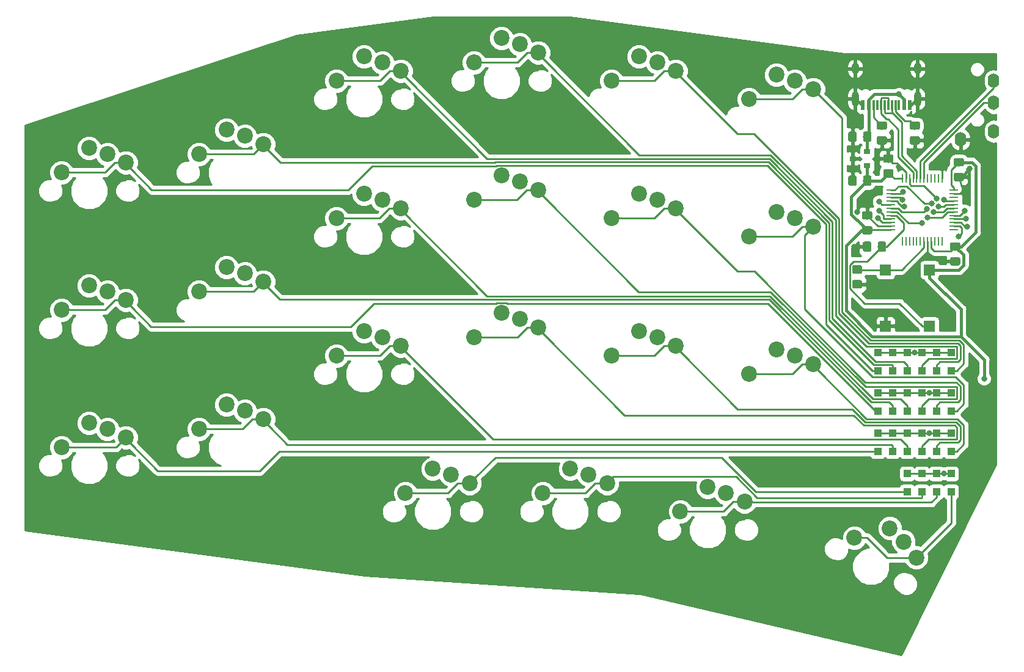
<source format=gtl>
G04 #@! TF.GenerationSoftware,KiCad,Pcbnew,5.0.2+dfsg1-1*
G04 #@! TF.CreationDate,2020-08-02T18:17:46+02:00*
G04 #@! TF.ProjectId,left,6c656674-2e6b-4696-9361-645f70636258,rev?*
G04 #@! TF.SameCoordinates,Original*
G04 #@! TF.FileFunction,Copper,L1,Top*
G04 #@! TF.FilePolarity,Positive*
%FSLAX46Y46*%
G04 Gerber Fmt 4.6, Leading zero omitted, Abs format (unit mm)*
G04 Created by KiCad (PCBNEW 5.0.2+dfsg1-1) date dim. 02 août 2020 18:17:46 CEST*
%MOMM*%
%LPD*%
G01*
G04 APERTURE LIST*
G04 #@! TA.AperFunction,ComponentPad*
%ADD10C,2.200000*%
G04 #@! TD*
G04 #@! TA.AperFunction,ComponentPad*
%ADD11O,1.600000X2.000000*%
G04 #@! TD*
G04 #@! TA.AperFunction,ComponentPad*
%ADD12O,1.000000X1.400000*%
G04 #@! TD*
G04 #@! TA.AperFunction,SMDPad,CuDef*
%ADD13R,1.500000X1.500000*%
G04 #@! TD*
G04 #@! TA.AperFunction,Conductor*
%ADD14C,0.100000*%
G04 #@! TD*
G04 #@! TA.AperFunction,SMDPad,CuDef*
%ADD15C,1.150000*%
G04 #@! TD*
G04 #@! TA.AperFunction,SMDPad,CuDef*
%ADD16R,1.000000X1.000000*%
G04 #@! TD*
G04 #@! TA.AperFunction,SMDPad,CuDef*
%ADD17R,1.300000X0.250000*%
G04 #@! TD*
G04 #@! TA.AperFunction,SMDPad,CuDef*
%ADD18R,0.250000X1.300000*%
G04 #@! TD*
G04 #@! TA.AperFunction,SMDPad,CuDef*
%ADD19R,0.900000X0.800000*%
G04 #@! TD*
G04 #@! TA.AperFunction,SMDPad,CuDef*
%ADD20R,0.600000X1.450000*%
G04 #@! TD*
G04 #@! TA.AperFunction,SMDPad,CuDef*
%ADD21R,0.300000X1.450000*%
G04 #@! TD*
G04 #@! TA.AperFunction,ComponentPad*
%ADD22O,1.000000X2.100000*%
G04 #@! TD*
G04 #@! TA.AperFunction,ComponentPad*
%ADD23O,1.000000X1.600000*%
G04 #@! TD*
G04 #@! TA.AperFunction,ViaPad*
%ADD24C,0.800000*%
G04 #@! TD*
G04 #@! TA.AperFunction,Conductor*
%ADD25C,0.250000*%
G04 #@! TD*
G04 #@! TA.AperFunction,Conductor*
%ADD26C,0.381000*%
G04 #@! TD*
G04 #@! TA.AperFunction,Conductor*
%ADD27C,0.254000*%
G04 #@! TD*
G04 APERTURE END LIST*
D10*
G04 #@! TO.P,SW15,1*
G04 #@! TO.N,Net-(D17-Pad1)*
X228935337Y-117530365D03*
G04 #@! TO.P,SW15,2*
G04 #@! TO.N,COL6*
X225263567Y-113464887D03*
X227170818Y-115332076D03*
G04 #@! TO.P,SW15,1*
G04 #@! TO.N,Net-(D17-Pad1)*
X220354643Y-114771853D03*
G04 #@! TD*
G04 #@! TO.P,SW4,1*
G04 #@! TO.N,Net-(D6-Pad1)*
X110490000Y-83185000D03*
G04 #@! TO.P,SW4,2*
G04 #@! TO.N,COL1*
X116840000Y-80645000D03*
X114300000Y-79825000D03*
G04 #@! TO.P,SW4,1*
G04 #@! TO.N,Net-(D6-Pad1)*
X119400000Y-81825000D03*
G04 #@! TD*
G04 #@! TO.P,SW5,1*
G04 #@! TO.N,Net-(D7-Pad1)*
X119400000Y-100875000D03*
G04 #@! TO.P,SW5,2*
G04 #@! TO.N,COL1*
X114300000Y-98875000D03*
X116840000Y-99695000D03*
G04 #@! TO.P,SW5,1*
G04 #@! TO.N,Net-(D7-Pad1)*
X110490000Y-102235000D03*
G04 #@! TD*
G04 #@! TO.P,SW7,1*
G04 #@! TO.N,Net-(D9-Pad1)*
X148590000Y-51435000D03*
G04 #@! TO.P,SW7,2*
G04 #@! TO.N,COL3*
X154940000Y-48895000D03*
X152400000Y-48075000D03*
G04 #@! TO.P,SW7,1*
G04 #@! TO.N,Net-(D9-Pad1)*
X157500000Y-50075000D03*
G04 #@! TD*
G04 #@! TO.P,SW13,1*
G04 #@! TO.N,Net-(D15-Pad1)*
X214650000Y-71665000D03*
G04 #@! TO.P,SW13,2*
G04 #@! TO.N,COL6*
X209550000Y-69665000D03*
X212090000Y-70485000D03*
G04 #@! TO.P,SW13,1*
G04 #@! TO.N,Net-(D15-Pad1)*
X205740000Y-73025000D03*
G04 #@! TD*
G04 #@! TO.P,SW8,1*
G04 #@! TO.N,Net-(D10-Pad1)*
X148590000Y-70485000D03*
G04 #@! TO.P,SW8,2*
G04 #@! TO.N,COL3*
X154940000Y-67945000D03*
X152400000Y-67125000D03*
G04 #@! TO.P,SW8,1*
G04 #@! TO.N,Net-(D10-Pad1)*
X157500000Y-69125000D03*
G04 #@! TD*
G04 #@! TO.P,SW9,1*
G04 #@! TO.N,Net-(D11-Pad1)*
X157500000Y-88175000D03*
G04 #@! TO.P,SW9,2*
G04 #@! TO.N,COL3*
X152400000Y-86175000D03*
X154940000Y-86995000D03*
G04 #@! TO.P,SW9,1*
G04 #@! TO.N,Net-(D11-Pad1)*
X148590000Y-89535000D03*
G04 #@! TD*
G04 #@! TO.P,SW10,1*
G04 #@! TO.N,Net-(D12-Pad1)*
X158115000Y-108585000D03*
G04 #@! TO.P,SW10,2*
G04 #@! TO.N,COL3*
X164465000Y-106045000D03*
X161925000Y-105225000D03*
G04 #@! TO.P,SW10,1*
G04 #@! TO.N,Net-(D12-Pad1)*
X167025000Y-107225000D03*
G04 #@! TD*
G04 #@! TO.P,SW12,1*
G04 #@! TO.N,Net-(D14-Pad1)*
X214650000Y-52615000D03*
G04 #@! TO.P,SW12,2*
G04 #@! TO.N,COL6*
X209550000Y-50615000D03*
X212090000Y-51435000D03*
G04 #@! TO.P,SW12,1*
G04 #@! TO.N,Net-(D14-Pad1)*
X205740000Y-53975000D03*
G04 #@! TD*
G04 #@! TO.P,SW14,1*
G04 #@! TO.N,Net-(D16-Pad1)*
X205740000Y-92075000D03*
G04 #@! TO.P,SW14,2*
G04 #@! TO.N,COL6*
X212090000Y-89535000D03*
X209550000Y-88715000D03*
G04 #@! TO.P,SW14,1*
G04 #@! TO.N,Net-(D16-Pad1)*
X214650000Y-90715000D03*
G04 #@! TD*
G04 #@! TO.P,SW17,1*
G04 #@! TO.N,Net-(D19-Pad1)*
X138450000Y-60235000D03*
G04 #@! TO.P,SW17,2*
G04 #@! TO.N,COL2*
X133350000Y-58235000D03*
X135890000Y-59055000D03*
G04 #@! TO.P,SW17,1*
G04 #@! TO.N,Net-(D19-Pad1)*
X129540000Y-61595000D03*
G04 #@! TD*
G04 #@! TO.P,SW18,1*
G04 #@! TO.N,Net-(D20-Pad1)*
X129540000Y-80645000D03*
G04 #@! TO.P,SW18,2*
G04 #@! TO.N,COL2*
X135890000Y-78105000D03*
X133350000Y-77285000D03*
G04 #@! TO.P,SW18,1*
G04 #@! TO.N,Net-(D20-Pad1)*
X138450000Y-79285000D03*
G04 #@! TD*
G04 #@! TO.P,SW19,1*
G04 #@! TO.N,Net-(D21-Pad1)*
X138450000Y-98335000D03*
G04 #@! TO.P,SW19,2*
G04 #@! TO.N,COL2*
X133350000Y-96335000D03*
X135890000Y-97155000D03*
G04 #@! TO.P,SW19,1*
G04 #@! TO.N,Net-(D21-Pad1)*
X129540000Y-99695000D03*
G04 #@! TD*
G04 #@! TO.P,SW21,1*
G04 #@! TO.N,Net-(D23-Pad1)*
X167640000Y-48895000D03*
G04 #@! TO.P,SW21,2*
G04 #@! TO.N,COL4*
X173990000Y-46355000D03*
X171450000Y-45535000D03*
G04 #@! TO.P,SW21,1*
G04 #@! TO.N,Net-(D23-Pad1)*
X176550000Y-47535000D03*
G04 #@! TD*
G04 #@! TO.P,SW22,1*
G04 #@! TO.N,Net-(D24-Pad1)*
X176550000Y-66585000D03*
G04 #@! TO.P,SW22,2*
G04 #@! TO.N,COL4*
X171450000Y-64585000D03*
X173990000Y-65405000D03*
G04 #@! TO.P,SW22,1*
G04 #@! TO.N,Net-(D24-Pad1)*
X167640000Y-67945000D03*
G04 #@! TD*
G04 #@! TO.P,SW23,1*
G04 #@! TO.N,Net-(D25-Pad1)*
X167640000Y-86995000D03*
G04 #@! TO.P,SW23,2*
G04 #@! TO.N,COL4*
X173990000Y-84455000D03*
X171450000Y-83635000D03*
G04 #@! TO.P,SW23,1*
G04 #@! TO.N,Net-(D25-Pad1)*
X176550000Y-85635000D03*
G04 #@! TD*
G04 #@! TO.P,SW31,1*
G04 #@! TO.N,Net-(D33-Pad1)*
X195600000Y-50075000D03*
G04 #@! TO.P,SW31,2*
G04 #@! TO.N,COL5*
X190500000Y-48075000D03*
X193040000Y-48895000D03*
G04 #@! TO.P,SW31,1*
G04 #@! TO.N,Net-(D33-Pad1)*
X186690000Y-51435000D03*
G04 #@! TD*
G04 #@! TO.P,SW32,1*
G04 #@! TO.N,Net-(D34-Pad1)*
X186690000Y-70485000D03*
G04 #@! TO.P,SW32,2*
G04 #@! TO.N,COL5*
X193040000Y-67945000D03*
X190500000Y-67125000D03*
G04 #@! TO.P,SW32,1*
G04 #@! TO.N,Net-(D34-Pad1)*
X195600000Y-69125000D03*
G04 #@! TD*
G04 #@! TO.P,SW33,1*
G04 #@! TO.N,Net-(D35-Pad1)*
X195600000Y-88175000D03*
G04 #@! TO.P,SW33,2*
G04 #@! TO.N,COL5*
X190500000Y-86175000D03*
X193040000Y-86995000D03*
G04 #@! TO.P,SW33,1*
G04 #@! TO.N,Net-(D35-Pad1)*
X186690000Y-89535000D03*
G04 #@! TD*
G04 #@! TO.P,SW34,1*
G04 #@! TO.N,Net-(D36-Pad1)*
X196215000Y-111125000D03*
G04 #@! TO.P,SW34,2*
G04 #@! TO.N,COL5*
X202565000Y-108585000D03*
X200025000Y-107765000D03*
G04 #@! TO.P,SW34,1*
G04 #@! TO.N,Net-(D36-Pad1)*
X205125000Y-109765000D03*
G04 #@! TD*
G04 #@! TO.P,SW24,1*
G04 #@! TO.N,Net-(D26-Pad1)*
X186075000Y-107225000D03*
G04 #@! TO.P,SW24,2*
G04 #@! TO.N,COL4*
X180975000Y-105225000D03*
X183515000Y-106045000D03*
G04 #@! TO.P,SW24,1*
G04 #@! TO.N,Net-(D26-Pad1)*
X177165000Y-108585000D03*
G04 #@! TD*
G04 #@! TO.P,SW3,1*
G04 #@! TO.N,Net-(D5-Pad1)*
X119400000Y-62775000D03*
G04 #@! TO.P,SW3,2*
G04 #@! TO.N,COL1*
X114300000Y-60775000D03*
X116840000Y-61595000D03*
G04 #@! TO.P,SW3,1*
G04 #@! TO.N,Net-(D5-Pad1)*
X110490000Y-64135000D03*
G04 #@! TD*
D11*
G04 #@! TO.P,J2,1*
G04 #@! TO.N,GND*
X235063000Y-59560000D03*
G04 #@! TO.P,J2,2*
G04 #@! TO.N,5V*
X239663000Y-58460000D03*
G04 #@! TO.P,J2,4*
G04 #@! TO.N,RX*
X239663000Y-51460000D03*
G04 #@! TO.P,J2,3*
G04 #@! TO.N,TX*
X239663000Y-54460000D03*
D12*
G04 #@! TO.P,J2,4*
G04 #@! TO.N,RX*
X239663000Y-51460000D03*
G04 #@! TO.P,J2,3*
G04 #@! TO.N,TX*
X239663000Y-54460000D03*
G04 #@! TO.P,J2,2*
G04 #@! TO.N,5V*
X239663000Y-58460000D03*
G04 #@! TO.P,J2,1*
G04 #@! TO.N,GND*
X235063000Y-59560000D03*
G04 #@! TD*
D13*
G04 #@! TO.P,SW1,2*
G04 #@! TO.N,3.3V*
X230759000Y-77634000D03*
G04 #@! TO.P,SW1,1*
G04 #@! TO.N,Net-(R1-Pad1)*
X230759000Y-85434000D03*
G04 #@! TD*
G04 #@! TO.P,SW2,2*
G04 #@! TO.N,Net-(C1-Pad2)*
X224663000Y-77634000D03*
G04 #@! TO.P,SW2,1*
G04 #@! TO.N,GND*
X224663000Y-85434000D03*
G04 #@! TD*
D14*
G04 #@! TO.N,5V*
G04 #@! TO.C,C7*
G36*
X222481505Y-58483204D02*
X222505773Y-58486804D01*
X222529572Y-58492765D01*
X222552671Y-58501030D01*
X222574850Y-58511520D01*
X222595893Y-58524132D01*
X222615599Y-58538747D01*
X222633777Y-58555223D01*
X222650253Y-58573401D01*
X222664868Y-58593107D01*
X222677480Y-58614150D01*
X222687970Y-58636329D01*
X222696235Y-58659428D01*
X222702196Y-58683227D01*
X222705796Y-58707495D01*
X222707000Y-58731999D01*
X222707000Y-59632001D01*
X222705796Y-59656505D01*
X222702196Y-59680773D01*
X222696235Y-59704572D01*
X222687970Y-59727671D01*
X222677480Y-59749850D01*
X222664868Y-59770893D01*
X222650253Y-59790599D01*
X222633777Y-59808777D01*
X222615599Y-59825253D01*
X222595893Y-59839868D01*
X222574850Y-59852480D01*
X222552671Y-59862970D01*
X222529572Y-59871235D01*
X222505773Y-59877196D01*
X222481505Y-59880796D01*
X222457001Y-59882000D01*
X221806999Y-59882000D01*
X221782495Y-59880796D01*
X221758227Y-59877196D01*
X221734428Y-59871235D01*
X221711329Y-59862970D01*
X221689150Y-59852480D01*
X221668107Y-59839868D01*
X221648401Y-59825253D01*
X221630223Y-59808777D01*
X221613747Y-59790599D01*
X221599132Y-59770893D01*
X221586520Y-59749850D01*
X221576030Y-59727671D01*
X221567765Y-59704572D01*
X221561804Y-59680773D01*
X221558204Y-59656505D01*
X221557000Y-59632001D01*
X221557000Y-58731999D01*
X221558204Y-58707495D01*
X221561804Y-58683227D01*
X221567765Y-58659428D01*
X221576030Y-58636329D01*
X221586520Y-58614150D01*
X221599132Y-58593107D01*
X221613747Y-58573401D01*
X221630223Y-58555223D01*
X221648401Y-58538747D01*
X221668107Y-58524132D01*
X221689150Y-58511520D01*
X221711329Y-58501030D01*
X221734428Y-58492765D01*
X221758227Y-58486804D01*
X221782495Y-58483204D01*
X221806999Y-58482000D01*
X222457001Y-58482000D01*
X222481505Y-58483204D01*
X222481505Y-58483204D01*
G37*
D15*
G04 #@! TD*
G04 #@! TO.P,C7,2*
G04 #@! TO.N,5V*
X222132000Y-59182000D03*
D14*
G04 #@! TO.N,GND*
G04 #@! TO.C,C7*
G36*
X220431505Y-58483204D02*
X220455773Y-58486804D01*
X220479572Y-58492765D01*
X220502671Y-58501030D01*
X220524850Y-58511520D01*
X220545893Y-58524132D01*
X220565599Y-58538747D01*
X220583777Y-58555223D01*
X220600253Y-58573401D01*
X220614868Y-58593107D01*
X220627480Y-58614150D01*
X220637970Y-58636329D01*
X220646235Y-58659428D01*
X220652196Y-58683227D01*
X220655796Y-58707495D01*
X220657000Y-58731999D01*
X220657000Y-59632001D01*
X220655796Y-59656505D01*
X220652196Y-59680773D01*
X220646235Y-59704572D01*
X220637970Y-59727671D01*
X220627480Y-59749850D01*
X220614868Y-59770893D01*
X220600253Y-59790599D01*
X220583777Y-59808777D01*
X220565599Y-59825253D01*
X220545893Y-59839868D01*
X220524850Y-59852480D01*
X220502671Y-59862970D01*
X220479572Y-59871235D01*
X220455773Y-59877196D01*
X220431505Y-59880796D01*
X220407001Y-59882000D01*
X219756999Y-59882000D01*
X219732495Y-59880796D01*
X219708227Y-59877196D01*
X219684428Y-59871235D01*
X219661329Y-59862970D01*
X219639150Y-59852480D01*
X219618107Y-59839868D01*
X219598401Y-59825253D01*
X219580223Y-59808777D01*
X219563747Y-59790599D01*
X219549132Y-59770893D01*
X219536520Y-59749850D01*
X219526030Y-59727671D01*
X219517765Y-59704572D01*
X219511804Y-59680773D01*
X219508204Y-59656505D01*
X219507000Y-59632001D01*
X219507000Y-58731999D01*
X219508204Y-58707495D01*
X219511804Y-58683227D01*
X219517765Y-58659428D01*
X219526030Y-58636329D01*
X219536520Y-58614150D01*
X219549132Y-58593107D01*
X219563747Y-58573401D01*
X219580223Y-58555223D01*
X219598401Y-58538747D01*
X219618107Y-58524132D01*
X219639150Y-58511520D01*
X219661329Y-58501030D01*
X219684428Y-58492765D01*
X219708227Y-58486804D01*
X219732495Y-58483204D01*
X219756999Y-58482000D01*
X220407001Y-58482000D01*
X220431505Y-58483204D01*
X220431505Y-58483204D01*
G37*
D15*
G04 #@! TD*
G04 #@! TO.P,C7,1*
G04 #@! TO.N,GND*
X220082000Y-59182000D03*
D14*
G04 #@! TO.N,3.3V*
G04 #@! TO.C,C5*
G36*
X225518505Y-63697204D02*
X225542773Y-63700804D01*
X225566572Y-63706765D01*
X225589671Y-63715030D01*
X225611850Y-63725520D01*
X225632893Y-63738132D01*
X225652599Y-63752747D01*
X225670777Y-63769223D01*
X225687253Y-63787401D01*
X225701868Y-63807107D01*
X225714480Y-63828150D01*
X225724970Y-63850329D01*
X225733235Y-63873428D01*
X225739196Y-63897227D01*
X225742796Y-63921495D01*
X225744000Y-63945999D01*
X225744000Y-64596001D01*
X225742796Y-64620505D01*
X225739196Y-64644773D01*
X225733235Y-64668572D01*
X225724970Y-64691671D01*
X225714480Y-64713850D01*
X225701868Y-64734893D01*
X225687253Y-64754599D01*
X225670777Y-64772777D01*
X225652599Y-64789253D01*
X225632893Y-64803868D01*
X225611850Y-64816480D01*
X225589671Y-64826970D01*
X225566572Y-64835235D01*
X225542773Y-64841196D01*
X225518505Y-64844796D01*
X225494001Y-64846000D01*
X224593999Y-64846000D01*
X224569495Y-64844796D01*
X224545227Y-64841196D01*
X224521428Y-64835235D01*
X224498329Y-64826970D01*
X224476150Y-64816480D01*
X224455107Y-64803868D01*
X224435401Y-64789253D01*
X224417223Y-64772777D01*
X224400747Y-64754599D01*
X224386132Y-64734893D01*
X224373520Y-64713850D01*
X224363030Y-64691671D01*
X224354765Y-64668572D01*
X224348804Y-64644773D01*
X224345204Y-64620505D01*
X224344000Y-64596001D01*
X224344000Y-63945999D01*
X224345204Y-63921495D01*
X224348804Y-63897227D01*
X224354765Y-63873428D01*
X224363030Y-63850329D01*
X224373520Y-63828150D01*
X224386132Y-63807107D01*
X224400747Y-63787401D01*
X224417223Y-63769223D01*
X224435401Y-63752747D01*
X224455107Y-63738132D01*
X224476150Y-63725520D01*
X224498329Y-63715030D01*
X224521428Y-63706765D01*
X224545227Y-63700804D01*
X224569495Y-63697204D01*
X224593999Y-63696000D01*
X225494001Y-63696000D01*
X225518505Y-63697204D01*
X225518505Y-63697204D01*
G37*
D15*
G04 #@! TD*
G04 #@! TO.P,C5,2*
G04 #@! TO.N,3.3V*
X225044000Y-64271000D03*
D14*
G04 #@! TO.N,GND*
G04 #@! TO.C,C5*
G36*
X225518505Y-61647204D02*
X225542773Y-61650804D01*
X225566572Y-61656765D01*
X225589671Y-61665030D01*
X225611850Y-61675520D01*
X225632893Y-61688132D01*
X225652599Y-61702747D01*
X225670777Y-61719223D01*
X225687253Y-61737401D01*
X225701868Y-61757107D01*
X225714480Y-61778150D01*
X225724970Y-61800329D01*
X225733235Y-61823428D01*
X225739196Y-61847227D01*
X225742796Y-61871495D01*
X225744000Y-61895999D01*
X225744000Y-62546001D01*
X225742796Y-62570505D01*
X225739196Y-62594773D01*
X225733235Y-62618572D01*
X225724970Y-62641671D01*
X225714480Y-62663850D01*
X225701868Y-62684893D01*
X225687253Y-62704599D01*
X225670777Y-62722777D01*
X225652599Y-62739253D01*
X225632893Y-62753868D01*
X225611850Y-62766480D01*
X225589671Y-62776970D01*
X225566572Y-62785235D01*
X225542773Y-62791196D01*
X225518505Y-62794796D01*
X225494001Y-62796000D01*
X224593999Y-62796000D01*
X224569495Y-62794796D01*
X224545227Y-62791196D01*
X224521428Y-62785235D01*
X224498329Y-62776970D01*
X224476150Y-62766480D01*
X224455107Y-62753868D01*
X224435401Y-62739253D01*
X224417223Y-62722777D01*
X224400747Y-62704599D01*
X224386132Y-62684893D01*
X224373520Y-62663850D01*
X224363030Y-62641671D01*
X224354765Y-62618572D01*
X224348804Y-62594773D01*
X224345204Y-62570505D01*
X224344000Y-62546001D01*
X224344000Y-61895999D01*
X224345204Y-61871495D01*
X224348804Y-61847227D01*
X224354765Y-61823428D01*
X224363030Y-61800329D01*
X224373520Y-61778150D01*
X224386132Y-61757107D01*
X224400747Y-61737401D01*
X224417223Y-61719223D01*
X224435401Y-61702747D01*
X224455107Y-61688132D01*
X224476150Y-61675520D01*
X224498329Y-61665030D01*
X224521428Y-61656765D01*
X224545227Y-61650804D01*
X224569495Y-61647204D01*
X224593999Y-61646000D01*
X225494001Y-61646000D01*
X225518505Y-61647204D01*
X225518505Y-61647204D01*
G37*
D15*
G04 #@! TD*
G04 #@! TO.P,C5,1*
G04 #@! TO.N,GND*
X225044000Y-62221000D03*
D14*
G04 #@! TO.N,3.3V*
G04 #@! TO.C,C4*
G36*
X222597505Y-71571204D02*
X222621773Y-71574804D01*
X222645572Y-71580765D01*
X222668671Y-71589030D01*
X222690850Y-71599520D01*
X222711893Y-71612132D01*
X222731599Y-71626747D01*
X222749777Y-71643223D01*
X222766253Y-71661401D01*
X222780868Y-71681107D01*
X222793480Y-71702150D01*
X222803970Y-71724329D01*
X222812235Y-71747428D01*
X222818196Y-71771227D01*
X222821796Y-71795495D01*
X222823000Y-71819999D01*
X222823000Y-72470001D01*
X222821796Y-72494505D01*
X222818196Y-72518773D01*
X222812235Y-72542572D01*
X222803970Y-72565671D01*
X222793480Y-72587850D01*
X222780868Y-72608893D01*
X222766253Y-72628599D01*
X222749777Y-72646777D01*
X222731599Y-72663253D01*
X222711893Y-72677868D01*
X222690850Y-72690480D01*
X222668671Y-72700970D01*
X222645572Y-72709235D01*
X222621773Y-72715196D01*
X222597505Y-72718796D01*
X222573001Y-72720000D01*
X221672999Y-72720000D01*
X221648495Y-72718796D01*
X221624227Y-72715196D01*
X221600428Y-72709235D01*
X221577329Y-72700970D01*
X221555150Y-72690480D01*
X221534107Y-72677868D01*
X221514401Y-72663253D01*
X221496223Y-72646777D01*
X221479747Y-72628599D01*
X221465132Y-72608893D01*
X221452520Y-72587850D01*
X221442030Y-72565671D01*
X221433765Y-72542572D01*
X221427804Y-72518773D01*
X221424204Y-72494505D01*
X221423000Y-72470001D01*
X221423000Y-71819999D01*
X221424204Y-71795495D01*
X221427804Y-71771227D01*
X221433765Y-71747428D01*
X221442030Y-71724329D01*
X221452520Y-71702150D01*
X221465132Y-71681107D01*
X221479747Y-71661401D01*
X221496223Y-71643223D01*
X221514401Y-71626747D01*
X221534107Y-71612132D01*
X221555150Y-71599520D01*
X221577329Y-71589030D01*
X221600428Y-71580765D01*
X221624227Y-71574804D01*
X221648495Y-71571204D01*
X221672999Y-71570000D01*
X222573001Y-71570000D01*
X222597505Y-71571204D01*
X222597505Y-71571204D01*
G37*
D15*
G04 #@! TD*
G04 #@! TO.P,C4,2*
G04 #@! TO.N,3.3V*
X222123000Y-72145000D03*
D14*
G04 #@! TO.N,GND*
G04 #@! TO.C,C4*
G36*
X222597505Y-69521204D02*
X222621773Y-69524804D01*
X222645572Y-69530765D01*
X222668671Y-69539030D01*
X222690850Y-69549520D01*
X222711893Y-69562132D01*
X222731599Y-69576747D01*
X222749777Y-69593223D01*
X222766253Y-69611401D01*
X222780868Y-69631107D01*
X222793480Y-69652150D01*
X222803970Y-69674329D01*
X222812235Y-69697428D01*
X222818196Y-69721227D01*
X222821796Y-69745495D01*
X222823000Y-69769999D01*
X222823000Y-70420001D01*
X222821796Y-70444505D01*
X222818196Y-70468773D01*
X222812235Y-70492572D01*
X222803970Y-70515671D01*
X222793480Y-70537850D01*
X222780868Y-70558893D01*
X222766253Y-70578599D01*
X222749777Y-70596777D01*
X222731599Y-70613253D01*
X222711893Y-70627868D01*
X222690850Y-70640480D01*
X222668671Y-70650970D01*
X222645572Y-70659235D01*
X222621773Y-70665196D01*
X222597505Y-70668796D01*
X222573001Y-70670000D01*
X221672999Y-70670000D01*
X221648495Y-70668796D01*
X221624227Y-70665196D01*
X221600428Y-70659235D01*
X221577329Y-70650970D01*
X221555150Y-70640480D01*
X221534107Y-70627868D01*
X221514401Y-70613253D01*
X221496223Y-70596777D01*
X221479747Y-70578599D01*
X221465132Y-70558893D01*
X221452520Y-70537850D01*
X221442030Y-70515671D01*
X221433765Y-70492572D01*
X221427804Y-70468773D01*
X221424204Y-70444505D01*
X221423000Y-70420001D01*
X221423000Y-69769999D01*
X221424204Y-69745495D01*
X221427804Y-69721227D01*
X221433765Y-69697428D01*
X221442030Y-69674329D01*
X221452520Y-69652150D01*
X221465132Y-69631107D01*
X221479747Y-69611401D01*
X221496223Y-69593223D01*
X221514401Y-69576747D01*
X221534107Y-69562132D01*
X221555150Y-69549520D01*
X221577329Y-69539030D01*
X221600428Y-69530765D01*
X221624227Y-69524804D01*
X221648495Y-69521204D01*
X221672999Y-69520000D01*
X222573001Y-69520000D01*
X222597505Y-69521204D01*
X222597505Y-69521204D01*
G37*
D15*
G04 #@! TD*
G04 #@! TO.P,C4,1*
G04 #@! TO.N,GND*
X222123000Y-70095000D03*
D14*
G04 #@! TO.N,3.3V*
G04 #@! TO.C,C3*
G36*
X234789505Y-73839204D02*
X234813773Y-73842804D01*
X234837572Y-73848765D01*
X234860671Y-73857030D01*
X234882850Y-73867520D01*
X234903893Y-73880132D01*
X234923599Y-73894747D01*
X234941777Y-73911223D01*
X234958253Y-73929401D01*
X234972868Y-73949107D01*
X234985480Y-73970150D01*
X234995970Y-73992329D01*
X235004235Y-74015428D01*
X235010196Y-74039227D01*
X235013796Y-74063495D01*
X235015000Y-74087999D01*
X235015000Y-74738001D01*
X235013796Y-74762505D01*
X235010196Y-74786773D01*
X235004235Y-74810572D01*
X234995970Y-74833671D01*
X234985480Y-74855850D01*
X234972868Y-74876893D01*
X234958253Y-74896599D01*
X234941777Y-74914777D01*
X234923599Y-74931253D01*
X234903893Y-74945868D01*
X234882850Y-74958480D01*
X234860671Y-74968970D01*
X234837572Y-74977235D01*
X234813773Y-74983196D01*
X234789505Y-74986796D01*
X234765001Y-74988000D01*
X233864999Y-74988000D01*
X233840495Y-74986796D01*
X233816227Y-74983196D01*
X233792428Y-74977235D01*
X233769329Y-74968970D01*
X233747150Y-74958480D01*
X233726107Y-74945868D01*
X233706401Y-74931253D01*
X233688223Y-74914777D01*
X233671747Y-74896599D01*
X233657132Y-74876893D01*
X233644520Y-74855850D01*
X233634030Y-74833671D01*
X233625765Y-74810572D01*
X233619804Y-74786773D01*
X233616204Y-74762505D01*
X233615000Y-74738001D01*
X233615000Y-74087999D01*
X233616204Y-74063495D01*
X233619804Y-74039227D01*
X233625765Y-74015428D01*
X233634030Y-73992329D01*
X233644520Y-73970150D01*
X233657132Y-73949107D01*
X233671747Y-73929401D01*
X233688223Y-73911223D01*
X233706401Y-73894747D01*
X233726107Y-73880132D01*
X233747150Y-73867520D01*
X233769329Y-73857030D01*
X233792428Y-73848765D01*
X233816227Y-73842804D01*
X233840495Y-73839204D01*
X233864999Y-73838000D01*
X234765001Y-73838000D01*
X234789505Y-73839204D01*
X234789505Y-73839204D01*
G37*
D15*
G04 #@! TD*
G04 #@! TO.P,C3,2*
G04 #@! TO.N,3.3V*
X234315000Y-74413000D03*
D14*
G04 #@! TO.N,GND*
G04 #@! TO.C,C3*
G36*
X234789505Y-75889204D02*
X234813773Y-75892804D01*
X234837572Y-75898765D01*
X234860671Y-75907030D01*
X234882850Y-75917520D01*
X234903893Y-75930132D01*
X234923599Y-75944747D01*
X234941777Y-75961223D01*
X234958253Y-75979401D01*
X234972868Y-75999107D01*
X234985480Y-76020150D01*
X234995970Y-76042329D01*
X235004235Y-76065428D01*
X235010196Y-76089227D01*
X235013796Y-76113495D01*
X235015000Y-76137999D01*
X235015000Y-76788001D01*
X235013796Y-76812505D01*
X235010196Y-76836773D01*
X235004235Y-76860572D01*
X234995970Y-76883671D01*
X234985480Y-76905850D01*
X234972868Y-76926893D01*
X234958253Y-76946599D01*
X234941777Y-76964777D01*
X234923599Y-76981253D01*
X234903893Y-76995868D01*
X234882850Y-77008480D01*
X234860671Y-77018970D01*
X234837572Y-77027235D01*
X234813773Y-77033196D01*
X234789505Y-77036796D01*
X234765001Y-77038000D01*
X233864999Y-77038000D01*
X233840495Y-77036796D01*
X233816227Y-77033196D01*
X233792428Y-77027235D01*
X233769329Y-77018970D01*
X233747150Y-77008480D01*
X233726107Y-76995868D01*
X233706401Y-76981253D01*
X233688223Y-76964777D01*
X233671747Y-76946599D01*
X233657132Y-76926893D01*
X233644520Y-76905850D01*
X233634030Y-76883671D01*
X233625765Y-76860572D01*
X233619804Y-76836773D01*
X233616204Y-76812505D01*
X233615000Y-76788001D01*
X233615000Y-76137999D01*
X233616204Y-76113495D01*
X233619804Y-76089227D01*
X233625765Y-76065428D01*
X233634030Y-76042329D01*
X233644520Y-76020150D01*
X233657132Y-75999107D01*
X233671747Y-75979401D01*
X233688223Y-75961223D01*
X233706401Y-75944747D01*
X233726107Y-75930132D01*
X233747150Y-75917520D01*
X233769329Y-75907030D01*
X233792428Y-75898765D01*
X233816227Y-75892804D01*
X233840495Y-75889204D01*
X233864999Y-75888000D01*
X234765001Y-75888000D01*
X234789505Y-75889204D01*
X234789505Y-75889204D01*
G37*
D15*
G04 #@! TD*
G04 #@! TO.P,C3,1*
G04 #@! TO.N,GND*
X234315000Y-76463000D03*
D14*
G04 #@! TO.N,3.3V*
G04 #@! TO.C,C6*
G36*
X222481505Y-64579204D02*
X222505773Y-64582804D01*
X222529572Y-64588765D01*
X222552671Y-64597030D01*
X222574850Y-64607520D01*
X222595893Y-64620132D01*
X222615599Y-64634747D01*
X222633777Y-64651223D01*
X222650253Y-64669401D01*
X222664868Y-64689107D01*
X222677480Y-64710150D01*
X222687970Y-64732329D01*
X222696235Y-64755428D01*
X222702196Y-64779227D01*
X222705796Y-64803495D01*
X222707000Y-64827999D01*
X222707000Y-65728001D01*
X222705796Y-65752505D01*
X222702196Y-65776773D01*
X222696235Y-65800572D01*
X222687970Y-65823671D01*
X222677480Y-65845850D01*
X222664868Y-65866893D01*
X222650253Y-65886599D01*
X222633777Y-65904777D01*
X222615599Y-65921253D01*
X222595893Y-65935868D01*
X222574850Y-65948480D01*
X222552671Y-65958970D01*
X222529572Y-65967235D01*
X222505773Y-65973196D01*
X222481505Y-65976796D01*
X222457001Y-65978000D01*
X221806999Y-65978000D01*
X221782495Y-65976796D01*
X221758227Y-65973196D01*
X221734428Y-65967235D01*
X221711329Y-65958970D01*
X221689150Y-65948480D01*
X221668107Y-65935868D01*
X221648401Y-65921253D01*
X221630223Y-65904777D01*
X221613747Y-65886599D01*
X221599132Y-65866893D01*
X221586520Y-65845850D01*
X221576030Y-65823671D01*
X221567765Y-65800572D01*
X221561804Y-65776773D01*
X221558204Y-65752505D01*
X221557000Y-65728001D01*
X221557000Y-64827999D01*
X221558204Y-64803495D01*
X221561804Y-64779227D01*
X221567765Y-64755428D01*
X221576030Y-64732329D01*
X221586520Y-64710150D01*
X221599132Y-64689107D01*
X221613747Y-64669401D01*
X221630223Y-64651223D01*
X221648401Y-64634747D01*
X221668107Y-64620132D01*
X221689150Y-64607520D01*
X221711329Y-64597030D01*
X221734428Y-64588765D01*
X221758227Y-64582804D01*
X221782495Y-64579204D01*
X221806999Y-64578000D01*
X222457001Y-64578000D01*
X222481505Y-64579204D01*
X222481505Y-64579204D01*
G37*
D15*
G04 #@! TD*
G04 #@! TO.P,C6,2*
G04 #@! TO.N,3.3V*
X222132000Y-65278000D03*
D14*
G04 #@! TO.N,GND*
G04 #@! TO.C,C6*
G36*
X220431505Y-64579204D02*
X220455773Y-64582804D01*
X220479572Y-64588765D01*
X220502671Y-64597030D01*
X220524850Y-64607520D01*
X220545893Y-64620132D01*
X220565599Y-64634747D01*
X220583777Y-64651223D01*
X220600253Y-64669401D01*
X220614868Y-64689107D01*
X220627480Y-64710150D01*
X220637970Y-64732329D01*
X220646235Y-64755428D01*
X220652196Y-64779227D01*
X220655796Y-64803495D01*
X220657000Y-64827999D01*
X220657000Y-65728001D01*
X220655796Y-65752505D01*
X220652196Y-65776773D01*
X220646235Y-65800572D01*
X220637970Y-65823671D01*
X220627480Y-65845850D01*
X220614868Y-65866893D01*
X220600253Y-65886599D01*
X220583777Y-65904777D01*
X220565599Y-65921253D01*
X220545893Y-65935868D01*
X220524850Y-65948480D01*
X220502671Y-65958970D01*
X220479572Y-65967235D01*
X220455773Y-65973196D01*
X220431505Y-65976796D01*
X220407001Y-65978000D01*
X219756999Y-65978000D01*
X219732495Y-65976796D01*
X219708227Y-65973196D01*
X219684428Y-65967235D01*
X219661329Y-65958970D01*
X219639150Y-65948480D01*
X219618107Y-65935868D01*
X219598401Y-65921253D01*
X219580223Y-65904777D01*
X219563747Y-65886599D01*
X219549132Y-65866893D01*
X219536520Y-65845850D01*
X219526030Y-65823671D01*
X219517765Y-65800572D01*
X219511804Y-65776773D01*
X219508204Y-65752505D01*
X219507000Y-65728001D01*
X219507000Y-64827999D01*
X219508204Y-64803495D01*
X219511804Y-64779227D01*
X219517765Y-64755428D01*
X219526030Y-64732329D01*
X219536520Y-64710150D01*
X219549132Y-64689107D01*
X219563747Y-64669401D01*
X219580223Y-64651223D01*
X219598401Y-64634747D01*
X219618107Y-64620132D01*
X219639150Y-64607520D01*
X219661329Y-64597030D01*
X219684428Y-64588765D01*
X219708227Y-64582804D01*
X219732495Y-64579204D01*
X219756999Y-64578000D01*
X220407001Y-64578000D01*
X220431505Y-64579204D01*
X220431505Y-64579204D01*
G37*
D15*
G04 #@! TD*
G04 #@! TO.P,C6,1*
G04 #@! TO.N,GND*
X220082000Y-65278000D03*
D14*
G04 #@! TO.N,Net-(C1-Pad2)*
G04 #@! TO.C,C1*
G36*
X221200505Y-77014204D02*
X221224773Y-77017804D01*
X221248572Y-77023765D01*
X221271671Y-77032030D01*
X221293850Y-77042520D01*
X221314893Y-77055132D01*
X221334599Y-77069747D01*
X221352777Y-77086223D01*
X221369253Y-77104401D01*
X221383868Y-77124107D01*
X221396480Y-77145150D01*
X221406970Y-77167329D01*
X221415235Y-77190428D01*
X221421196Y-77214227D01*
X221424796Y-77238495D01*
X221426000Y-77262999D01*
X221426000Y-77913001D01*
X221424796Y-77937505D01*
X221421196Y-77961773D01*
X221415235Y-77985572D01*
X221406970Y-78008671D01*
X221396480Y-78030850D01*
X221383868Y-78051893D01*
X221369253Y-78071599D01*
X221352777Y-78089777D01*
X221334599Y-78106253D01*
X221314893Y-78120868D01*
X221293850Y-78133480D01*
X221271671Y-78143970D01*
X221248572Y-78152235D01*
X221224773Y-78158196D01*
X221200505Y-78161796D01*
X221176001Y-78163000D01*
X220275999Y-78163000D01*
X220251495Y-78161796D01*
X220227227Y-78158196D01*
X220203428Y-78152235D01*
X220180329Y-78143970D01*
X220158150Y-78133480D01*
X220137107Y-78120868D01*
X220117401Y-78106253D01*
X220099223Y-78089777D01*
X220082747Y-78071599D01*
X220068132Y-78051893D01*
X220055520Y-78030850D01*
X220045030Y-78008671D01*
X220036765Y-77985572D01*
X220030804Y-77961773D01*
X220027204Y-77937505D01*
X220026000Y-77913001D01*
X220026000Y-77262999D01*
X220027204Y-77238495D01*
X220030804Y-77214227D01*
X220036765Y-77190428D01*
X220045030Y-77167329D01*
X220055520Y-77145150D01*
X220068132Y-77124107D01*
X220082747Y-77104401D01*
X220099223Y-77086223D01*
X220117401Y-77069747D01*
X220137107Y-77055132D01*
X220158150Y-77042520D01*
X220180329Y-77032030D01*
X220203428Y-77023765D01*
X220227227Y-77017804D01*
X220251495Y-77014204D01*
X220275999Y-77013000D01*
X221176001Y-77013000D01*
X221200505Y-77014204D01*
X221200505Y-77014204D01*
G37*
D15*
G04 #@! TD*
G04 #@! TO.P,C1,2*
G04 #@! TO.N,Net-(C1-Pad2)*
X220726000Y-77588000D03*
D14*
G04 #@! TO.N,GND*
G04 #@! TO.C,C1*
G36*
X221200505Y-79064204D02*
X221224773Y-79067804D01*
X221248572Y-79073765D01*
X221271671Y-79082030D01*
X221293850Y-79092520D01*
X221314893Y-79105132D01*
X221334599Y-79119747D01*
X221352777Y-79136223D01*
X221369253Y-79154401D01*
X221383868Y-79174107D01*
X221396480Y-79195150D01*
X221406970Y-79217329D01*
X221415235Y-79240428D01*
X221421196Y-79264227D01*
X221424796Y-79288495D01*
X221426000Y-79312999D01*
X221426000Y-79963001D01*
X221424796Y-79987505D01*
X221421196Y-80011773D01*
X221415235Y-80035572D01*
X221406970Y-80058671D01*
X221396480Y-80080850D01*
X221383868Y-80101893D01*
X221369253Y-80121599D01*
X221352777Y-80139777D01*
X221334599Y-80156253D01*
X221314893Y-80170868D01*
X221293850Y-80183480D01*
X221271671Y-80193970D01*
X221248572Y-80202235D01*
X221224773Y-80208196D01*
X221200505Y-80211796D01*
X221176001Y-80213000D01*
X220275999Y-80213000D01*
X220251495Y-80211796D01*
X220227227Y-80208196D01*
X220203428Y-80202235D01*
X220180329Y-80193970D01*
X220158150Y-80183480D01*
X220137107Y-80170868D01*
X220117401Y-80156253D01*
X220099223Y-80139777D01*
X220082747Y-80121599D01*
X220068132Y-80101893D01*
X220055520Y-80080850D01*
X220045030Y-80058671D01*
X220036765Y-80035572D01*
X220030804Y-80011773D01*
X220027204Y-79987505D01*
X220026000Y-79963001D01*
X220026000Y-79312999D01*
X220027204Y-79288495D01*
X220030804Y-79264227D01*
X220036765Y-79240428D01*
X220045030Y-79217329D01*
X220055520Y-79195150D01*
X220068132Y-79174107D01*
X220082747Y-79154401D01*
X220099223Y-79136223D01*
X220117401Y-79119747D01*
X220137107Y-79105132D01*
X220158150Y-79092520D01*
X220180329Y-79082030D01*
X220203428Y-79073765D01*
X220227227Y-79067804D01*
X220251495Y-79064204D01*
X220275999Y-79063000D01*
X221176001Y-79063000D01*
X221200505Y-79064204D01*
X221200505Y-79064204D01*
G37*
D15*
G04 #@! TD*
G04 #@! TO.P,C1,1*
G04 #@! TO.N,GND*
X220726000Y-79638000D03*
D14*
G04 #@! TO.N,3.3V*
G04 #@! TO.C,C2*
G36*
X235297505Y-62155204D02*
X235321773Y-62158804D01*
X235345572Y-62164765D01*
X235368671Y-62173030D01*
X235390850Y-62183520D01*
X235411893Y-62196132D01*
X235431599Y-62210747D01*
X235449777Y-62227223D01*
X235466253Y-62245401D01*
X235480868Y-62265107D01*
X235493480Y-62286150D01*
X235503970Y-62308329D01*
X235512235Y-62331428D01*
X235518196Y-62355227D01*
X235521796Y-62379495D01*
X235523000Y-62403999D01*
X235523000Y-63054001D01*
X235521796Y-63078505D01*
X235518196Y-63102773D01*
X235512235Y-63126572D01*
X235503970Y-63149671D01*
X235493480Y-63171850D01*
X235480868Y-63192893D01*
X235466253Y-63212599D01*
X235449777Y-63230777D01*
X235431599Y-63247253D01*
X235411893Y-63261868D01*
X235390850Y-63274480D01*
X235368671Y-63284970D01*
X235345572Y-63293235D01*
X235321773Y-63299196D01*
X235297505Y-63302796D01*
X235273001Y-63304000D01*
X234372999Y-63304000D01*
X234348495Y-63302796D01*
X234324227Y-63299196D01*
X234300428Y-63293235D01*
X234277329Y-63284970D01*
X234255150Y-63274480D01*
X234234107Y-63261868D01*
X234214401Y-63247253D01*
X234196223Y-63230777D01*
X234179747Y-63212599D01*
X234165132Y-63192893D01*
X234152520Y-63171850D01*
X234142030Y-63149671D01*
X234133765Y-63126572D01*
X234127804Y-63102773D01*
X234124204Y-63078505D01*
X234123000Y-63054001D01*
X234123000Y-62403999D01*
X234124204Y-62379495D01*
X234127804Y-62355227D01*
X234133765Y-62331428D01*
X234142030Y-62308329D01*
X234152520Y-62286150D01*
X234165132Y-62265107D01*
X234179747Y-62245401D01*
X234196223Y-62227223D01*
X234214401Y-62210747D01*
X234234107Y-62196132D01*
X234255150Y-62183520D01*
X234277329Y-62173030D01*
X234300428Y-62164765D01*
X234324227Y-62158804D01*
X234348495Y-62155204D01*
X234372999Y-62154000D01*
X235273001Y-62154000D01*
X235297505Y-62155204D01*
X235297505Y-62155204D01*
G37*
D15*
G04 #@! TD*
G04 #@! TO.P,C2,2*
G04 #@! TO.N,3.3V*
X234823000Y-62729000D03*
D14*
G04 #@! TO.N,GND*
G04 #@! TO.C,C2*
G36*
X235297505Y-64205204D02*
X235321773Y-64208804D01*
X235345572Y-64214765D01*
X235368671Y-64223030D01*
X235390850Y-64233520D01*
X235411893Y-64246132D01*
X235431599Y-64260747D01*
X235449777Y-64277223D01*
X235466253Y-64295401D01*
X235480868Y-64315107D01*
X235493480Y-64336150D01*
X235503970Y-64358329D01*
X235512235Y-64381428D01*
X235518196Y-64405227D01*
X235521796Y-64429495D01*
X235523000Y-64453999D01*
X235523000Y-65104001D01*
X235521796Y-65128505D01*
X235518196Y-65152773D01*
X235512235Y-65176572D01*
X235503970Y-65199671D01*
X235493480Y-65221850D01*
X235480868Y-65242893D01*
X235466253Y-65262599D01*
X235449777Y-65280777D01*
X235431599Y-65297253D01*
X235411893Y-65311868D01*
X235390850Y-65324480D01*
X235368671Y-65334970D01*
X235345572Y-65343235D01*
X235321773Y-65349196D01*
X235297505Y-65352796D01*
X235273001Y-65354000D01*
X234372999Y-65354000D01*
X234348495Y-65352796D01*
X234324227Y-65349196D01*
X234300428Y-65343235D01*
X234277329Y-65334970D01*
X234255150Y-65324480D01*
X234234107Y-65311868D01*
X234214401Y-65297253D01*
X234196223Y-65280777D01*
X234179747Y-65262599D01*
X234165132Y-65242893D01*
X234152520Y-65221850D01*
X234142030Y-65199671D01*
X234133765Y-65176572D01*
X234127804Y-65152773D01*
X234124204Y-65128505D01*
X234123000Y-65104001D01*
X234123000Y-64453999D01*
X234124204Y-64429495D01*
X234127804Y-64405227D01*
X234133765Y-64381428D01*
X234142030Y-64358329D01*
X234152520Y-64336150D01*
X234165132Y-64315107D01*
X234179747Y-64295401D01*
X234196223Y-64277223D01*
X234214401Y-64260747D01*
X234234107Y-64246132D01*
X234255150Y-64233520D01*
X234277329Y-64223030D01*
X234300428Y-64214765D01*
X234324227Y-64208804D01*
X234348495Y-64205204D01*
X234372999Y-64204000D01*
X235273001Y-64204000D01*
X235297505Y-64205204D01*
X235297505Y-64205204D01*
G37*
D15*
G04 #@! TD*
G04 #@! TO.P,C2,1*
G04 #@! TO.N,GND*
X234823000Y-64779000D03*
D16*
G04 #@! TO.P,D16,2*
G04 #@! TO.N,ROW3*
X233759440Y-100294927D03*
G04 #@! TO.P,D16,1*
G04 #@! TO.N,Net-(D16-Pad1)*
X233759440Y-102794927D03*
G04 #@! TD*
G04 #@! TO.P,D14,2*
G04 #@! TO.N,ROW1*
X233759440Y-89118927D03*
G04 #@! TO.P,D14,1*
G04 #@! TO.N,Net-(D14-Pad1)*
X233759440Y-91618927D03*
G04 #@! TD*
G04 #@! TO.P,D12,2*
G04 #@! TO.N,ROW4*
X227663440Y-105882927D03*
G04 #@! TO.P,D12,1*
G04 #@! TO.N,Net-(D12-Pad1)*
X227663440Y-108382927D03*
G04 #@! TD*
G04 #@! TO.P,D11,2*
G04 #@! TO.N,ROW3*
X227663440Y-100294927D03*
G04 #@! TO.P,D11,1*
G04 #@! TO.N,Net-(D11-Pad1)*
X227663440Y-102794927D03*
G04 #@! TD*
G04 #@! TO.P,D10,2*
G04 #@! TO.N,ROW2*
X227663440Y-94706927D03*
G04 #@! TO.P,D10,1*
G04 #@! TO.N,Net-(D10-Pad1)*
X227663440Y-97206927D03*
G04 #@! TD*
G04 #@! TO.P,D9,2*
G04 #@! TO.N,ROW1*
X227663440Y-89118927D03*
G04 #@! TO.P,D9,1*
G04 #@! TO.N,Net-(D9-Pad1)*
X227663440Y-91618927D03*
G04 #@! TD*
G04 #@! TO.P,D7,2*
G04 #@! TO.N,ROW3*
X223599440Y-100294927D03*
G04 #@! TO.P,D7,1*
G04 #@! TO.N,Net-(D7-Pad1)*
X223599440Y-102794927D03*
G04 #@! TD*
G04 #@! TO.P,D6,2*
G04 #@! TO.N,ROW2*
X223599440Y-94706927D03*
G04 #@! TO.P,D6,1*
G04 #@! TO.N,Net-(D6-Pad1)*
X223599440Y-97206927D03*
G04 #@! TD*
G04 #@! TO.P,D5,2*
G04 #@! TO.N,ROW1*
X223599440Y-89118927D03*
G04 #@! TO.P,D5,1*
G04 #@! TO.N,Net-(D5-Pad1)*
X223599440Y-91618927D03*
G04 #@! TD*
G04 #@! TO.P,D36,2*
G04 #@! TO.N,ROW4*
X231727440Y-105882927D03*
G04 #@! TO.P,D36,1*
G04 #@! TO.N,Net-(D36-Pad1)*
X231727440Y-108382927D03*
G04 #@! TD*
G04 #@! TO.P,D15,2*
G04 #@! TO.N,ROW2*
X233759440Y-94706927D03*
G04 #@! TO.P,D15,1*
G04 #@! TO.N,Net-(D15-Pad1)*
X233759440Y-97206927D03*
G04 #@! TD*
G04 #@! TO.P,D35,2*
G04 #@! TO.N,ROW3*
X231727440Y-100294927D03*
G04 #@! TO.P,D35,1*
G04 #@! TO.N,Net-(D35-Pad1)*
X231727440Y-102794927D03*
G04 #@! TD*
G04 #@! TO.P,D34,2*
G04 #@! TO.N,ROW2*
X231727440Y-94706927D03*
G04 #@! TO.P,D34,1*
G04 #@! TO.N,Net-(D34-Pad1)*
X231727440Y-97206927D03*
G04 #@! TD*
G04 #@! TO.P,D33,2*
G04 #@! TO.N,ROW1*
X231727440Y-89118927D03*
G04 #@! TO.P,D33,1*
G04 #@! TO.N,Net-(D33-Pad1)*
X231727440Y-91618927D03*
G04 #@! TD*
G04 #@! TO.P,D26,2*
G04 #@! TO.N,ROW4*
X229695440Y-105882927D03*
G04 #@! TO.P,D26,1*
G04 #@! TO.N,Net-(D26-Pad1)*
X229695440Y-108382927D03*
G04 #@! TD*
G04 #@! TO.P,D25,2*
G04 #@! TO.N,ROW3*
X229695440Y-100294927D03*
G04 #@! TO.P,D25,1*
G04 #@! TO.N,Net-(D25-Pad1)*
X229695440Y-102794927D03*
G04 #@! TD*
G04 #@! TO.P,D24,2*
G04 #@! TO.N,ROW2*
X229695440Y-94706927D03*
G04 #@! TO.P,D24,1*
G04 #@! TO.N,Net-(D24-Pad1)*
X229695440Y-97206927D03*
G04 #@! TD*
G04 #@! TO.P,D23,2*
G04 #@! TO.N,ROW1*
X229695440Y-89118927D03*
G04 #@! TO.P,D23,1*
G04 #@! TO.N,Net-(D23-Pad1)*
X229695440Y-91618927D03*
G04 #@! TD*
G04 #@! TO.P,D21,2*
G04 #@! TO.N,ROW3*
X225631440Y-100294927D03*
G04 #@! TO.P,D21,1*
G04 #@! TO.N,Net-(D21-Pad1)*
X225631440Y-102794927D03*
G04 #@! TD*
G04 #@! TO.P,D20,2*
G04 #@! TO.N,ROW2*
X225631440Y-94706927D03*
G04 #@! TO.P,D20,1*
G04 #@! TO.N,Net-(D20-Pad1)*
X225631440Y-97206927D03*
G04 #@! TD*
G04 #@! TO.P,D19,2*
G04 #@! TO.N,ROW1*
X225631440Y-89118927D03*
G04 #@! TO.P,D19,1*
G04 #@! TO.N,Net-(D19-Pad1)*
X225631440Y-91618927D03*
G04 #@! TD*
G04 #@! TO.P,D17,2*
G04 #@! TO.N,ROW4*
X233759440Y-105882927D03*
G04 #@! TO.P,D17,1*
G04 #@! TO.N,Net-(D17-Pad1)*
X233759440Y-108382927D03*
G04 #@! TD*
D17*
G04 #@! TO.P,U1,48*
G04 #@! TO.N,3.3V*
X225393000Y-72092000D03*
G04 #@! TO.P,U1,47*
G04 #@! TO.N,GND*
X225393000Y-71592000D03*
G04 #@! TO.P,U1,46*
G04 #@! TO.N,COL6*
X225393000Y-71092000D03*
G04 #@! TO.P,U1,45*
G04 #@! TO.N,COL5*
X225393000Y-70592000D03*
G04 #@! TO.P,U1,44*
G04 #@! TO.N,Net-(R1-Pad1)*
X225393000Y-70092000D03*
G04 #@! TO.P,U1,43*
G04 #@! TO.N,PB7*
X225393000Y-69592000D03*
G04 #@! TO.P,U1,42*
G04 #@! TO.N,PB6*
X225393000Y-69092000D03*
G04 #@! TO.P,U1,41*
G04 #@! TO.N,COL4*
X225393000Y-68592000D03*
G04 #@! TO.P,U1,40*
G04 #@! TO.N,COL3*
X225393000Y-68092000D03*
G04 #@! TO.P,U1,39*
G04 #@! TO.N,COL2*
X225393000Y-67592000D03*
G04 #@! TO.P,U1,38*
G04 #@! TO.N,COL1*
X225393000Y-67092000D03*
G04 #@! TO.P,U1,37*
G04 #@! TO.N,SWDCLK*
X225393000Y-66592000D03*
D18*
G04 #@! TO.P,U1,36*
G04 #@! TO.N,3.3V*
X226993000Y-64992000D03*
G04 #@! TO.P,U1,35*
G04 #@! TO.N,GND*
X227493000Y-64992000D03*
G04 #@! TO.P,U1,34*
G04 #@! TO.N,SWDIO*
X227993000Y-64992000D03*
G04 #@! TO.P,U1,33*
G04 #@! TO.N,D+*
X228493000Y-64992000D03*
G04 #@! TO.P,U1,32*
G04 #@! TO.N,D-*
X228993000Y-64992000D03*
G04 #@! TO.P,U1,31*
G04 #@! TO.N,RX*
X229493000Y-64992000D03*
G04 #@! TO.P,U1,30*
G04 #@! TO.N,TX*
X229993000Y-64992000D03*
G04 #@! TO.P,U1,29*
G04 #@! TO.N,Net-(U1-Pad29)*
X230493000Y-64992000D03*
G04 #@! TO.P,U1,28*
G04 #@! TO.N,Net-(U1-Pad28)*
X230993000Y-64992000D03*
G04 #@! TO.P,U1,27*
G04 #@! TO.N,Net-(U1-Pad27)*
X231493000Y-64992000D03*
G04 #@! TO.P,U1,26*
G04 #@! TO.N,Net-(U1-Pad26)*
X231993000Y-64992000D03*
G04 #@! TO.P,U1,25*
G04 #@! TO.N,GND*
X232493000Y-64992000D03*
D17*
G04 #@! TO.P,U1,24*
G04 #@! TO.N,3.3V*
X234093000Y-66592000D03*
G04 #@! TO.P,U1,23*
G04 #@! TO.N,GND*
X234093000Y-67092000D03*
G04 #@! TO.P,U1,22*
G04 #@! TO.N,Net-(U1-Pad22)*
X234093000Y-67592000D03*
G04 #@! TO.P,U1,21*
G04 #@! TO.N,ROW4*
X234093000Y-68092000D03*
G04 #@! TO.P,U1,20*
G04 #@! TO.N,ROW3*
X234093000Y-68592000D03*
G04 #@! TO.P,U1,19*
G04 #@! TO.N,ROW2*
X234093000Y-69092000D03*
G04 #@! TO.P,U1,18*
G04 #@! TO.N,ROW1*
X234093000Y-69592000D03*
G04 #@! TO.P,U1,17*
G04 #@! TO.N,PA7*
X234093000Y-70092000D03*
G04 #@! TO.P,U1,16*
G04 #@! TO.N,PA6*
X234093000Y-70592000D03*
G04 #@! TO.P,U1,15*
G04 #@! TO.N,PA5*
X234093000Y-71092000D03*
G04 #@! TO.P,U1,14*
G04 #@! TO.N,PA4*
X234093000Y-71592000D03*
G04 #@! TO.P,U1,13*
G04 #@! TO.N,Net-(U1-Pad13)*
X234093000Y-72092000D03*
D18*
G04 #@! TO.P,U1,12*
G04 #@! TO.N,Net-(U1-Pad12)*
X232493000Y-73692000D03*
G04 #@! TO.P,U1,11*
G04 #@! TO.N,Net-(U1-Pad11)*
X231993000Y-73692000D03*
G04 #@! TO.P,U1,10*
G04 #@! TO.N,Net-(U1-Pad10)*
X231493000Y-73692000D03*
G04 #@! TO.P,U1,9*
G04 #@! TO.N,3.3V*
X230993000Y-73692000D03*
G04 #@! TO.P,U1,8*
G04 #@! TO.N,GND*
X230493000Y-73692000D03*
G04 #@! TO.P,U1,7*
G04 #@! TO.N,Net-(C1-Pad2)*
X229993000Y-73692000D03*
G04 #@! TO.P,U1,6*
G04 #@! TO.N,Net-(U1-Pad6)*
X229493000Y-73692000D03*
G04 #@! TO.P,U1,5*
G04 #@! TO.N,Net-(U1-Pad5)*
X228993000Y-73692000D03*
G04 #@! TO.P,U1,4*
G04 #@! TO.N,Net-(U1-Pad4)*
X228493000Y-73692000D03*
G04 #@! TO.P,U1,3*
G04 #@! TO.N,Net-(U1-Pad3)*
X227993000Y-73692000D03*
G04 #@! TO.P,U1,2*
G04 #@! TO.N,Net-(U1-Pad2)*
X227493000Y-73692000D03*
G04 #@! TO.P,U1,1*
G04 #@! TO.N,VBAT*
X226993000Y-73692000D03*
G04 #@! TD*
D19*
G04 #@! TO.P,U2,3*
G04 #@! TO.N,GND*
X220107000Y-62230000D03*
G04 #@! TO.P,U2,2*
G04 #@! TO.N,5V*
X222107000Y-61280000D03*
G04 #@! TO.P,U2,1*
G04 #@! TO.N,3.3V*
X222107000Y-63180000D03*
G04 #@! TD*
D14*
G04 #@! TO.N,GND*
G04 #@! TO.C,R1*
G36*
X222454505Y-73723204D02*
X222478773Y-73726804D01*
X222502572Y-73732765D01*
X222525671Y-73741030D01*
X222547850Y-73751520D01*
X222568893Y-73764132D01*
X222588599Y-73778747D01*
X222606777Y-73795223D01*
X222623253Y-73813401D01*
X222637868Y-73833107D01*
X222650480Y-73854150D01*
X222660970Y-73876329D01*
X222669235Y-73899428D01*
X222675196Y-73923227D01*
X222678796Y-73947495D01*
X222680000Y-73971999D01*
X222680000Y-74872001D01*
X222678796Y-74896505D01*
X222675196Y-74920773D01*
X222669235Y-74944572D01*
X222660970Y-74967671D01*
X222650480Y-74989850D01*
X222637868Y-75010893D01*
X222623253Y-75030599D01*
X222606777Y-75048777D01*
X222588599Y-75065253D01*
X222568893Y-75079868D01*
X222547850Y-75092480D01*
X222525671Y-75102970D01*
X222502572Y-75111235D01*
X222478773Y-75117196D01*
X222454505Y-75120796D01*
X222430001Y-75122000D01*
X221779999Y-75122000D01*
X221755495Y-75120796D01*
X221731227Y-75117196D01*
X221707428Y-75111235D01*
X221684329Y-75102970D01*
X221662150Y-75092480D01*
X221641107Y-75079868D01*
X221621401Y-75065253D01*
X221603223Y-75048777D01*
X221586747Y-75030599D01*
X221572132Y-75010893D01*
X221559520Y-74989850D01*
X221549030Y-74967671D01*
X221540765Y-74944572D01*
X221534804Y-74920773D01*
X221531204Y-74896505D01*
X221530000Y-74872001D01*
X221530000Y-73971999D01*
X221531204Y-73947495D01*
X221534804Y-73923227D01*
X221540765Y-73899428D01*
X221549030Y-73876329D01*
X221559520Y-73854150D01*
X221572132Y-73833107D01*
X221586747Y-73813401D01*
X221603223Y-73795223D01*
X221621401Y-73778747D01*
X221641107Y-73764132D01*
X221662150Y-73751520D01*
X221684329Y-73741030D01*
X221707428Y-73732765D01*
X221731227Y-73726804D01*
X221755495Y-73723204D01*
X221779999Y-73722000D01*
X222430001Y-73722000D01*
X222454505Y-73723204D01*
X222454505Y-73723204D01*
G37*
D15*
G04 #@! TD*
G04 #@! TO.P,R1,2*
G04 #@! TO.N,GND*
X222105000Y-74422000D03*
D14*
G04 #@! TO.N,Net-(R1-Pad1)*
G04 #@! TO.C,R1*
G36*
X224504505Y-73723204D02*
X224528773Y-73726804D01*
X224552572Y-73732765D01*
X224575671Y-73741030D01*
X224597850Y-73751520D01*
X224618893Y-73764132D01*
X224638599Y-73778747D01*
X224656777Y-73795223D01*
X224673253Y-73813401D01*
X224687868Y-73833107D01*
X224700480Y-73854150D01*
X224710970Y-73876329D01*
X224719235Y-73899428D01*
X224725196Y-73923227D01*
X224728796Y-73947495D01*
X224730000Y-73971999D01*
X224730000Y-74872001D01*
X224728796Y-74896505D01*
X224725196Y-74920773D01*
X224719235Y-74944572D01*
X224710970Y-74967671D01*
X224700480Y-74989850D01*
X224687868Y-75010893D01*
X224673253Y-75030599D01*
X224656777Y-75048777D01*
X224638599Y-75065253D01*
X224618893Y-75079868D01*
X224597850Y-75092480D01*
X224575671Y-75102970D01*
X224552572Y-75111235D01*
X224528773Y-75117196D01*
X224504505Y-75120796D01*
X224480001Y-75122000D01*
X223829999Y-75122000D01*
X223805495Y-75120796D01*
X223781227Y-75117196D01*
X223757428Y-75111235D01*
X223734329Y-75102970D01*
X223712150Y-75092480D01*
X223691107Y-75079868D01*
X223671401Y-75065253D01*
X223653223Y-75048777D01*
X223636747Y-75030599D01*
X223622132Y-75010893D01*
X223609520Y-74989850D01*
X223599030Y-74967671D01*
X223590765Y-74944572D01*
X223584804Y-74920773D01*
X223581204Y-74896505D01*
X223580000Y-74872001D01*
X223580000Y-73971999D01*
X223581204Y-73947495D01*
X223584804Y-73923227D01*
X223590765Y-73899428D01*
X223599030Y-73876329D01*
X223609520Y-73854150D01*
X223622132Y-73833107D01*
X223636747Y-73813401D01*
X223653223Y-73795223D01*
X223671401Y-73778747D01*
X223691107Y-73764132D01*
X223712150Y-73751520D01*
X223734329Y-73741030D01*
X223757428Y-73732765D01*
X223781227Y-73726804D01*
X223805495Y-73723204D01*
X223829999Y-73722000D01*
X224480001Y-73722000D01*
X224504505Y-73723204D01*
X224504505Y-73723204D01*
G37*
D15*
G04 #@! TD*
G04 #@! TO.P,R1,1*
G04 #@! TO.N,Net-(R1-Pad1)*
X224155000Y-74422000D03*
D14*
G04 #@! TO.N,GND*
G04 #@! TO.C,R6*
G36*
X224629505Y-59125204D02*
X224653773Y-59128804D01*
X224677572Y-59134765D01*
X224700671Y-59143030D01*
X224722850Y-59153520D01*
X224743893Y-59166132D01*
X224763599Y-59180747D01*
X224781777Y-59197223D01*
X224798253Y-59215401D01*
X224812868Y-59235107D01*
X224825480Y-59256150D01*
X224835970Y-59278329D01*
X224844235Y-59301428D01*
X224850196Y-59325227D01*
X224853796Y-59349495D01*
X224855000Y-59373999D01*
X224855000Y-60024001D01*
X224853796Y-60048505D01*
X224850196Y-60072773D01*
X224844235Y-60096572D01*
X224835970Y-60119671D01*
X224825480Y-60141850D01*
X224812868Y-60162893D01*
X224798253Y-60182599D01*
X224781777Y-60200777D01*
X224763599Y-60217253D01*
X224743893Y-60231868D01*
X224722850Y-60244480D01*
X224700671Y-60254970D01*
X224677572Y-60263235D01*
X224653773Y-60269196D01*
X224629505Y-60272796D01*
X224605001Y-60274000D01*
X223704999Y-60274000D01*
X223680495Y-60272796D01*
X223656227Y-60269196D01*
X223632428Y-60263235D01*
X223609329Y-60254970D01*
X223587150Y-60244480D01*
X223566107Y-60231868D01*
X223546401Y-60217253D01*
X223528223Y-60200777D01*
X223511747Y-60182599D01*
X223497132Y-60162893D01*
X223484520Y-60141850D01*
X223474030Y-60119671D01*
X223465765Y-60096572D01*
X223459804Y-60072773D01*
X223456204Y-60048505D01*
X223455000Y-60024001D01*
X223455000Y-59373999D01*
X223456204Y-59349495D01*
X223459804Y-59325227D01*
X223465765Y-59301428D01*
X223474030Y-59278329D01*
X223484520Y-59256150D01*
X223497132Y-59235107D01*
X223511747Y-59215401D01*
X223528223Y-59197223D01*
X223546401Y-59180747D01*
X223566107Y-59166132D01*
X223587150Y-59153520D01*
X223609329Y-59143030D01*
X223632428Y-59134765D01*
X223656227Y-59128804D01*
X223680495Y-59125204D01*
X223704999Y-59124000D01*
X224605001Y-59124000D01*
X224629505Y-59125204D01*
X224629505Y-59125204D01*
G37*
D15*
G04 #@! TD*
G04 #@! TO.P,R6,2*
G04 #@! TO.N,GND*
X224155000Y-59699000D03*
D14*
G04 #@! TO.N,Net-(J1-PadB5)*
G04 #@! TO.C,R6*
G36*
X224629505Y-57075204D02*
X224653773Y-57078804D01*
X224677572Y-57084765D01*
X224700671Y-57093030D01*
X224722850Y-57103520D01*
X224743893Y-57116132D01*
X224763599Y-57130747D01*
X224781777Y-57147223D01*
X224798253Y-57165401D01*
X224812868Y-57185107D01*
X224825480Y-57206150D01*
X224835970Y-57228329D01*
X224844235Y-57251428D01*
X224850196Y-57275227D01*
X224853796Y-57299495D01*
X224855000Y-57323999D01*
X224855000Y-57974001D01*
X224853796Y-57998505D01*
X224850196Y-58022773D01*
X224844235Y-58046572D01*
X224835970Y-58069671D01*
X224825480Y-58091850D01*
X224812868Y-58112893D01*
X224798253Y-58132599D01*
X224781777Y-58150777D01*
X224763599Y-58167253D01*
X224743893Y-58181868D01*
X224722850Y-58194480D01*
X224700671Y-58204970D01*
X224677572Y-58213235D01*
X224653773Y-58219196D01*
X224629505Y-58222796D01*
X224605001Y-58224000D01*
X223704999Y-58224000D01*
X223680495Y-58222796D01*
X223656227Y-58219196D01*
X223632428Y-58213235D01*
X223609329Y-58204970D01*
X223587150Y-58194480D01*
X223566107Y-58181868D01*
X223546401Y-58167253D01*
X223528223Y-58150777D01*
X223511747Y-58132599D01*
X223497132Y-58112893D01*
X223484520Y-58091850D01*
X223474030Y-58069671D01*
X223465765Y-58046572D01*
X223459804Y-58022773D01*
X223456204Y-57998505D01*
X223455000Y-57974001D01*
X223455000Y-57323999D01*
X223456204Y-57299495D01*
X223459804Y-57275227D01*
X223465765Y-57251428D01*
X223474030Y-57228329D01*
X223484520Y-57206150D01*
X223497132Y-57185107D01*
X223511747Y-57165401D01*
X223528223Y-57147223D01*
X223546401Y-57130747D01*
X223566107Y-57116132D01*
X223587150Y-57103520D01*
X223609329Y-57093030D01*
X223632428Y-57084765D01*
X223656227Y-57078804D01*
X223680495Y-57075204D01*
X223704999Y-57074000D01*
X224605001Y-57074000D01*
X224629505Y-57075204D01*
X224629505Y-57075204D01*
G37*
D15*
G04 #@! TD*
G04 #@! TO.P,R6,1*
G04 #@! TO.N,Net-(J1-PadB5)*
X224155000Y-57649000D03*
D14*
G04 #@! TO.N,GND*
G04 #@! TO.C,R7*
G36*
X229201505Y-59125204D02*
X229225773Y-59128804D01*
X229249572Y-59134765D01*
X229272671Y-59143030D01*
X229294850Y-59153520D01*
X229315893Y-59166132D01*
X229335599Y-59180747D01*
X229353777Y-59197223D01*
X229370253Y-59215401D01*
X229384868Y-59235107D01*
X229397480Y-59256150D01*
X229407970Y-59278329D01*
X229416235Y-59301428D01*
X229422196Y-59325227D01*
X229425796Y-59349495D01*
X229427000Y-59373999D01*
X229427000Y-60024001D01*
X229425796Y-60048505D01*
X229422196Y-60072773D01*
X229416235Y-60096572D01*
X229407970Y-60119671D01*
X229397480Y-60141850D01*
X229384868Y-60162893D01*
X229370253Y-60182599D01*
X229353777Y-60200777D01*
X229335599Y-60217253D01*
X229315893Y-60231868D01*
X229294850Y-60244480D01*
X229272671Y-60254970D01*
X229249572Y-60263235D01*
X229225773Y-60269196D01*
X229201505Y-60272796D01*
X229177001Y-60274000D01*
X228276999Y-60274000D01*
X228252495Y-60272796D01*
X228228227Y-60269196D01*
X228204428Y-60263235D01*
X228181329Y-60254970D01*
X228159150Y-60244480D01*
X228138107Y-60231868D01*
X228118401Y-60217253D01*
X228100223Y-60200777D01*
X228083747Y-60182599D01*
X228069132Y-60162893D01*
X228056520Y-60141850D01*
X228046030Y-60119671D01*
X228037765Y-60096572D01*
X228031804Y-60072773D01*
X228028204Y-60048505D01*
X228027000Y-60024001D01*
X228027000Y-59373999D01*
X228028204Y-59349495D01*
X228031804Y-59325227D01*
X228037765Y-59301428D01*
X228046030Y-59278329D01*
X228056520Y-59256150D01*
X228069132Y-59235107D01*
X228083747Y-59215401D01*
X228100223Y-59197223D01*
X228118401Y-59180747D01*
X228138107Y-59166132D01*
X228159150Y-59153520D01*
X228181329Y-59143030D01*
X228204428Y-59134765D01*
X228228227Y-59128804D01*
X228252495Y-59125204D01*
X228276999Y-59124000D01*
X229177001Y-59124000D01*
X229201505Y-59125204D01*
X229201505Y-59125204D01*
G37*
D15*
G04 #@! TD*
G04 #@! TO.P,R7,2*
G04 #@! TO.N,GND*
X228727000Y-59699000D03*
D14*
G04 #@! TO.N,Net-(J1-PadA5)*
G04 #@! TO.C,R7*
G36*
X229201505Y-57075204D02*
X229225773Y-57078804D01*
X229249572Y-57084765D01*
X229272671Y-57093030D01*
X229294850Y-57103520D01*
X229315893Y-57116132D01*
X229335599Y-57130747D01*
X229353777Y-57147223D01*
X229370253Y-57165401D01*
X229384868Y-57185107D01*
X229397480Y-57206150D01*
X229407970Y-57228329D01*
X229416235Y-57251428D01*
X229422196Y-57275227D01*
X229425796Y-57299495D01*
X229427000Y-57323999D01*
X229427000Y-57974001D01*
X229425796Y-57998505D01*
X229422196Y-58022773D01*
X229416235Y-58046572D01*
X229407970Y-58069671D01*
X229397480Y-58091850D01*
X229384868Y-58112893D01*
X229370253Y-58132599D01*
X229353777Y-58150777D01*
X229335599Y-58167253D01*
X229315893Y-58181868D01*
X229294850Y-58194480D01*
X229272671Y-58204970D01*
X229249572Y-58213235D01*
X229225773Y-58219196D01*
X229201505Y-58222796D01*
X229177001Y-58224000D01*
X228276999Y-58224000D01*
X228252495Y-58222796D01*
X228228227Y-58219196D01*
X228204428Y-58213235D01*
X228181329Y-58204970D01*
X228159150Y-58194480D01*
X228138107Y-58181868D01*
X228118401Y-58167253D01*
X228100223Y-58150777D01*
X228083747Y-58132599D01*
X228069132Y-58112893D01*
X228056520Y-58091850D01*
X228046030Y-58069671D01*
X228037765Y-58046572D01*
X228031804Y-58022773D01*
X228028204Y-57998505D01*
X228027000Y-57974001D01*
X228027000Y-57323999D01*
X228028204Y-57299495D01*
X228031804Y-57275227D01*
X228037765Y-57251428D01*
X228046030Y-57228329D01*
X228056520Y-57206150D01*
X228069132Y-57185107D01*
X228083747Y-57165401D01*
X228100223Y-57147223D01*
X228118401Y-57130747D01*
X228138107Y-57116132D01*
X228159150Y-57103520D01*
X228181329Y-57093030D01*
X228204428Y-57084765D01*
X228228227Y-57078804D01*
X228252495Y-57075204D01*
X228276999Y-57074000D01*
X229177001Y-57074000D01*
X229201505Y-57075204D01*
X229201505Y-57075204D01*
G37*
D15*
G04 #@! TD*
G04 #@! TO.P,R7,1*
G04 #@! TO.N,Net-(J1-PadA5)*
X228727000Y-57649000D03*
D20*
G04 #@! TO.P,J1,B1*
G04 #@! TO.N,GND*
X221540000Y-54845000D03*
G04 #@! TO.P,J1,A9*
G04 #@! TO.N,5V*
X222340000Y-54845000D03*
G04 #@! TO.P,J1,B9*
X227240000Y-54845000D03*
G04 #@! TO.P,J1,B12*
G04 #@! TO.N,GND*
X228040000Y-54845000D03*
G04 #@! TO.P,J1,A1*
X228040000Y-54845000D03*
G04 #@! TO.P,J1,A4*
G04 #@! TO.N,5V*
X227240000Y-54845000D03*
G04 #@! TO.P,J1,B4*
X222340000Y-54845000D03*
G04 #@! TO.P,J1,A12*
G04 #@! TO.N,GND*
X221540000Y-54845000D03*
D21*
G04 #@! TO.P,J1,B8*
G04 #@! TO.N,Net-(J1-PadB8)*
X226540000Y-54845000D03*
G04 #@! TO.P,J1,A5*
G04 #@! TO.N,Net-(J1-PadA5)*
X226040000Y-54845000D03*
G04 #@! TO.P,J1,B7*
G04 #@! TO.N,D-*
X225540000Y-54845000D03*
G04 #@! TO.P,J1,A7*
X224540000Y-54845000D03*
G04 #@! TO.P,J1,B6*
G04 #@! TO.N,D+*
X224040000Y-54845000D03*
G04 #@! TO.P,J1,A8*
G04 #@! TO.N,Net-(J1-PadA8)*
X223540000Y-54845000D03*
G04 #@! TO.P,J1,B5*
G04 #@! TO.N,Net-(J1-PadB5)*
X223040000Y-54845000D03*
G04 #@! TO.P,J1,A6*
G04 #@! TO.N,D+*
X225040000Y-54845000D03*
D22*
G04 #@! TO.P,J1,S1*
G04 #@! TO.N,GND*
X220470000Y-53930000D03*
X229110000Y-53930000D03*
D23*
X229110000Y-49750000D03*
X220470000Y-49750000D03*
G04 #@! TD*
D24*
G04 #@! TO.N,GND*
X220345000Y-74422000D03*
X221996000Y-83947000D03*
X227965000Y-80137000D03*
X235712000Y-81280000D03*
X238252000Y-71755000D03*
X236347000Y-63627000D03*
X220726000Y-69596000D03*
X223520000Y-61214000D03*
X230505000Y-59690000D03*
G04 #@! TO.N,5V*
X226507489Y-53279489D03*
G04 #@! TO.N,3.3V*
X238315000Y-92710000D03*
G04 #@! TO.N,PA4*
X234823000Y-73025000D03*
G04 #@! TO.N,PA5*
X235966000Y-71628000D03*
G04 #@! TO.N,PA6*
X235819000Y-70592000D03*
G04 #@! TO.N,PA7*
X235616000Y-69469000D03*
G04 #@! TO.N,ROW1*
X230505000Y-70358000D03*
X228727000Y-89118927D03*
G04 #@! TO.N,ROW2*
X230759000Y-94706927D03*
X231295661Y-69612394D03*
G04 #@! TO.N,ROW3*
X230759000Y-100294927D03*
X232035892Y-68843108D03*
G04 #@! TO.N,ROW4*
X232791000Y-105882927D03*
X232727096Y-67934685D03*
G04 #@! TO.N,SWDIO*
X231733288Y-67744851D03*
G04 #@! TO.N,SWDCLK*
X231039426Y-68464974D03*
G04 #@! TO.N,COL1*
X227075996Y-66802000D03*
G04 #@! TO.N,COL2*
X227035097Y-67928177D03*
G04 #@! TO.N,COL3*
X227296223Y-68893494D03*
G04 #@! TO.N,COL4*
X223773988Y-68199000D03*
G04 #@! TO.N,PB6*
X230377996Y-69215000D03*
G04 #@! TO.N,PB7*
X229743000Y-71120000D03*
G04 #@! TO.N,COL5*
X223830091Y-69450510D03*
G04 #@! TO.N,COL6*
X223647000Y-70484902D03*
G04 #@! TD*
D25*
G04 #@! TO.N,GND*
X227913000Y-54972000D02*
X228068000Y-54972000D01*
X230493000Y-73692000D02*
X230493000Y-75426000D01*
X235331000Y-66714002D02*
X235331000Y-66302999D01*
X234093000Y-67092000D02*
X234953002Y-67092000D01*
X234953002Y-67092000D02*
X235331000Y-66714002D01*
X235331000Y-66302999D02*
X234823000Y-64779000D01*
X223620000Y-71592000D02*
X223529000Y-71501000D01*
X225393000Y-71592000D02*
X223620000Y-71592000D01*
X223529000Y-71501000D02*
X222123000Y-70095000D01*
X234823000Y-64779000D02*
X234823000Y-64779000D01*
X226245372Y-62844372D02*
X225667372Y-62844372D01*
X225667372Y-62844372D02*
X225044000Y-62221000D01*
X227493000Y-64092000D02*
X226245372Y-62844372D01*
X227493000Y-64992000D02*
X227493000Y-64092000D01*
X232493000Y-64992000D02*
X232493000Y-63583000D01*
D26*
X221385000Y-54845000D02*
X220470000Y-53930000D01*
X221540000Y-54845000D02*
X221385000Y-54845000D01*
X235195000Y-64779000D02*
X236347000Y-63627000D01*
X234823000Y-64779000D02*
X235195000Y-64779000D01*
X228195000Y-54845000D02*
X229110000Y-53930000D01*
X228040000Y-54845000D02*
X228195000Y-54845000D01*
G04 #@! TO.N,5V*
X227240000Y-54012000D02*
X227240000Y-54845000D01*
X226507489Y-53279489D02*
X226507489Y-53279489D01*
X223079453Y-53279489D02*
X226507489Y-53279489D01*
X222340000Y-54018942D02*
X223079453Y-53279489D01*
X222340000Y-54845000D02*
X222340000Y-54018942D01*
X226507489Y-53279489D02*
X227240000Y-54012000D01*
X222340000Y-58974000D02*
X222132000Y-59182000D01*
X222340000Y-54845000D02*
X222340000Y-58974000D01*
X222132000Y-61255000D02*
X222107000Y-61280000D01*
X222132000Y-59182000D02*
X222132000Y-61255000D01*
D25*
G04 #@! TO.N,Net-(J1-PadA5)*
X226060000Y-54904000D02*
X226060000Y-55703590D01*
X226040000Y-54845000D02*
X226040000Y-54884000D01*
X226040000Y-54884000D02*
X226060000Y-54904000D01*
X228103628Y-57025628D02*
X228727000Y-57649000D01*
X227382038Y-57025628D02*
X228103628Y-57025628D01*
X226060000Y-55703590D02*
X227382038Y-57025628D01*
G04 #@! TO.N,D-*
X225464999Y-55895001D02*
X225540000Y-55820000D01*
X224615001Y-55895001D02*
X225464999Y-55895001D01*
X224540000Y-55820000D02*
X224615001Y-55895001D01*
X225540000Y-55820000D02*
X225540000Y-54845000D01*
X224540000Y-54845000D02*
X224540000Y-55820000D01*
X228993000Y-64092000D02*
X228993000Y-64992000D01*
X228993000Y-63955590D02*
X228993000Y-64092000D01*
X226891010Y-61853600D02*
X228993000Y-63955590D01*
X226891010Y-57171010D02*
X226891010Y-61853600D01*
X225540000Y-55820000D02*
X226891010Y-57171010D01*
G04 #@! TO.N,D+*
X225040000Y-53870000D02*
X225040000Y-54845000D01*
X224964999Y-53794999D02*
X225040000Y-53870000D01*
X224115001Y-53794999D02*
X224964999Y-53794999D01*
X224040000Y-53870000D02*
X224115001Y-53794999D01*
X224040000Y-54845000D02*
X224040000Y-53870000D01*
X228493000Y-64092000D02*
X228493000Y-64992000D01*
X224040000Y-55956410D02*
X224832580Y-56748990D01*
X224040000Y-54845000D02*
X224040000Y-55956410D01*
X224832580Y-56748990D02*
X225023990Y-56748990D01*
X225023990Y-56748990D02*
X226441000Y-58166000D01*
X226441000Y-58166000D02*
X226441000Y-62040000D01*
X226441000Y-62040000D02*
X228493000Y-64092000D01*
G04 #@! TO.N,Net-(J1-PadB5)*
X223040000Y-56534000D02*
X224155000Y-57649000D01*
X223040000Y-54845000D02*
X223040000Y-56534000D01*
G04 #@! TO.N,Net-(R1-Pad1)*
X229759000Y-85434000D02*
X230759000Y-85434000D01*
X226621000Y-82296000D02*
X229759000Y-85434000D01*
X222123000Y-76454000D02*
X220271810Y-76454000D01*
X224155000Y-74422000D02*
X222123000Y-76454000D01*
X220271810Y-76454000D02*
X219700990Y-77024820D01*
X219700990Y-77024820D02*
X219700990Y-80201180D01*
X219700990Y-80201180D02*
X221795810Y-82296000D01*
X221795810Y-82296000D02*
X226621000Y-82296000D01*
X224830000Y-74422000D02*
X224155000Y-74422000D01*
X227203000Y-71146094D02*
X227203000Y-72049000D01*
X226148906Y-70092000D02*
X227203000Y-71146094D01*
X227203000Y-72049000D02*
X224830000Y-74422000D01*
X225393000Y-70092000D02*
X226148906Y-70092000D01*
G04 #@! TO.N,3.3V*
X225892000Y-64992000D02*
X225171000Y-64271000D01*
X226993000Y-64992000D02*
X225892000Y-64992000D01*
X230993000Y-74592000D02*
X231437372Y-75036372D01*
X233691628Y-75036372D02*
X234315000Y-74413000D01*
X231437372Y-75036372D02*
X233691628Y-75036372D01*
X230993000Y-73692000D02*
X230993000Y-74592000D01*
X222176000Y-72092000D02*
X222123000Y-72145000D01*
X225393000Y-72092000D02*
X222176000Y-72092000D01*
X234199628Y-63352372D02*
X234823000Y-62729000D01*
X233797990Y-63754010D02*
X234199628Y-63352372D01*
X233797990Y-65921990D02*
X233797990Y-63754010D01*
X234093000Y-66217000D02*
X233797990Y-65921990D01*
X234093000Y-66592000D02*
X234093000Y-66217000D01*
X225171000Y-64271000D02*
X225053000Y-64389000D01*
D26*
X222107000Y-65253000D02*
X222132000Y-65278000D01*
X222107000Y-63180000D02*
X222107000Y-65253000D01*
X224037000Y-65278000D02*
X225044000Y-64271000D01*
X222132000Y-65278000D02*
X224037000Y-65278000D01*
X221499628Y-71521628D02*
X222123000Y-72145000D01*
X219935499Y-67474501D02*
X219935499Y-69957499D01*
X219935499Y-69957499D02*
X221499628Y-71521628D01*
X222132000Y-65278000D02*
X219935499Y-67474501D01*
X238315000Y-90087622D02*
X238315000Y-92144315D01*
X235105772Y-86878394D02*
X238315000Y-90087622D01*
X238315000Y-92144315D02*
X238315000Y-92710000D01*
X222786423Y-86878394D02*
X235105772Y-86878394D01*
X219185480Y-83277451D02*
X222786423Y-86878394D01*
X219185480Y-74282520D02*
X219185480Y-83277451D01*
X221323000Y-72145000D02*
X219185480Y-74282520D01*
X222123000Y-72145000D02*
X221323000Y-72145000D01*
X235105772Y-83111772D02*
X235105772Y-86878394D01*
X230759000Y-78765000D02*
X235105772Y-83111772D01*
X230759000Y-77634000D02*
X230759000Y-78765000D01*
X231890000Y-77634000D02*
X230759000Y-77634000D01*
X234824820Y-77634000D02*
X231890000Y-77634000D01*
X235458000Y-77000820D02*
X234824820Y-77634000D01*
X235458000Y-75556000D02*
X235458000Y-77000820D01*
X234315000Y-74413000D02*
X235458000Y-75556000D01*
X237137501Y-63247559D02*
X236618942Y-62729000D01*
X236618942Y-62729000D02*
X235623000Y-62729000D01*
X237137501Y-72390499D02*
X237137501Y-63247559D01*
X235623000Y-62729000D02*
X234823000Y-62729000D01*
X235115000Y-74413000D02*
X237137501Y-72390499D01*
X234315000Y-74413000D02*
X235115000Y-74413000D01*
D25*
G04 #@! TO.N,Net-(C1-Pad2)*
X225663000Y-77634000D02*
X224663000Y-77634000D01*
X226911002Y-77634000D02*
X225663000Y-77634000D01*
X229993000Y-74552002D02*
X226911002Y-77634000D01*
X229993000Y-73692000D02*
X229993000Y-74552002D01*
X220772000Y-77634000D02*
X220726000Y-77588000D01*
X224663000Y-77634000D02*
X220772000Y-77634000D01*
G04 #@! TO.N,PA4*
X235222999Y-72625001D02*
X234823000Y-73025000D01*
X235222999Y-71821999D02*
X235222999Y-72625001D01*
X234993000Y-71592000D02*
X235222999Y-71821999D01*
X234093000Y-71592000D02*
X234993000Y-71592000D01*
G04 #@! TO.N,PA5*
X235711998Y-71628000D02*
X235966000Y-71628000D01*
X235665410Y-71628000D02*
X235966000Y-71628000D01*
X235129410Y-71092000D02*
X235665410Y-71628000D01*
X234093000Y-71092000D02*
X235129410Y-71092000D01*
G04 #@! TO.N,PA6*
X234093000Y-70592000D02*
X235819000Y-70592000D01*
X235819000Y-70592000D02*
X235819000Y-70592000D01*
G04 #@! TO.N,PA7*
X234993000Y-70092000D02*
X235616000Y-69469000D01*
X234093000Y-70092000D02*
X234993000Y-70092000D01*
X235616000Y-69469000D02*
X235616000Y-69469000D01*
G04 #@! TO.N,ROW1*
X223599440Y-89118927D02*
X228727000Y-89118927D01*
X230759000Y-89118927D02*
X233759440Y-89118927D01*
X233305820Y-69592000D02*
X232539820Y-70358000D01*
X234093000Y-69592000D02*
X233305820Y-69592000D01*
X232539820Y-70358000D02*
X230505000Y-70358000D01*
X230505000Y-70358000D02*
X230505000Y-70358000D01*
X228727000Y-89118927D02*
X230759000Y-89118927D01*
G04 #@! TO.N,ROW2*
X223599440Y-94706927D02*
X230759000Y-94706927D01*
X230759000Y-94706927D02*
X233759440Y-94706927D01*
X234089000Y-69088000D02*
X234093000Y-69092000D01*
X231267000Y-69596000D02*
X231267000Y-69596000D01*
X232649016Y-69612394D02*
X231861346Y-69612394D01*
X233169410Y-69092000D02*
X232649016Y-69612394D01*
X231861346Y-69612394D02*
X231295661Y-69612394D01*
X234093000Y-69092000D02*
X233169410Y-69092000D01*
G04 #@! TO.N,ROW3*
X223599440Y-100294927D02*
X230759000Y-100294927D01*
X232029000Y-68834000D02*
X232029000Y-68834000D01*
X230759000Y-100294927D02*
X233759440Y-100294927D01*
X232781892Y-68843108D02*
X232601577Y-68843108D01*
X232601577Y-68843108D02*
X232035892Y-68843108D01*
X233033000Y-68592000D02*
X232781892Y-68843108D01*
X234093000Y-68592000D02*
X233033000Y-68592000D01*
G04 #@! TO.N,ROW4*
X227663440Y-105882927D02*
X232791000Y-105882927D01*
X232791000Y-105882927D02*
X233759440Y-105882927D01*
X234093000Y-68092000D02*
X232884411Y-68092000D01*
X232884411Y-68092000D02*
X232727096Y-67934685D01*
G04 #@! TO.N,SWDIO*
X228204415Y-65967001D02*
X229955438Y-65967001D01*
X227993000Y-65755585D02*
X228204415Y-65967001D01*
X227993000Y-64992000D02*
X227993000Y-65755585D01*
X231333289Y-67344852D02*
X231733288Y-67744851D01*
X229955438Y-65967001D02*
X231333289Y-67344852D01*
G04 #@! TO.N,SWDCLK*
X230065981Y-68464974D02*
X230473741Y-68464974D01*
X227641007Y-66040000D02*
X230065981Y-68464974D01*
X225393000Y-66592000D02*
X225918000Y-66592000D01*
X230473741Y-68464974D02*
X231039426Y-68464974D01*
X226470000Y-66040000D02*
X227641007Y-66040000D01*
X225918000Y-66592000D02*
X226470000Y-66040000D01*
G04 #@! TO.N,COL1*
X226785996Y-67092000D02*
X227075996Y-66802000D01*
X225393000Y-67092000D02*
X226785996Y-67092000D01*
G04 #@! TO.N,COL2*
X225393000Y-67592000D02*
X226698920Y-67592000D01*
X226698920Y-67592000D02*
X227035097Y-67928177D01*
G04 #@! TO.N,COL3*
X226310096Y-68276178D02*
X226927412Y-68893494D01*
X226927412Y-68893494D02*
X227296223Y-68893494D01*
X226310096Y-68109096D02*
X226310096Y-68276178D01*
X226293000Y-68092000D02*
X226310096Y-68109096D01*
X225393000Y-68092000D02*
X226293000Y-68092000D01*
G04 #@! TO.N,COL4*
X224166988Y-68592000D02*
X223773988Y-68199000D01*
X225393000Y-68592000D02*
X224166988Y-68592000D01*
G04 #@! TO.N,PB6*
X229974501Y-69618495D02*
X229977997Y-69614999D01*
X229977997Y-69614999D02*
X230377996Y-69215000D01*
X225393000Y-69092000D02*
X226421727Y-69092000D01*
X226421727Y-69092000D02*
X226948222Y-69618495D01*
X226948222Y-69618495D02*
X229974501Y-69618495D01*
G04 #@! TO.N,PB7*
X227813316Y-71120000D02*
X229177315Y-71120000D01*
X229177315Y-71120000D02*
X229743000Y-71120000D01*
X225393000Y-69592000D02*
X226285316Y-69592000D01*
X226285316Y-69592000D02*
X227813316Y-71120000D01*
G04 #@! TO.N,COL5*
X224493000Y-70592000D02*
X224417999Y-70516999D01*
X224230090Y-69850509D02*
X223830091Y-69450510D01*
X224417999Y-70516999D02*
X224417999Y-70038418D01*
X224417999Y-70038418D02*
X224230090Y-69850509D01*
X225393000Y-70592000D02*
X224493000Y-70592000D01*
X193299999Y-49175001D02*
X193000000Y-49475000D01*
G04 #@! TO.N,COL6*
X224046999Y-70884901D02*
X223647000Y-70484902D01*
X225393000Y-71092000D02*
X224254098Y-71092000D01*
X224254098Y-71092000D02*
X224046999Y-70884901D01*
G04 #@! TO.N,TX*
X239663000Y-55410000D02*
X239663000Y-54460000D01*
X238275000Y-54460000D02*
X238913000Y-54460000D01*
X238913000Y-54460000D02*
X239663000Y-54460000D01*
X229993000Y-64992000D02*
X229993000Y-62742000D01*
X229993000Y-62742000D02*
X238275000Y-54460000D01*
G04 #@! TO.N,RX*
X239663000Y-52410000D02*
X239663000Y-51460000D01*
X239663000Y-52435590D02*
X239663000Y-52410000D01*
X229493000Y-62605590D02*
X239663000Y-52435590D01*
X229493000Y-64992000D02*
X229493000Y-62605590D01*
G04 #@! TO.N,Net-(D24-Pad1)*
X173559002Y-67945000D02*
X169195634Y-67945000D01*
X169195634Y-67945000D02*
X167640000Y-67945000D01*
X174919002Y-66585000D02*
X173559002Y-67945000D01*
X176550000Y-66585000D02*
X174919002Y-66585000D01*
X234519441Y-93881926D02*
X221902156Y-93881926D01*
X234584441Y-93946926D02*
X234519441Y-93881926D01*
X229695440Y-97206927D02*
X229695440Y-96456927D01*
X230620439Y-95531928D02*
X234519441Y-95531928D01*
X229695440Y-96456927D02*
X230620439Y-95531928D01*
X177449999Y-67684999D02*
X176450000Y-66685000D01*
X221902156Y-93881926D02*
X208710231Y-80690001D01*
X208710231Y-80690001D02*
X190455001Y-80690001D01*
X234584441Y-95466928D02*
X234584441Y-93946926D01*
X190455001Y-80690001D02*
X177449999Y-67684999D01*
X234519441Y-95531928D02*
X234584441Y-95466928D01*
G04 #@! TO.N,Net-(D11-Pad1)*
X158399999Y-89274999D02*
X157400000Y-88275000D01*
X170244928Y-101119928D02*
X158399999Y-89274999D01*
X227663440Y-102044927D02*
X226738441Y-101119928D01*
X226738441Y-101119928D02*
X170244928Y-101119928D01*
X227663440Y-102794927D02*
X227663440Y-102044927D01*
X150145634Y-89535000D02*
X148590000Y-89535000D01*
X155944366Y-88175000D02*
X154584366Y-89535000D01*
X154584366Y-89535000D02*
X150145634Y-89535000D01*
X157500000Y-88175000D02*
X155944366Y-88175000D01*
G04 #@! TO.N,Net-(D12-Pad1)*
X159670634Y-108585000D02*
X158115000Y-108585000D01*
X164034002Y-108585000D02*
X159670634Y-108585000D01*
X165394002Y-107225000D02*
X164034002Y-108585000D01*
X167025000Y-107225000D02*
X165394002Y-107225000D01*
X201931410Y-103632000D02*
X170618000Y-103632000D01*
X206682337Y-108382927D02*
X201931410Y-103632000D01*
X170618000Y-103632000D02*
X167924999Y-106325001D01*
X167924999Y-106325001D02*
X166925000Y-107325000D01*
X227663440Y-108382927D02*
X206682337Y-108382927D01*
G04 #@! TO.N,Net-(D14-Pad1)*
X211734366Y-53975000D02*
X207295634Y-53975000D01*
X213094366Y-52615000D02*
X211734366Y-53975000D01*
X207295634Y-53975000D02*
X205740000Y-53975000D01*
X214650000Y-52615000D02*
X213094366Y-52615000D01*
X218658055Y-56623055D02*
X214650000Y-52615000D01*
X234509440Y-91618927D02*
X235484463Y-90643904D01*
X235484463Y-87986126D02*
X234892241Y-87393904D01*
X234892241Y-87393904D02*
X222572893Y-87393904D01*
X218658055Y-83479066D02*
X218658055Y-56623055D01*
X235484463Y-90643904D02*
X235484463Y-87986126D01*
X233759440Y-91618927D02*
X234509440Y-91618927D01*
X222572893Y-87393904D02*
X218658055Y-83479066D01*
G04 #@! TO.N,Net-(D15-Pad1)*
X233759440Y-97206927D02*
X234509440Y-97206927D01*
X234509440Y-97206927D02*
X235484459Y-96231908D01*
X235484459Y-93574124D02*
X234354263Y-92443928D01*
X235484459Y-96231908D02*
X235484459Y-93574124D01*
X234354263Y-92443928D02*
X222839439Y-92443928D01*
X213454999Y-72860001D02*
X213454999Y-83059488D01*
X213454999Y-83059488D02*
X222839439Y-92443928D01*
X214650000Y-71665000D02*
X213454999Y-72860001D01*
X207295634Y-73025000D02*
X205740000Y-73025000D01*
X211734366Y-73025000D02*
X207295634Y-73025000D01*
X213094366Y-71665000D02*
X211734366Y-73025000D01*
X214650000Y-71665000D02*
X213094366Y-71665000D01*
G04 #@! TO.N,Net-(D16-Pad1)*
X234509440Y-102794927D02*
X235484460Y-101819907D01*
X233759440Y-102794927D02*
X234509440Y-102794927D01*
X235484459Y-99162124D02*
X234620335Y-98298000D01*
X234620335Y-98298000D02*
X222033000Y-98298000D01*
X235484460Y-101819907D02*
X235484459Y-99162124D01*
X215549999Y-91814999D02*
X214550000Y-90815000D01*
X222033000Y-98298000D02*
X215549999Y-91814999D01*
X207295634Y-92075000D02*
X205740000Y-92075000D01*
X211734366Y-92075000D02*
X207295634Y-92075000D01*
X213094366Y-90715000D02*
X211734366Y-92075000D01*
X214650000Y-90715000D02*
X213094366Y-90715000D01*
G04 #@! TO.N,Net-(D17-Pad1)*
X233759440Y-112706262D02*
X228935337Y-117530365D01*
X233759440Y-108382927D02*
X233759440Y-112706262D01*
X221910277Y-114771853D02*
X220354643Y-114771853D01*
X222098855Y-114771853D02*
X221910277Y-114771853D01*
X224857367Y-117530365D02*
X222098855Y-114771853D01*
X228935337Y-117530365D02*
X224857367Y-117530365D01*
G04 #@! TO.N,Net-(D19-Pad1)*
X137090000Y-61595000D02*
X129540000Y-61595000D01*
X138450000Y-60235000D02*
X137090000Y-61595000D01*
X216858011Y-84651011D02*
X223000926Y-90793926D01*
X216858011Y-71127598D02*
X216858011Y-84651011D01*
X225631440Y-90868927D02*
X225631440Y-91618927D01*
X140810990Y-62795990D02*
X170493597Y-62795990D01*
X170579599Y-62709988D02*
X208440401Y-62709988D01*
X225556439Y-90793926D02*
X225631440Y-90868927D01*
X170493597Y-62795990D02*
X170579599Y-62709988D01*
X223000926Y-90793926D02*
X225556439Y-90793926D01*
X208440401Y-62709988D02*
X216858011Y-71127598D01*
X138350000Y-60335000D02*
X140810990Y-62795990D01*
G04 #@! TO.N,Net-(D20-Pad1)*
X137090000Y-80645000D02*
X129540000Y-80645000D01*
X138450000Y-79285000D02*
X137090000Y-80645000D01*
X225631440Y-96456927D02*
X225156452Y-95981939D01*
X225156452Y-95981939D02*
X222729349Y-95981939D01*
X208507398Y-81759988D02*
X140724988Y-81759988D01*
X140724988Y-81759988D02*
X138350000Y-79385000D01*
X222729349Y-95981939D02*
X208507398Y-81759988D01*
X225631440Y-97206927D02*
X225631440Y-96456927D01*
G04 #@! TO.N,Net-(D21-Pad1)*
X139349999Y-99434999D02*
X138350000Y-98435000D01*
X141769000Y-101854000D02*
X139349999Y-99434999D01*
X225440513Y-101854000D02*
X141769000Y-101854000D01*
X225631440Y-102794927D02*
X225631440Y-102044927D01*
X225631440Y-102044927D02*
X225440513Y-101854000D01*
X131095634Y-99695000D02*
X129540000Y-99695000D01*
X135534366Y-99695000D02*
X131095634Y-99695000D01*
X136894366Y-98335000D02*
X135534366Y-99695000D01*
X138450000Y-98335000D02*
X136894366Y-98335000D01*
G04 #@! TO.N,Net-(D23-Pad1)*
X173634366Y-48895000D02*
X169195634Y-48895000D01*
X169195634Y-48895000D02*
X167640000Y-48895000D01*
X174994366Y-47535000D02*
X173634366Y-48895000D01*
X176550000Y-47535000D02*
X174994366Y-47535000D01*
X217758033Y-84027033D02*
X217758033Y-70754798D01*
X177449999Y-48634999D02*
X176450000Y-47635000D01*
X234584441Y-89878928D02*
X234584441Y-88358926D01*
X234584441Y-88358926D02*
X234519441Y-88293926D01*
X190537000Y-61722000D02*
X177449999Y-48634999D01*
X208725235Y-61722000D02*
X190537000Y-61722000D01*
X234519441Y-88293926D02*
X222024926Y-88293926D01*
X229695440Y-91618927D02*
X229695440Y-90868927D01*
X217758033Y-70754798D02*
X208725235Y-61722000D01*
X222024926Y-88293926D02*
X217758033Y-84027033D01*
X234519441Y-89943928D02*
X234584441Y-89878928D01*
X229695440Y-90868927D02*
X230620439Y-89943928D01*
X230620439Y-89943928D02*
X234519441Y-89943928D01*
G04 #@! TO.N,Net-(D9-Pad1)*
X150145634Y-51435000D02*
X148590000Y-51435000D01*
X154584366Y-51435000D02*
X150145634Y-51435000D01*
X155944366Y-50075000D02*
X154584366Y-51435000D01*
X157500000Y-50075000D02*
X155944366Y-50075000D01*
X217308022Y-70941198D02*
X208596824Y-62230000D01*
X208596824Y-62230000D02*
X169455000Y-62230000D01*
X169455000Y-62230000D02*
X158399999Y-51174999D01*
X227138428Y-90343915D02*
X223312915Y-90343915D01*
X217308022Y-84339022D02*
X217308022Y-70941198D01*
X227663440Y-90868927D02*
X227138428Y-90343915D01*
X227663440Y-91618927D02*
X227663440Y-90868927D01*
X158399999Y-51174999D02*
X157400000Y-50175000D01*
X223312915Y-90343915D02*
X217308022Y-84339022D01*
G04 #@! TO.N,Net-(D7-Pad1)*
X118040000Y-102235000D02*
X110490000Y-102235000D01*
X119400000Y-100875000D02*
X118040000Y-102235000D01*
X120299999Y-101974999D02*
X119300000Y-100975000D01*
X123834999Y-105509999D02*
X120299999Y-101974999D01*
X137949001Y-105509999D02*
X123834999Y-105509999D01*
X223599440Y-102794927D02*
X140664073Y-102794927D01*
X140664073Y-102794927D02*
X137949001Y-105509999D01*
G04 #@! TO.N,Net-(D6-Pad1)*
X112045634Y-83185000D02*
X110490000Y-83185000D01*
X116484366Y-83185000D02*
X112045634Y-83185000D01*
X117844366Y-81825000D02*
X116484366Y-83185000D01*
X119400000Y-81825000D02*
X117844366Y-81825000D01*
X132227899Y-85503901D02*
X122878901Y-85503901D01*
X132233999Y-85510001D02*
X132227899Y-85503901D01*
X134466001Y-85510001D02*
X132233999Y-85510001D01*
X134472101Y-85503901D02*
X134466001Y-85510001D01*
X150589099Y-85503901D02*
X134472101Y-85503901D01*
X153783001Y-82309999D02*
X150589099Y-85503901D01*
X170665999Y-82309999D02*
X153783001Y-82309999D01*
X120299999Y-82924999D02*
X119300000Y-81925000D01*
X170765999Y-82209999D02*
X170665999Y-82309999D01*
X172134001Y-82209999D02*
X170765999Y-82209999D01*
X208420999Y-82309999D02*
X172234001Y-82309999D01*
X122878901Y-85503901D02*
X120299999Y-82924999D01*
X223599440Y-97206927D02*
X223317927Y-97206927D01*
X223317927Y-97206927D02*
X208420999Y-82309999D01*
X172234001Y-82309999D02*
X172134001Y-82209999D01*
G04 #@! TO.N,Net-(D5-Pad1)*
X112045634Y-64135000D02*
X110490000Y-64135000D01*
X116484366Y-64135000D02*
X112045634Y-64135000D01*
X117844366Y-62775000D02*
X116484366Y-64135000D01*
X119400000Y-62775000D02*
X117844366Y-62775000D01*
X170765999Y-63159999D02*
X170679997Y-63246001D01*
X153542999Y-63246001D02*
X150241000Y-66548000D01*
X150241000Y-66548000D02*
X122973000Y-66548000D01*
X222849440Y-91618927D02*
X216408000Y-85177487D01*
X208254001Y-63159999D02*
X170765999Y-63159999D01*
X216408000Y-85177487D02*
X216408000Y-71313998D01*
X120299999Y-63874999D02*
X119300000Y-62875000D01*
X216408000Y-71313998D02*
X208254001Y-63159999D01*
X223599440Y-91618927D02*
X222849440Y-91618927D01*
X122973000Y-66548000D02*
X120299999Y-63874999D01*
X170679997Y-63246001D02*
X153542999Y-63246001D01*
G04 #@! TO.N,Net-(D25-Pad1)*
X173634366Y-86995000D02*
X169195634Y-86995000D01*
X174994366Y-85635000D02*
X173634366Y-86995000D01*
X169195634Y-86995000D02*
X167640000Y-86995000D01*
X176550000Y-85635000D02*
X174994366Y-85635000D01*
X177449999Y-86734999D02*
X176450000Y-85735000D01*
X220252180Y-97790000D02*
X188505000Y-97790000D01*
X221660198Y-99198018D02*
X220252180Y-97790000D01*
X188505000Y-97790000D02*
X177449999Y-86734999D01*
X229695440Y-102044927D02*
X230620439Y-101119928D01*
X234584441Y-99534926D02*
X234247535Y-99198020D01*
X230620439Y-101119928D02*
X234519440Y-101119928D01*
X229695440Y-102794927D02*
X229695440Y-102044927D01*
X234519440Y-101119928D02*
X234584441Y-101054928D01*
X234247535Y-99198020D02*
X221660198Y-99198018D01*
X234584441Y-101054928D02*
X234584441Y-99534926D01*
G04 #@! TO.N,Net-(D26-Pad1)*
X178720634Y-108585000D02*
X177165000Y-108585000D01*
X183084002Y-108585000D02*
X178720634Y-108585000D01*
X184444002Y-107225000D02*
X183084002Y-108585000D01*
X186075000Y-107225000D02*
X184444002Y-107225000D01*
X229620439Y-109207928D02*
X206870928Y-109207928D01*
X203988001Y-106325001D02*
X186974999Y-106325001D01*
X206870928Y-109207928D02*
X203988001Y-106325001D01*
X229695440Y-109132927D02*
X229620439Y-109207928D01*
X186974999Y-106325001D02*
X185975000Y-107325000D01*
X229695440Y-108382927D02*
X229695440Y-109132927D01*
G04 #@! TO.N,Net-(D33-Pad1)*
X188245634Y-51435000D02*
X186690000Y-51435000D01*
X193969002Y-50075000D02*
X192609002Y-51435000D01*
X192609002Y-51435000D02*
X188245634Y-51435000D01*
X195600000Y-50075000D02*
X193969002Y-50075000D01*
X235034452Y-90065328D02*
X235034452Y-88172526D01*
X222336915Y-87843915D02*
X218208044Y-83715044D01*
X234705841Y-87843915D02*
X222336915Y-87843915D01*
X218208044Y-70568398D02*
X206440646Y-58801000D01*
X204126000Y-58801000D02*
X196499999Y-51174999D01*
X206440646Y-58801000D02*
X204126000Y-58801000D01*
X218208044Y-83715044D02*
X218208044Y-70568398D01*
X196499999Y-51174999D02*
X195500000Y-50175000D01*
X235034452Y-88172526D02*
X234705841Y-87843915D01*
X234705841Y-90393939D02*
X235034452Y-90065328D01*
X232202428Y-90393939D02*
X234705841Y-90393939D01*
X231727440Y-91618927D02*
X231727440Y-90868927D01*
X231727440Y-90868927D02*
X232202428Y-90393939D01*
G04 #@! TO.N,Net-(D34-Pad1)*
X188245634Y-70485000D02*
X186690000Y-70485000D01*
X192609002Y-70485000D02*
X188245634Y-70485000D01*
X193969002Y-69125000D02*
X192609002Y-70485000D01*
X195600000Y-69125000D02*
X193969002Y-69125000D01*
X221874640Y-93218000D02*
X206507640Y-77851000D01*
X206507640Y-77851000D02*
X204126000Y-77851000D01*
X234705841Y-95981939D02*
X235034452Y-95653328D01*
X204126000Y-77851000D02*
X196499999Y-70224999D01*
X235034452Y-95653328D02*
X235034452Y-93760526D01*
X235034452Y-93760526D02*
X234491925Y-93218000D01*
X232202428Y-95981939D02*
X234705841Y-95981939D01*
X196499999Y-70224999D02*
X195500000Y-69225000D01*
X234491925Y-93218000D02*
X221874640Y-93218000D01*
X231727440Y-97206927D02*
X231727440Y-96456927D01*
X231727440Y-96456927D02*
X232202428Y-95981939D01*
G04 #@! TO.N,Net-(D35-Pad1)*
X188245634Y-89535000D02*
X186690000Y-89535000D01*
X193969002Y-88175000D02*
X192609002Y-89535000D01*
X192609002Y-89535000D02*
X188245634Y-89535000D01*
X195600000Y-88175000D02*
X193969002Y-88175000D01*
X231727440Y-102044927D02*
X232202428Y-101569939D01*
X196499999Y-89274999D02*
X195500000Y-88275000D01*
X235034452Y-101241329D02*
X235034452Y-99348526D01*
X234433936Y-98748010D02*
X221846599Y-98748009D01*
X235034452Y-99348526D02*
X234433936Y-98748010D01*
X220038591Y-96940001D02*
X204165001Y-96940001D01*
X231727440Y-102794927D02*
X231727440Y-102044927D01*
X204165001Y-96940001D02*
X196499999Y-89274999D01*
X234705839Y-101569939D02*
X235034452Y-101241329D01*
X232202428Y-101569939D02*
X234705839Y-101569939D01*
X221846599Y-98748009D02*
X220038591Y-96940001D01*
G04 #@! TO.N,Net-(D36-Pad1)*
X206439213Y-109865000D02*
X205025000Y-109865000D01*
X230995367Y-109865000D02*
X206439213Y-109865000D01*
X231727440Y-109132927D02*
X230995367Y-109865000D01*
X231727440Y-108382927D02*
X231727440Y-109132927D01*
X202209366Y-111125000D02*
X197770634Y-111125000D01*
X197770634Y-111125000D02*
X196215000Y-111125000D01*
X203569366Y-109765000D02*
X202209366Y-111125000D01*
X205125000Y-109765000D02*
X203569366Y-109765000D01*
G04 #@! TO.N,Net-(D10-Pad1)*
X150145634Y-70485000D02*
X148590000Y-70485000D01*
X154509002Y-70485000D02*
X150145634Y-70485000D01*
X155869002Y-69125000D02*
X154509002Y-70485000D01*
X157500000Y-69125000D02*
X155869002Y-69125000D01*
X169455000Y-81280000D02*
X157400000Y-69225000D01*
X227663440Y-97206927D02*
X227663440Y-96456927D01*
X222915748Y-95531928D02*
X208663820Y-81280000D01*
X208663820Y-81280000D02*
X169455000Y-81280000D01*
X227663440Y-96456927D02*
X226738441Y-95531928D01*
X226738441Y-95531928D02*
X222915748Y-95531928D01*
G04 #@! TD*
D27*
G04 #@! TO.N,GND*
G36*
X218962814Y-47666104D02*
X219007538Y-47675000D01*
X219029535Y-47675000D01*
X219051338Y-47677907D01*
X219096840Y-47675000D01*
X239980000Y-47675000D01*
X239980000Y-49859942D01*
X239663000Y-49796887D01*
X239103091Y-49908260D01*
X238628423Y-50225424D01*
X238311260Y-50700092D01*
X238228000Y-51118668D01*
X238228000Y-51801333D01*
X238311260Y-52219909D01*
X238508576Y-52515212D01*
X229008528Y-62015261D01*
X228945072Y-62057661D01*
X228902672Y-62121117D01*
X228902671Y-62121118D01*
X228777097Y-62309053D01*
X228718112Y-62605590D01*
X228718189Y-62605977D01*
X227651010Y-61538799D01*
X227651010Y-60796036D01*
X227667301Y-60812327D01*
X227900690Y-60909000D01*
X228441250Y-60909000D01*
X228600000Y-60750250D01*
X228600000Y-59826000D01*
X228854000Y-59826000D01*
X228854000Y-60750250D01*
X229012750Y-60909000D01*
X229553310Y-60909000D01*
X229786699Y-60812327D01*
X229965327Y-60633698D01*
X230062000Y-60400309D01*
X230062000Y-59984750D01*
X229903250Y-59826000D01*
X228854000Y-59826000D01*
X228600000Y-59826000D01*
X228580000Y-59826000D01*
X228580000Y-59572000D01*
X228600000Y-59572000D01*
X228600000Y-59552000D01*
X228854000Y-59552000D01*
X228854000Y-59572000D01*
X229903250Y-59572000D01*
X230062000Y-59413250D01*
X230062000Y-58997691D01*
X229965327Y-58764302D01*
X229810403Y-58609377D01*
X229811586Y-58608586D01*
X230006127Y-58317436D01*
X230074440Y-57974001D01*
X230074440Y-57323999D01*
X230006127Y-56980564D01*
X229811586Y-56689414D01*
X229520436Y-56494873D01*
X229177001Y-56426560D01*
X228575022Y-56426560D01*
X228400165Y-56309724D01*
X228178480Y-56265628D01*
X228178475Y-56265628D01*
X228103628Y-56250740D01*
X228028781Y-56265628D01*
X227696840Y-56265628D01*
X227636212Y-56205000D01*
X227754250Y-56205000D01*
X227797795Y-56161455D01*
X227997809Y-56027809D01*
X228138157Y-55817765D01*
X228167000Y-55672760D01*
X228167000Y-56046250D01*
X228325750Y-56205000D01*
X228466309Y-56205000D01*
X228699698Y-56108327D01*
X228878327Y-55929699D01*
X228975000Y-55696310D01*
X228975000Y-55453726D01*
X228983000Y-55447954D01*
X228983000Y-54057000D01*
X229237000Y-54057000D01*
X229237000Y-55447954D01*
X229411874Y-55574119D01*
X229822763Y-55372368D01*
X230110002Y-55031678D01*
X230245000Y-54607000D01*
X230245000Y-54057000D01*
X229237000Y-54057000D01*
X228983000Y-54057000D01*
X228975000Y-54057000D01*
X228975000Y-53993690D01*
X228963000Y-53964719D01*
X228963000Y-53803000D01*
X228983000Y-53803000D01*
X228983000Y-52412046D01*
X229237000Y-52412046D01*
X229237000Y-53803000D01*
X230245000Y-53803000D01*
X230245000Y-53253000D01*
X230110002Y-52828322D01*
X229822763Y-52487632D01*
X229411874Y-52285881D01*
X229237000Y-52412046D01*
X228983000Y-52412046D01*
X228808126Y-52285881D01*
X228397237Y-52487632D01*
X228272832Y-52635186D01*
X228223797Y-52586151D01*
X227870956Y-52440000D01*
X227489044Y-52440000D01*
X227236371Y-52544660D01*
X227093769Y-52402058D01*
X226713363Y-52244489D01*
X226301615Y-52244489D01*
X225921209Y-52402058D01*
X225869278Y-52453989D01*
X223160750Y-52453989D01*
X223079452Y-52437818D01*
X222998154Y-52453989D01*
X222998150Y-52453989D01*
X222757359Y-52501885D01*
X222744553Y-52510442D01*
X222553225Y-52638283D01*
X222553224Y-52638284D01*
X222518879Y-52661233D01*
X222443797Y-52586151D01*
X222090956Y-52440000D01*
X221709044Y-52440000D01*
X221356203Y-52586151D01*
X221307168Y-52635186D01*
X221182763Y-52487632D01*
X220771874Y-52285881D01*
X220597000Y-52412046D01*
X220597000Y-53803000D01*
X220617000Y-53803000D01*
X220617000Y-53964719D01*
X220605000Y-53993690D01*
X220605000Y-54057000D01*
X220597000Y-54057000D01*
X220597000Y-55447954D01*
X220605000Y-55453726D01*
X220605000Y-55696310D01*
X220701673Y-55929699D01*
X220880302Y-56108327D01*
X221113691Y-56205000D01*
X221254250Y-56205000D01*
X221412998Y-56046252D01*
X221412998Y-56205000D01*
X221514500Y-56205000D01*
X221514501Y-57892741D01*
X221463564Y-57902873D01*
X221172414Y-58097414D01*
X221171623Y-58098597D01*
X221016698Y-57943673D01*
X220783309Y-57847000D01*
X220367750Y-57847000D01*
X220209000Y-58005750D01*
X220209000Y-59055000D01*
X220229000Y-59055000D01*
X220229000Y-59309000D01*
X220209000Y-59309000D01*
X220209000Y-60358250D01*
X220367750Y-60517000D01*
X220783309Y-60517000D01*
X221016698Y-60420327D01*
X221171623Y-60265403D01*
X221172414Y-60266586D01*
X221302242Y-60353334D01*
X221199191Y-60422191D01*
X221058843Y-60632235D01*
X221009560Y-60880000D01*
X221009560Y-61384534D01*
X220916698Y-61291673D01*
X220683309Y-61195000D01*
X220392750Y-61195000D01*
X220234000Y-61353750D01*
X220234000Y-62103000D01*
X221033250Y-62103000D01*
X221118781Y-62017469D01*
X221199191Y-62137809D01*
X221337164Y-62230000D01*
X221199191Y-62322191D01*
X221118781Y-62442531D01*
X221033250Y-62357000D01*
X220234000Y-62357000D01*
X220234000Y-63106250D01*
X220392750Y-63265000D01*
X220683309Y-63265000D01*
X220916698Y-63168327D01*
X221009560Y-63075466D01*
X221009560Y-63580000D01*
X221058843Y-63827765D01*
X221199191Y-64037809D01*
X221281500Y-64092807D01*
X221281500Y-64120524D01*
X221172414Y-64193414D01*
X221171623Y-64194597D01*
X221016698Y-64039673D01*
X220783309Y-63943000D01*
X220367750Y-63943000D01*
X220209000Y-64101750D01*
X220209000Y-65151000D01*
X220229000Y-65151000D01*
X220229000Y-65405000D01*
X220209000Y-65405000D01*
X220209000Y-65425000D01*
X219955000Y-65425000D01*
X219955000Y-65405000D01*
X219935000Y-65405000D01*
X219935000Y-65151000D01*
X219955000Y-65151000D01*
X219955000Y-64101750D01*
X219796250Y-63943000D01*
X219418055Y-63943000D01*
X219418055Y-63218345D01*
X219530691Y-63265000D01*
X219821250Y-63265000D01*
X219980000Y-63106250D01*
X219980000Y-62357000D01*
X219960000Y-62357000D01*
X219960000Y-62103000D01*
X219980000Y-62103000D01*
X219980000Y-61353750D01*
X219821250Y-61195000D01*
X219530691Y-61195000D01*
X219418055Y-61241655D01*
X219418055Y-60517000D01*
X219796250Y-60517000D01*
X219955000Y-60358250D01*
X219955000Y-59309000D01*
X219935000Y-59309000D01*
X219935000Y-59055000D01*
X219955000Y-59055000D01*
X219955000Y-58005750D01*
X219796250Y-57847000D01*
X219418055Y-57847000D01*
X219418055Y-56697903D01*
X219432943Y-56623055D01*
X219418055Y-56548207D01*
X219418055Y-56548203D01*
X219373959Y-56326518D01*
X219373959Y-56326517D01*
X219248384Y-56138582D01*
X219205984Y-56075126D01*
X219142528Y-56032726D01*
X217166802Y-54057000D01*
X219335000Y-54057000D01*
X219335000Y-54607000D01*
X219469998Y-55031678D01*
X219757237Y-55372368D01*
X220168126Y-55574119D01*
X220343000Y-55447954D01*
X220343000Y-54057000D01*
X219335000Y-54057000D01*
X217166802Y-54057000D01*
X216362802Y-53253000D01*
X219335000Y-53253000D01*
X219335000Y-53803000D01*
X220343000Y-53803000D01*
X220343000Y-52412046D01*
X220168126Y-52285881D01*
X219757237Y-52487632D01*
X219469998Y-52828322D01*
X219335000Y-53253000D01*
X216362802Y-53253000D01*
X216292714Y-53182912D01*
X216385000Y-52960113D01*
X216385000Y-52269887D01*
X216120862Y-51632201D01*
X215632799Y-51144138D01*
X214995113Y-50880000D01*
X214304887Y-50880000D01*
X213821072Y-51080403D01*
X213560862Y-50452201D01*
X213072799Y-49964138D01*
X212862430Y-49877000D01*
X219335000Y-49877000D01*
X219335000Y-50177000D01*
X219469998Y-50601678D01*
X219757237Y-50942368D01*
X220168126Y-51144119D01*
X220343000Y-51017954D01*
X220343000Y-49877000D01*
X220597000Y-49877000D01*
X220597000Y-51017954D01*
X220771874Y-51144119D01*
X221182763Y-50942368D01*
X221470002Y-50601678D01*
X221605000Y-50177000D01*
X221605000Y-49877000D01*
X227975000Y-49877000D01*
X227975000Y-50177000D01*
X228109998Y-50601678D01*
X228397237Y-50942368D01*
X228808126Y-51144119D01*
X228983000Y-51017954D01*
X228983000Y-49877000D01*
X229237000Y-49877000D01*
X229237000Y-51017954D01*
X229411874Y-51144119D01*
X229822763Y-50942368D01*
X230110002Y-50601678D01*
X230245000Y-50177000D01*
X230245000Y-49877000D01*
X229237000Y-49877000D01*
X228983000Y-49877000D01*
X227975000Y-49877000D01*
X221605000Y-49877000D01*
X220597000Y-49877000D01*
X220343000Y-49877000D01*
X219335000Y-49877000D01*
X212862430Y-49877000D01*
X212435113Y-49700000D01*
X211744887Y-49700000D01*
X211150863Y-49946052D01*
X211029944Y-49654126D01*
X236328000Y-49654126D01*
X236328000Y-50065874D01*
X236485569Y-50446280D01*
X236776720Y-50737431D01*
X237157126Y-50895000D01*
X237568874Y-50895000D01*
X237949280Y-50737431D01*
X238240431Y-50446280D01*
X238398000Y-50065874D01*
X238398000Y-49654126D01*
X238240431Y-49273720D01*
X237949280Y-48982569D01*
X237568874Y-48825000D01*
X237157126Y-48825000D01*
X236776720Y-48982569D01*
X236485569Y-49273720D01*
X236328000Y-49654126D01*
X211029944Y-49654126D01*
X211020862Y-49632201D01*
X210711661Y-49323000D01*
X219335000Y-49323000D01*
X219335000Y-49623000D01*
X220343000Y-49623000D01*
X220343000Y-48482046D01*
X220597000Y-48482046D01*
X220597000Y-49623000D01*
X221605000Y-49623000D01*
X221605000Y-49323000D01*
X227975000Y-49323000D01*
X227975000Y-49623000D01*
X228983000Y-49623000D01*
X228983000Y-48482046D01*
X229237000Y-48482046D01*
X229237000Y-49623000D01*
X230245000Y-49623000D01*
X230245000Y-49323000D01*
X230110002Y-48898322D01*
X229822763Y-48557632D01*
X229411874Y-48355881D01*
X229237000Y-48482046D01*
X228983000Y-48482046D01*
X228808126Y-48355881D01*
X228397237Y-48557632D01*
X228109998Y-48898322D01*
X227975000Y-49323000D01*
X221605000Y-49323000D01*
X221470002Y-48898322D01*
X221182763Y-48557632D01*
X220771874Y-48355881D01*
X220597000Y-48482046D01*
X220343000Y-48482046D01*
X220168126Y-48355881D01*
X219757237Y-48557632D01*
X219469998Y-48898322D01*
X219335000Y-49323000D01*
X210711661Y-49323000D01*
X210532799Y-49144138D01*
X209895113Y-48880000D01*
X209204887Y-48880000D01*
X208567201Y-49144138D01*
X208079138Y-49632201D01*
X207815000Y-50269887D01*
X207815000Y-50960113D01*
X208079138Y-51597799D01*
X208567201Y-52085862D01*
X209204887Y-52350000D01*
X209895113Y-52350000D01*
X210489137Y-52103948D01*
X210619138Y-52417799D01*
X211107201Y-52905862D01*
X211546669Y-53087895D01*
X211419565Y-53215000D01*
X207303148Y-53215000D01*
X207210862Y-52992201D01*
X206722799Y-52504138D01*
X206085113Y-52240000D01*
X205394887Y-52240000D01*
X204757201Y-52504138D01*
X204269138Y-52992201D01*
X204005000Y-53629887D01*
X204005000Y-54320113D01*
X204257623Y-54930000D01*
X203734724Y-54930000D01*
X203152170Y-55171302D01*
X202706302Y-55617170D01*
X202504402Y-56104600D01*
X197184135Y-50784334D01*
X197335000Y-50420113D01*
X197335000Y-49729887D01*
X197070862Y-49092201D01*
X196582799Y-48604138D01*
X195945113Y-48340000D01*
X195254887Y-48340000D01*
X194771072Y-48540403D01*
X194510862Y-47912201D01*
X194022799Y-47424138D01*
X193385113Y-47160000D01*
X192694887Y-47160000D01*
X192100863Y-47406052D01*
X191970862Y-47092201D01*
X191482799Y-46604138D01*
X190845113Y-46340000D01*
X190154887Y-46340000D01*
X189517201Y-46604138D01*
X189029138Y-47092201D01*
X188765000Y-47729887D01*
X188765000Y-48420113D01*
X189029138Y-49057799D01*
X189517201Y-49545862D01*
X190154887Y-49810000D01*
X190845113Y-49810000D01*
X191439137Y-49563948D01*
X191569138Y-49877799D01*
X192057201Y-50365862D01*
X192443379Y-50525822D01*
X192294201Y-50675000D01*
X188253148Y-50675000D01*
X188160862Y-50452201D01*
X187672799Y-49964138D01*
X187035113Y-49700000D01*
X186344887Y-49700000D01*
X185707201Y-49964138D01*
X185219138Y-50452201D01*
X184955000Y-51089887D01*
X184955000Y-51780113D01*
X185207623Y-52390000D01*
X184684724Y-52390000D01*
X184102170Y-52631302D01*
X183656302Y-53077170D01*
X183454402Y-53564600D01*
X178134135Y-48244334D01*
X178285000Y-47880113D01*
X178285000Y-47189887D01*
X178020862Y-46552201D01*
X177532799Y-46064138D01*
X176895113Y-45800000D01*
X176204887Y-45800000D01*
X175721072Y-46000403D01*
X175460862Y-45372201D01*
X174972799Y-44884138D01*
X174335113Y-44620000D01*
X173644887Y-44620000D01*
X173050863Y-44866052D01*
X172920862Y-44552201D01*
X172432799Y-44064138D01*
X171795113Y-43800000D01*
X171104887Y-43800000D01*
X170467201Y-44064138D01*
X169979138Y-44552201D01*
X169715000Y-45189887D01*
X169715000Y-45880113D01*
X169979138Y-46517799D01*
X170467201Y-47005862D01*
X171104887Y-47270000D01*
X171795113Y-47270000D01*
X172389137Y-47023948D01*
X172519138Y-47337799D01*
X173007201Y-47825862D01*
X173446669Y-48007895D01*
X173319565Y-48135000D01*
X169203148Y-48135000D01*
X169110862Y-47912201D01*
X168622799Y-47424138D01*
X167985113Y-47160000D01*
X167294887Y-47160000D01*
X166657201Y-47424138D01*
X166169138Y-47912201D01*
X165905000Y-48549887D01*
X165905000Y-49240113D01*
X166157623Y-49850000D01*
X165634724Y-49850000D01*
X165052170Y-50091302D01*
X164606302Y-50537170D01*
X164365000Y-51119724D01*
X164365000Y-51750276D01*
X164606302Y-52332830D01*
X165052170Y-52778698D01*
X165634724Y-53020000D01*
X166265276Y-53020000D01*
X166506697Y-52920000D01*
X166665385Y-52920000D01*
X167211185Y-52693922D01*
X167628922Y-52276185D01*
X167855000Y-51730385D01*
X167855000Y-51139615D01*
X167643910Y-50630000D01*
X167985113Y-50630000D01*
X168622799Y-50365862D01*
X169110862Y-49877799D01*
X169203148Y-49655000D01*
X169503547Y-49655000D01*
X169216155Y-49942392D01*
X168815000Y-50910866D01*
X168815000Y-51959134D01*
X169216155Y-52927608D01*
X169957392Y-53668845D01*
X170925866Y-54070000D01*
X171974134Y-54070000D01*
X172942608Y-53668845D01*
X173683845Y-52927608D01*
X174085000Y-51959134D01*
X174085000Y-50910866D01*
X173683845Y-49942392D01*
X173396453Y-49655000D01*
X173559519Y-49655000D01*
X173634366Y-49669888D01*
X173709213Y-49655000D01*
X173709218Y-49655000D01*
X173930903Y-49610904D01*
X174182295Y-49442929D01*
X174224697Y-49379470D01*
X175082754Y-48521415D01*
X175567201Y-49005862D01*
X176204887Y-49270000D01*
X176895113Y-49270000D01*
X176976491Y-49236292D01*
X177819954Y-50079756D01*
X177265276Y-49850000D01*
X176634724Y-49850000D01*
X176393303Y-49950000D01*
X176234615Y-49950000D01*
X175688815Y-50176078D01*
X175271078Y-50593815D01*
X175045000Y-51139615D01*
X175045000Y-51730385D01*
X175271078Y-52276185D01*
X175688815Y-52693922D01*
X176234615Y-52920000D01*
X176393303Y-52920000D01*
X176634724Y-53020000D01*
X177265276Y-53020000D01*
X177847830Y-52778698D01*
X178293698Y-52332830D01*
X178535000Y-51750276D01*
X178535000Y-51119724D01*
X178305245Y-50565046D01*
X189210197Y-61470000D01*
X169769803Y-61470000D01*
X159084135Y-50784334D01*
X159235000Y-50420113D01*
X159235000Y-49729887D01*
X158970862Y-49092201D01*
X158482799Y-48604138D01*
X157845113Y-48340000D01*
X157154887Y-48340000D01*
X156671072Y-48540403D01*
X156410862Y-47912201D01*
X155922799Y-47424138D01*
X155285113Y-47160000D01*
X154594887Y-47160000D01*
X154000863Y-47406052D01*
X153870862Y-47092201D01*
X153382799Y-46604138D01*
X152745113Y-46340000D01*
X152054887Y-46340000D01*
X151417201Y-46604138D01*
X150929138Y-47092201D01*
X150665000Y-47729887D01*
X150665000Y-48420113D01*
X150929138Y-49057799D01*
X151417201Y-49545862D01*
X152054887Y-49810000D01*
X152745113Y-49810000D01*
X153339137Y-49563948D01*
X153469138Y-49877799D01*
X153957201Y-50365862D01*
X154396669Y-50547895D01*
X154269565Y-50675000D01*
X150153148Y-50675000D01*
X150060862Y-50452201D01*
X149572799Y-49964138D01*
X148935113Y-49700000D01*
X148244887Y-49700000D01*
X147607201Y-49964138D01*
X147119138Y-50452201D01*
X146855000Y-51089887D01*
X146855000Y-51780113D01*
X147107623Y-52390000D01*
X146584724Y-52390000D01*
X146002170Y-52631302D01*
X145556302Y-53077170D01*
X145315000Y-53659724D01*
X145315000Y-54290276D01*
X145556302Y-54872830D01*
X146002170Y-55318698D01*
X146584724Y-55560000D01*
X147215276Y-55560000D01*
X147456697Y-55460000D01*
X147615385Y-55460000D01*
X148161185Y-55233922D01*
X148578922Y-54816185D01*
X148805000Y-54270385D01*
X148805000Y-53679615D01*
X148593910Y-53170000D01*
X148935113Y-53170000D01*
X149572799Y-52905862D01*
X150060862Y-52417799D01*
X150153148Y-52195000D01*
X150453547Y-52195000D01*
X150166155Y-52482392D01*
X149765000Y-53450866D01*
X149765000Y-54499134D01*
X150166155Y-55467608D01*
X150907392Y-56208845D01*
X151875866Y-56610000D01*
X152924134Y-56610000D01*
X153892608Y-56208845D01*
X154633845Y-55467608D01*
X155035000Y-54499134D01*
X155035000Y-53450866D01*
X154633845Y-52482392D01*
X154346453Y-52195000D01*
X154509519Y-52195000D01*
X154584366Y-52209888D01*
X154659213Y-52195000D01*
X154659218Y-52195000D01*
X154880903Y-52150904D01*
X155132295Y-51982929D01*
X155174697Y-51919470D01*
X156032754Y-51061415D01*
X156517201Y-51545862D01*
X157154887Y-51810000D01*
X157845113Y-51810000D01*
X157926491Y-51776292D01*
X158769954Y-52619756D01*
X158215276Y-52390000D01*
X157584724Y-52390000D01*
X157343303Y-52490000D01*
X157184615Y-52490000D01*
X156638815Y-52716078D01*
X156221078Y-53133815D01*
X155995000Y-53679615D01*
X155995000Y-54270385D01*
X156221078Y-54816185D01*
X156638815Y-55233922D01*
X157184615Y-55460000D01*
X157343303Y-55460000D01*
X157584724Y-55560000D01*
X158215276Y-55560000D01*
X158797830Y-55318698D01*
X159243698Y-54872830D01*
X159485000Y-54290276D01*
X159485000Y-53659724D01*
X159255245Y-53105046D01*
X168186187Y-62035990D01*
X141125793Y-62035990D01*
X140034135Y-60944333D01*
X140185000Y-60580113D01*
X140185000Y-59889887D01*
X139920862Y-59252201D01*
X139432799Y-58764138D01*
X138795113Y-58500000D01*
X138104887Y-58500000D01*
X137621072Y-58700403D01*
X137360862Y-58072201D01*
X136872799Y-57584138D01*
X136235113Y-57320000D01*
X135544887Y-57320000D01*
X134950863Y-57566052D01*
X134820862Y-57252201D01*
X134332799Y-56764138D01*
X133695113Y-56500000D01*
X133004887Y-56500000D01*
X132367201Y-56764138D01*
X131879138Y-57252201D01*
X131615000Y-57889887D01*
X131615000Y-58580113D01*
X131879138Y-59217799D01*
X132367201Y-59705862D01*
X133004887Y-59970000D01*
X133695113Y-59970000D01*
X134289137Y-59723948D01*
X134419138Y-60037799D01*
X134907201Y-60525862D01*
X135544887Y-60790000D01*
X136235113Y-60790000D01*
X136718928Y-60589597D01*
X136807286Y-60802912D01*
X136775199Y-60835000D01*
X131103148Y-60835000D01*
X131010862Y-60612201D01*
X130522799Y-60124138D01*
X129885113Y-59860000D01*
X129194887Y-59860000D01*
X128557201Y-60124138D01*
X128069138Y-60612201D01*
X127805000Y-61249887D01*
X127805000Y-61940113D01*
X128057623Y-62550000D01*
X127534724Y-62550000D01*
X126952170Y-62791302D01*
X126506302Y-63237170D01*
X126265000Y-63819724D01*
X126265000Y-64450276D01*
X126506302Y-65032830D01*
X126952170Y-65478698D01*
X127534724Y-65720000D01*
X128165276Y-65720000D01*
X128406697Y-65620000D01*
X128565385Y-65620000D01*
X129111185Y-65393922D01*
X129528922Y-64976185D01*
X129755000Y-64430385D01*
X129755000Y-63839615D01*
X129543910Y-63330000D01*
X129885113Y-63330000D01*
X130522799Y-63065862D01*
X131010862Y-62577799D01*
X131103148Y-62355000D01*
X131403547Y-62355000D01*
X131116155Y-62642392D01*
X130715000Y-63610866D01*
X130715000Y-64659134D01*
X131116155Y-65627608D01*
X131276547Y-65788000D01*
X123287802Y-65788000D01*
X120984135Y-63484334D01*
X121135000Y-63120113D01*
X121135000Y-62429887D01*
X120870862Y-61792201D01*
X120382799Y-61304138D01*
X119745113Y-61040000D01*
X119054887Y-61040000D01*
X118571072Y-61240403D01*
X118310862Y-60612201D01*
X117822799Y-60124138D01*
X117185113Y-59860000D01*
X116494887Y-59860000D01*
X115900863Y-60106052D01*
X115770862Y-59792201D01*
X115282799Y-59304138D01*
X114645113Y-59040000D01*
X113954887Y-59040000D01*
X113317201Y-59304138D01*
X112829138Y-59792201D01*
X112565000Y-60429887D01*
X112565000Y-61120113D01*
X112829138Y-61757799D01*
X113317201Y-62245862D01*
X113954887Y-62510000D01*
X114645113Y-62510000D01*
X115239137Y-62263948D01*
X115369138Y-62577799D01*
X115857201Y-63065862D01*
X116296669Y-63247895D01*
X116169565Y-63375000D01*
X112053148Y-63375000D01*
X111960862Y-63152201D01*
X111472799Y-62664138D01*
X110835113Y-62400000D01*
X110144887Y-62400000D01*
X109507201Y-62664138D01*
X109019138Y-63152201D01*
X108755000Y-63789887D01*
X108755000Y-64480113D01*
X109007623Y-65090000D01*
X108484724Y-65090000D01*
X107902170Y-65331302D01*
X107456302Y-65777170D01*
X107215000Y-66359724D01*
X107215000Y-66990276D01*
X107456302Y-67572830D01*
X107902170Y-68018698D01*
X108484724Y-68260000D01*
X109115276Y-68260000D01*
X109356697Y-68160000D01*
X109515385Y-68160000D01*
X110061185Y-67933922D01*
X110478922Y-67516185D01*
X110705000Y-66970385D01*
X110705000Y-66379615D01*
X110493910Y-65870000D01*
X110835113Y-65870000D01*
X111472799Y-65605862D01*
X111960862Y-65117799D01*
X112053148Y-64895000D01*
X112353547Y-64895000D01*
X112066155Y-65182392D01*
X111665000Y-66150866D01*
X111665000Y-67199134D01*
X112066155Y-68167608D01*
X112807392Y-68908845D01*
X113775866Y-69310000D01*
X114824134Y-69310000D01*
X115792608Y-68908845D01*
X116533845Y-68167608D01*
X116935000Y-67199134D01*
X116935000Y-66150866D01*
X116533845Y-65182392D01*
X116246453Y-64895000D01*
X116409519Y-64895000D01*
X116484366Y-64909888D01*
X116559213Y-64895000D01*
X116559218Y-64895000D01*
X116780903Y-64850904D01*
X117032295Y-64682929D01*
X117074697Y-64619470D01*
X117932754Y-63761415D01*
X118417201Y-64245862D01*
X119054887Y-64510000D01*
X119745113Y-64510000D01*
X119826491Y-64476292D01*
X120669954Y-65319755D01*
X120115276Y-65090000D01*
X119484724Y-65090000D01*
X119243303Y-65190000D01*
X119084615Y-65190000D01*
X118538815Y-65416078D01*
X118121078Y-65833815D01*
X117895000Y-66379615D01*
X117895000Y-66970385D01*
X118121078Y-67516185D01*
X118538815Y-67933922D01*
X119084615Y-68160000D01*
X119243303Y-68160000D01*
X119484724Y-68260000D01*
X120115276Y-68260000D01*
X120697830Y-68018698D01*
X121143698Y-67572830D01*
X121385000Y-66990276D01*
X121385000Y-66359724D01*
X121155245Y-65805046D01*
X122382671Y-67032473D01*
X122425071Y-67095929D01*
X122676463Y-67263904D01*
X122898148Y-67308000D01*
X122898152Y-67308000D01*
X122972999Y-67322888D01*
X123047846Y-67308000D01*
X150166153Y-67308000D01*
X150241000Y-67322888D01*
X150315847Y-67308000D01*
X150315852Y-67308000D01*
X150537537Y-67263904D01*
X150665000Y-67178736D01*
X150665000Y-67470113D01*
X150929138Y-68107799D01*
X151417201Y-68595862D01*
X152054887Y-68860000D01*
X152745113Y-68860000D01*
X153339137Y-68613948D01*
X153469138Y-68927799D01*
X153957201Y-69415862D01*
X154343379Y-69575822D01*
X154194201Y-69725000D01*
X150153148Y-69725000D01*
X150060862Y-69502201D01*
X149572799Y-69014138D01*
X148935113Y-68750000D01*
X148244887Y-68750000D01*
X147607201Y-69014138D01*
X147119138Y-69502201D01*
X146855000Y-70139887D01*
X146855000Y-70830113D01*
X147107623Y-71440000D01*
X146584724Y-71440000D01*
X146002170Y-71681302D01*
X145556302Y-72127170D01*
X145315000Y-72709724D01*
X145315000Y-73340276D01*
X145556302Y-73922830D01*
X146002170Y-74368698D01*
X146584724Y-74610000D01*
X147215276Y-74610000D01*
X147456697Y-74510000D01*
X147615385Y-74510000D01*
X148161185Y-74283922D01*
X148578922Y-73866185D01*
X148805000Y-73320385D01*
X148805000Y-72729615D01*
X148593910Y-72220000D01*
X148935113Y-72220000D01*
X149572799Y-71955862D01*
X150060862Y-71467799D01*
X150153148Y-71245000D01*
X150453547Y-71245000D01*
X150166155Y-71532392D01*
X149765000Y-72500866D01*
X149765000Y-73549134D01*
X150166155Y-74517608D01*
X150907392Y-75258845D01*
X151875866Y-75660000D01*
X152924134Y-75660000D01*
X153892608Y-75258845D01*
X154633845Y-74517608D01*
X155035000Y-73549134D01*
X155035000Y-72500866D01*
X154633845Y-71532392D01*
X154346453Y-71245000D01*
X154434155Y-71245000D01*
X154509002Y-71259888D01*
X154583849Y-71245000D01*
X154583854Y-71245000D01*
X154805539Y-71200904D01*
X155056931Y-71032929D01*
X155099333Y-70969470D01*
X156009182Y-70059622D01*
X156029138Y-70107799D01*
X156517201Y-70595862D01*
X157154887Y-70860000D01*
X157845113Y-70860000D01*
X157926491Y-70826292D01*
X158769954Y-71669755D01*
X158215276Y-71440000D01*
X157584724Y-71440000D01*
X157343303Y-71540000D01*
X157184615Y-71540000D01*
X156638815Y-71766078D01*
X156221078Y-72183815D01*
X155995000Y-72729615D01*
X155995000Y-73320385D01*
X156221078Y-73866185D01*
X156638815Y-74283922D01*
X157184615Y-74510000D01*
X157343303Y-74510000D01*
X157584724Y-74610000D01*
X158215276Y-74610000D01*
X158797830Y-74368698D01*
X159243698Y-73922830D01*
X159485000Y-73340276D01*
X159485000Y-72709724D01*
X159255245Y-72155046D01*
X168100185Y-80999988D01*
X141039790Y-80999988D01*
X140034135Y-79994334D01*
X140185000Y-79630113D01*
X140185000Y-78939887D01*
X139920862Y-78302201D01*
X139432799Y-77814138D01*
X138795113Y-77550000D01*
X138104887Y-77550000D01*
X137621072Y-77750403D01*
X137360862Y-77122201D01*
X136872799Y-76634138D01*
X136235113Y-76370000D01*
X135544887Y-76370000D01*
X134950863Y-76616052D01*
X134820862Y-76302201D01*
X134332799Y-75814138D01*
X133695113Y-75550000D01*
X133004887Y-75550000D01*
X132367201Y-75814138D01*
X131879138Y-76302201D01*
X131615000Y-76939887D01*
X131615000Y-77630113D01*
X131879138Y-78267799D01*
X132367201Y-78755862D01*
X133004887Y-79020000D01*
X133695113Y-79020000D01*
X134289137Y-78773948D01*
X134419138Y-79087799D01*
X134907201Y-79575862D01*
X135544887Y-79840000D01*
X136235113Y-79840000D01*
X136718928Y-79639597D01*
X136807286Y-79852912D01*
X136775199Y-79885000D01*
X131103148Y-79885000D01*
X131010862Y-79662201D01*
X130522799Y-79174138D01*
X129885113Y-78910000D01*
X129194887Y-78910000D01*
X128557201Y-79174138D01*
X128069138Y-79662201D01*
X127805000Y-80299887D01*
X127805000Y-80990113D01*
X128057623Y-81600000D01*
X127534724Y-81600000D01*
X126952170Y-81841302D01*
X126506302Y-82287170D01*
X126265000Y-82869724D01*
X126265000Y-83500276D01*
X126506302Y-84082830D01*
X126952170Y-84528698D01*
X127471716Y-84743901D01*
X123193703Y-84743901D01*
X120984135Y-82534334D01*
X121135000Y-82170113D01*
X121135000Y-81479887D01*
X120870862Y-80842201D01*
X120382799Y-80354138D01*
X119745113Y-80090000D01*
X119054887Y-80090000D01*
X118571072Y-80290403D01*
X118310862Y-79662201D01*
X117822799Y-79174138D01*
X117185113Y-78910000D01*
X116494887Y-78910000D01*
X115900863Y-79156052D01*
X115770862Y-78842201D01*
X115282799Y-78354138D01*
X114645113Y-78090000D01*
X113954887Y-78090000D01*
X113317201Y-78354138D01*
X112829138Y-78842201D01*
X112565000Y-79479887D01*
X112565000Y-80170113D01*
X112829138Y-80807799D01*
X113317201Y-81295862D01*
X113954887Y-81560000D01*
X114645113Y-81560000D01*
X115239137Y-81313948D01*
X115369138Y-81627799D01*
X115857201Y-82115862D01*
X116296669Y-82297895D01*
X116169565Y-82425000D01*
X112053148Y-82425000D01*
X111960862Y-82202201D01*
X111472799Y-81714138D01*
X110835113Y-81450000D01*
X110144887Y-81450000D01*
X109507201Y-81714138D01*
X109019138Y-82202201D01*
X108755000Y-82839887D01*
X108755000Y-83530113D01*
X109007623Y-84140000D01*
X108484724Y-84140000D01*
X107902170Y-84381302D01*
X107456302Y-84827170D01*
X107215000Y-85409724D01*
X107215000Y-86040276D01*
X107456302Y-86622830D01*
X107902170Y-87068698D01*
X108484724Y-87310000D01*
X109115276Y-87310000D01*
X109356697Y-87210000D01*
X109515385Y-87210000D01*
X110061185Y-86983922D01*
X110478922Y-86566185D01*
X110705000Y-86020385D01*
X110705000Y-85429615D01*
X110493910Y-84920000D01*
X110835113Y-84920000D01*
X111472799Y-84655862D01*
X111960862Y-84167799D01*
X112053148Y-83945000D01*
X112353547Y-83945000D01*
X112066155Y-84232392D01*
X111665000Y-85200866D01*
X111665000Y-86249134D01*
X112066155Y-87217608D01*
X112807392Y-87958845D01*
X113775866Y-88360000D01*
X114824134Y-88360000D01*
X115792608Y-87958845D01*
X116533845Y-87217608D01*
X116935000Y-86249134D01*
X116935000Y-85200866D01*
X116533845Y-84232392D01*
X116246453Y-83945000D01*
X116409519Y-83945000D01*
X116484366Y-83959888D01*
X116559213Y-83945000D01*
X116559218Y-83945000D01*
X116780903Y-83900904D01*
X117032295Y-83732929D01*
X117074697Y-83669470D01*
X117932754Y-82811415D01*
X118417201Y-83295862D01*
X119054887Y-83560000D01*
X119745113Y-83560000D01*
X119826491Y-83526292D01*
X120669954Y-84369755D01*
X120115276Y-84140000D01*
X119484724Y-84140000D01*
X119243303Y-84240000D01*
X119084615Y-84240000D01*
X118538815Y-84466078D01*
X118121078Y-84883815D01*
X117895000Y-85429615D01*
X117895000Y-86020385D01*
X118121078Y-86566185D01*
X118538815Y-86983922D01*
X119084615Y-87210000D01*
X119243303Y-87210000D01*
X119484724Y-87310000D01*
X120115276Y-87310000D01*
X120697830Y-87068698D01*
X121143698Y-86622830D01*
X121385000Y-86040276D01*
X121385000Y-85409724D01*
X121155245Y-84855046D01*
X122288571Y-85988373D01*
X122330972Y-86051830D01*
X122582364Y-86219805D01*
X122804049Y-86263901D01*
X122804053Y-86263901D01*
X122878900Y-86278789D01*
X122953747Y-86263901D01*
X132128480Y-86263901D01*
X132159147Y-86270001D01*
X132159151Y-86270001D01*
X132233999Y-86284889D01*
X132308847Y-86270001D01*
X134391154Y-86270001D01*
X134466001Y-86284889D01*
X134540848Y-86270001D01*
X134540853Y-86270001D01*
X134571520Y-86263901D01*
X150514252Y-86263901D01*
X150589099Y-86278789D01*
X150663946Y-86263901D01*
X150663951Y-86263901D01*
X150665000Y-86263692D01*
X150665000Y-86520113D01*
X150929138Y-87157799D01*
X151417201Y-87645862D01*
X152054887Y-87910000D01*
X152745113Y-87910000D01*
X153339137Y-87663948D01*
X153469138Y-87977799D01*
X153957201Y-88465862D01*
X154396669Y-88647895D01*
X154269565Y-88775000D01*
X150153148Y-88775000D01*
X150060862Y-88552201D01*
X149572799Y-88064138D01*
X148935113Y-87800000D01*
X148244887Y-87800000D01*
X147607201Y-88064138D01*
X147119138Y-88552201D01*
X146855000Y-89189887D01*
X146855000Y-89880113D01*
X147107623Y-90490000D01*
X146584724Y-90490000D01*
X146002170Y-90731302D01*
X145556302Y-91177170D01*
X145315000Y-91759724D01*
X145315000Y-92390276D01*
X145556302Y-92972830D01*
X146002170Y-93418698D01*
X146584724Y-93660000D01*
X147215276Y-93660000D01*
X147456697Y-93560000D01*
X147615385Y-93560000D01*
X148161185Y-93333922D01*
X148578922Y-92916185D01*
X148805000Y-92370385D01*
X148805000Y-91779615D01*
X148593910Y-91270000D01*
X148935113Y-91270000D01*
X149572799Y-91005862D01*
X150060862Y-90517799D01*
X150153148Y-90295000D01*
X150453547Y-90295000D01*
X150166155Y-90582392D01*
X149765000Y-91550866D01*
X149765000Y-92599134D01*
X150166155Y-93567608D01*
X150907392Y-94308845D01*
X151875866Y-94710000D01*
X152924134Y-94710000D01*
X153892608Y-94308845D01*
X154633845Y-93567608D01*
X155035000Y-92599134D01*
X155035000Y-91550866D01*
X154633845Y-90582392D01*
X154346453Y-90295000D01*
X154509519Y-90295000D01*
X154584366Y-90309888D01*
X154659213Y-90295000D01*
X154659218Y-90295000D01*
X154880903Y-90250904D01*
X155132295Y-90082929D01*
X155174697Y-90019470D01*
X156032754Y-89161415D01*
X156517201Y-89645862D01*
X157154887Y-89910000D01*
X157845113Y-89910000D01*
X157926491Y-89876292D01*
X158769954Y-90719756D01*
X158215276Y-90490000D01*
X157584724Y-90490000D01*
X157343303Y-90590000D01*
X157184615Y-90590000D01*
X156638815Y-90816078D01*
X156221078Y-91233815D01*
X155995000Y-91779615D01*
X155995000Y-92370385D01*
X156221078Y-92916185D01*
X156638815Y-93333922D01*
X157184615Y-93560000D01*
X157343303Y-93560000D01*
X157584724Y-93660000D01*
X158215276Y-93660000D01*
X158797830Y-93418698D01*
X159243698Y-92972830D01*
X159485000Y-92390276D01*
X159485000Y-91759724D01*
X159255244Y-91205046D01*
X169144198Y-101094000D01*
X142083802Y-101094000D01*
X140034135Y-99044334D01*
X140185000Y-98680113D01*
X140185000Y-97989887D01*
X139920862Y-97352201D01*
X139432799Y-96864138D01*
X138795113Y-96600000D01*
X138104887Y-96600000D01*
X137621072Y-96800403D01*
X137360862Y-96172201D01*
X136872799Y-95684138D01*
X136235113Y-95420000D01*
X135544887Y-95420000D01*
X134950863Y-95666052D01*
X134820862Y-95352201D01*
X134332799Y-94864138D01*
X133695113Y-94600000D01*
X133004887Y-94600000D01*
X132367201Y-94864138D01*
X131879138Y-95352201D01*
X131615000Y-95989887D01*
X131615000Y-96680113D01*
X131879138Y-97317799D01*
X132367201Y-97805862D01*
X133004887Y-98070000D01*
X133695113Y-98070000D01*
X134289137Y-97823948D01*
X134419138Y-98137799D01*
X134907201Y-98625862D01*
X135346669Y-98807895D01*
X135219565Y-98935000D01*
X131103148Y-98935000D01*
X131010862Y-98712201D01*
X130522799Y-98224138D01*
X129885113Y-97960000D01*
X129194887Y-97960000D01*
X128557201Y-98224138D01*
X128069138Y-98712201D01*
X127805000Y-99349887D01*
X127805000Y-100040113D01*
X128057623Y-100650000D01*
X127534724Y-100650000D01*
X126952170Y-100891302D01*
X126506302Y-101337170D01*
X126265000Y-101919724D01*
X126265000Y-102550276D01*
X126506302Y-103132830D01*
X126952170Y-103578698D01*
X127534724Y-103820000D01*
X128165276Y-103820000D01*
X128406697Y-103720000D01*
X128565385Y-103720000D01*
X129111185Y-103493922D01*
X129528922Y-103076185D01*
X129755000Y-102530385D01*
X129755000Y-101939615D01*
X129543910Y-101430000D01*
X129885113Y-101430000D01*
X130522799Y-101165862D01*
X131010862Y-100677799D01*
X131103148Y-100455000D01*
X131403547Y-100455000D01*
X131116155Y-100742392D01*
X130715000Y-101710866D01*
X130715000Y-102759134D01*
X131116155Y-103727608D01*
X131857392Y-104468845D01*
X132536158Y-104749999D01*
X124149801Y-104749999D01*
X120984135Y-101584334D01*
X121135000Y-101220113D01*
X121135000Y-100529887D01*
X120870862Y-99892201D01*
X120382799Y-99404138D01*
X119745113Y-99140000D01*
X119054887Y-99140000D01*
X118571072Y-99340403D01*
X118310862Y-98712201D01*
X117822799Y-98224138D01*
X117185113Y-97960000D01*
X116494887Y-97960000D01*
X115900863Y-98206052D01*
X115770862Y-97892201D01*
X115282799Y-97404138D01*
X114645113Y-97140000D01*
X113954887Y-97140000D01*
X113317201Y-97404138D01*
X112829138Y-97892201D01*
X112565000Y-98529887D01*
X112565000Y-99220113D01*
X112829138Y-99857799D01*
X113317201Y-100345862D01*
X113954887Y-100610000D01*
X114645113Y-100610000D01*
X115239137Y-100363948D01*
X115369138Y-100677799D01*
X115857201Y-101165862D01*
X116494887Y-101430000D01*
X117185113Y-101430000D01*
X117668928Y-101229597D01*
X117757286Y-101442912D01*
X117725199Y-101475000D01*
X112053148Y-101475000D01*
X111960862Y-101252201D01*
X111472799Y-100764138D01*
X110835113Y-100500000D01*
X110144887Y-100500000D01*
X109507201Y-100764138D01*
X109019138Y-101252201D01*
X108755000Y-101889887D01*
X108755000Y-102580113D01*
X109007623Y-103190000D01*
X108484724Y-103190000D01*
X107902170Y-103431302D01*
X107456302Y-103877170D01*
X107215000Y-104459724D01*
X107215000Y-105090276D01*
X107456302Y-105672830D01*
X107902170Y-106118698D01*
X108484724Y-106360000D01*
X109115276Y-106360000D01*
X109356697Y-106260000D01*
X109515385Y-106260000D01*
X110061185Y-106033922D01*
X110478922Y-105616185D01*
X110705000Y-105070385D01*
X110705000Y-104479615D01*
X110493910Y-103970000D01*
X110835113Y-103970000D01*
X111472799Y-103705862D01*
X111960862Y-103217799D01*
X112053148Y-102995000D01*
X112353547Y-102995000D01*
X112066155Y-103282392D01*
X111665000Y-104250866D01*
X111665000Y-105299134D01*
X112066155Y-106267608D01*
X112807392Y-107008845D01*
X113775866Y-107410000D01*
X114824134Y-107410000D01*
X115792608Y-107008845D01*
X116533845Y-106267608D01*
X116935000Y-105299134D01*
X116935000Y-104250866D01*
X116533845Y-103282392D01*
X116246453Y-102995000D01*
X117965153Y-102995000D01*
X118040000Y-103009888D01*
X118114847Y-102995000D01*
X118114852Y-102995000D01*
X118336537Y-102950904D01*
X118587929Y-102782929D01*
X118630331Y-102719470D01*
X118832088Y-102517714D01*
X119054887Y-102610000D01*
X119745113Y-102610000D01*
X119826491Y-102576292D01*
X120669954Y-103419755D01*
X120115276Y-103190000D01*
X119484724Y-103190000D01*
X119243303Y-103290000D01*
X119084615Y-103290000D01*
X118538815Y-103516078D01*
X118121078Y-103933815D01*
X117895000Y-104479615D01*
X117895000Y-105070385D01*
X118121078Y-105616185D01*
X118538815Y-106033922D01*
X119084615Y-106260000D01*
X119243303Y-106260000D01*
X119484724Y-106360000D01*
X120115276Y-106360000D01*
X120697830Y-106118698D01*
X121143698Y-105672830D01*
X121385000Y-105090276D01*
X121385000Y-104459724D01*
X121155245Y-103905046D01*
X123244670Y-105994472D01*
X123287070Y-106057928D01*
X123538462Y-106225903D01*
X123760147Y-106269999D01*
X123760152Y-106269999D01*
X123834999Y-106284887D01*
X123909846Y-106269999D01*
X137874154Y-106269999D01*
X137949001Y-106284887D01*
X138023848Y-106269999D01*
X138023853Y-106269999D01*
X138245538Y-106225903D01*
X138496930Y-106057928D01*
X138539332Y-105994469D01*
X140978875Y-103554927D01*
X161423139Y-103554927D01*
X160942201Y-103754138D01*
X160454138Y-104242201D01*
X160190000Y-104879887D01*
X160190000Y-105570113D01*
X160454138Y-106207799D01*
X160942201Y-106695862D01*
X161579887Y-106960000D01*
X162270113Y-106960000D01*
X162864137Y-106713948D01*
X162994138Y-107027799D01*
X163482201Y-107515862D01*
X163868379Y-107675822D01*
X163719201Y-107825000D01*
X159678148Y-107825000D01*
X159585862Y-107602201D01*
X159097799Y-107114138D01*
X158460113Y-106850000D01*
X157769887Y-106850000D01*
X157132201Y-107114138D01*
X156644138Y-107602201D01*
X156380000Y-108239887D01*
X156380000Y-108930113D01*
X156632623Y-109540000D01*
X156109724Y-109540000D01*
X155527170Y-109781302D01*
X155081302Y-110227170D01*
X154840000Y-110809724D01*
X154840000Y-111440276D01*
X155081302Y-112022830D01*
X155527170Y-112468698D01*
X156109724Y-112710000D01*
X156740276Y-112710000D01*
X156981697Y-112610000D01*
X157140385Y-112610000D01*
X157686185Y-112383922D01*
X158103922Y-111966185D01*
X158330000Y-111420385D01*
X158330000Y-110829615D01*
X158118910Y-110320000D01*
X158460113Y-110320000D01*
X159097799Y-110055862D01*
X159585862Y-109567799D01*
X159678148Y-109345000D01*
X159978547Y-109345000D01*
X159691155Y-109632392D01*
X159290000Y-110600866D01*
X159290000Y-111649134D01*
X159691155Y-112617608D01*
X160432392Y-113358845D01*
X161400866Y-113760000D01*
X162449134Y-113760000D01*
X163417608Y-113358845D01*
X164158845Y-112617608D01*
X164560000Y-111649134D01*
X164560000Y-110829615D01*
X165520000Y-110829615D01*
X165520000Y-111420385D01*
X165746078Y-111966185D01*
X166163815Y-112383922D01*
X166709615Y-112610000D01*
X166868303Y-112610000D01*
X167109724Y-112710000D01*
X167740276Y-112710000D01*
X168322830Y-112468698D01*
X168768698Y-112022830D01*
X169010000Y-111440276D01*
X169010000Y-110809724D01*
X168768698Y-110227170D01*
X168322830Y-109781302D01*
X167740276Y-109540000D01*
X167109724Y-109540000D01*
X166868303Y-109640000D01*
X166709615Y-109640000D01*
X166163815Y-109866078D01*
X165746078Y-110283815D01*
X165520000Y-110829615D01*
X164560000Y-110829615D01*
X164560000Y-110600866D01*
X164158845Y-109632392D01*
X163871453Y-109345000D01*
X163959155Y-109345000D01*
X164034002Y-109359888D01*
X164108849Y-109345000D01*
X164108854Y-109345000D01*
X164330539Y-109300904D01*
X164581931Y-109132929D01*
X164624333Y-109069470D01*
X165534182Y-108159622D01*
X165554138Y-108207799D01*
X166042201Y-108695862D01*
X166679887Y-108960000D01*
X167370113Y-108960000D01*
X168007799Y-108695862D01*
X168495862Y-108207799D01*
X168760000Y-107570113D01*
X168760000Y-106879887D01*
X168667714Y-106657088D01*
X170932802Y-104392000D01*
X179442089Y-104392000D01*
X179240000Y-104879887D01*
X179240000Y-105570113D01*
X179504138Y-106207799D01*
X179992201Y-106695862D01*
X180629887Y-106960000D01*
X181320113Y-106960000D01*
X181914137Y-106713948D01*
X182044138Y-107027799D01*
X182532201Y-107515862D01*
X182918379Y-107675822D01*
X182769201Y-107825000D01*
X178728148Y-107825000D01*
X178635862Y-107602201D01*
X178147799Y-107114138D01*
X177510113Y-106850000D01*
X176819887Y-106850000D01*
X176182201Y-107114138D01*
X175694138Y-107602201D01*
X175430000Y-108239887D01*
X175430000Y-108930113D01*
X175682623Y-109540000D01*
X175159724Y-109540000D01*
X174577170Y-109781302D01*
X174131302Y-110227170D01*
X173890000Y-110809724D01*
X173890000Y-111440276D01*
X174131302Y-112022830D01*
X174577170Y-112468698D01*
X175159724Y-112710000D01*
X175790276Y-112710000D01*
X176031697Y-112610000D01*
X176190385Y-112610000D01*
X176736185Y-112383922D01*
X177153922Y-111966185D01*
X177380000Y-111420385D01*
X177380000Y-110829615D01*
X177168910Y-110320000D01*
X177510113Y-110320000D01*
X178147799Y-110055862D01*
X178635862Y-109567799D01*
X178728148Y-109345000D01*
X179028547Y-109345000D01*
X178741155Y-109632392D01*
X178340000Y-110600866D01*
X178340000Y-111649134D01*
X178741155Y-112617608D01*
X179482392Y-113358845D01*
X180450866Y-113760000D01*
X181499134Y-113760000D01*
X182467608Y-113358845D01*
X183208845Y-112617608D01*
X183610000Y-111649134D01*
X183610000Y-110829615D01*
X184570000Y-110829615D01*
X184570000Y-111420385D01*
X184796078Y-111966185D01*
X185213815Y-112383922D01*
X185759615Y-112610000D01*
X185918303Y-112610000D01*
X186159724Y-112710000D01*
X186790276Y-112710000D01*
X187372830Y-112468698D01*
X187818698Y-112022830D01*
X188060000Y-111440276D01*
X188060000Y-110809724D01*
X187818698Y-110227170D01*
X187372830Y-109781302D01*
X186790276Y-109540000D01*
X186159724Y-109540000D01*
X185918303Y-109640000D01*
X185759615Y-109640000D01*
X185213815Y-109866078D01*
X184796078Y-110283815D01*
X184570000Y-110829615D01*
X183610000Y-110829615D01*
X183610000Y-110600866D01*
X183208845Y-109632392D01*
X182921453Y-109345000D01*
X183009155Y-109345000D01*
X183084002Y-109359888D01*
X183158849Y-109345000D01*
X183158854Y-109345000D01*
X183380539Y-109300904D01*
X183631931Y-109132929D01*
X183674333Y-109069470D01*
X184584182Y-108159622D01*
X184604138Y-108207799D01*
X185092201Y-108695862D01*
X185729887Y-108960000D01*
X186420113Y-108960000D01*
X187057799Y-108695862D01*
X187545862Y-108207799D01*
X187810000Y-107570113D01*
X187810000Y-107085001D01*
X198428714Y-107085001D01*
X198290000Y-107419887D01*
X198290000Y-108110113D01*
X198554138Y-108747799D01*
X199042201Y-109235862D01*
X199679887Y-109500000D01*
X200370113Y-109500000D01*
X200964137Y-109253948D01*
X201094138Y-109567799D01*
X201582201Y-110055862D01*
X202021669Y-110237895D01*
X201894565Y-110365000D01*
X197778148Y-110365000D01*
X197685862Y-110142201D01*
X197197799Y-109654138D01*
X196560113Y-109390000D01*
X195869887Y-109390000D01*
X195232201Y-109654138D01*
X194744138Y-110142201D01*
X194480000Y-110779887D01*
X194480000Y-111470113D01*
X194732623Y-112080000D01*
X194209724Y-112080000D01*
X193627170Y-112321302D01*
X193181302Y-112767170D01*
X192940000Y-113349724D01*
X192940000Y-113980276D01*
X193181302Y-114562830D01*
X193627170Y-115008698D01*
X194209724Y-115250000D01*
X194840276Y-115250000D01*
X195081697Y-115150000D01*
X195240385Y-115150000D01*
X195786185Y-114923922D01*
X196203922Y-114506185D01*
X196430000Y-113960385D01*
X196430000Y-113369615D01*
X196218910Y-112860000D01*
X196560113Y-112860000D01*
X197197799Y-112595862D01*
X197685862Y-112107799D01*
X197778148Y-111885000D01*
X198078547Y-111885000D01*
X197791155Y-112172392D01*
X197390000Y-113140866D01*
X197390000Y-114189134D01*
X197791155Y-115157608D01*
X198532392Y-115898845D01*
X199500866Y-116300000D01*
X200549134Y-116300000D01*
X201517608Y-115898845D01*
X202258845Y-115157608D01*
X202660000Y-114189134D01*
X202660000Y-113369615D01*
X203620000Y-113369615D01*
X203620000Y-113960385D01*
X203846078Y-114506185D01*
X204263815Y-114923922D01*
X204809615Y-115150000D01*
X204968303Y-115150000D01*
X205209724Y-115250000D01*
X205840276Y-115250000D01*
X206422830Y-115008698D01*
X206868698Y-114562830D01*
X207110000Y-113980276D01*
X207110000Y-113349724D01*
X206868698Y-112767170D01*
X206422830Y-112321302D01*
X205840276Y-112080000D01*
X205209724Y-112080000D01*
X204968303Y-112180000D01*
X204809615Y-112180000D01*
X204263815Y-112406078D01*
X203846078Y-112823815D01*
X203620000Y-113369615D01*
X202660000Y-113369615D01*
X202660000Y-113140866D01*
X202258845Y-112172392D01*
X201971453Y-111885000D01*
X202134519Y-111885000D01*
X202209366Y-111899888D01*
X202284213Y-111885000D01*
X202284218Y-111885000D01*
X202505903Y-111840904D01*
X202757295Y-111672929D01*
X202799697Y-111609470D01*
X203657754Y-110751415D01*
X204142201Y-111235862D01*
X204779887Y-111500000D01*
X205470113Y-111500000D01*
X206107799Y-111235862D01*
X206595862Y-110747799D01*
X206646727Y-110625000D01*
X230920520Y-110625000D01*
X230995367Y-110639888D01*
X231070214Y-110625000D01*
X231070219Y-110625000D01*
X231291904Y-110580904D01*
X231543296Y-110412929D01*
X231585698Y-110349470D01*
X232211913Y-109723256D01*
X232275369Y-109680856D01*
X232398682Y-109496305D01*
X232475205Y-109481084D01*
X232685249Y-109340736D01*
X232743440Y-109253648D01*
X232801631Y-109340736D01*
X232999440Y-109472909D01*
X232999441Y-112391459D01*
X229503249Y-115887651D01*
X229280450Y-115795365D01*
X228856868Y-115795365D01*
X228905818Y-115677189D01*
X228905818Y-114986963D01*
X228641680Y-114349277D01*
X228153617Y-113861214D01*
X227515931Y-113597076D01*
X226998567Y-113597076D01*
X226998567Y-113119774D01*
X226734429Y-112482088D01*
X226246366Y-111994025D01*
X225608680Y-111729887D01*
X224918454Y-111729887D01*
X224280768Y-111994025D01*
X223792705Y-112482088D01*
X223528567Y-113119774D01*
X223528567Y-113810000D01*
X223792705Y-114447686D01*
X224280768Y-114935749D01*
X224918454Y-115199887D01*
X225435818Y-115199887D01*
X225435818Y-115677189D01*
X225699956Y-116314875D01*
X226155446Y-116770365D01*
X225172169Y-116770365D01*
X222689186Y-114287383D01*
X222646784Y-114223924D01*
X222395392Y-114055949D01*
X222173707Y-114011853D01*
X222173702Y-114011853D01*
X222098855Y-113996965D01*
X222024008Y-114011853D01*
X221917791Y-114011853D01*
X221825505Y-113789054D01*
X221337442Y-113300991D01*
X220699756Y-113036853D01*
X220009530Y-113036853D01*
X219371844Y-113300991D01*
X218883781Y-113789054D01*
X218619643Y-114426740D01*
X218619643Y-114960166D01*
X218606691Y-114947214D01*
X218024137Y-114705912D01*
X217393585Y-114705912D01*
X216811031Y-114947214D01*
X216365163Y-115393082D01*
X216123861Y-115975636D01*
X216123861Y-116606188D01*
X216365163Y-117188742D01*
X216811031Y-117634610D01*
X217393585Y-117875912D01*
X217578339Y-117875912D01*
X217789348Y-117963315D01*
X218380118Y-117963315D01*
X218925918Y-117737237D01*
X219343655Y-117319500D01*
X219569733Y-116773700D01*
X219569733Y-116324683D01*
X220009530Y-116506853D01*
X220699756Y-116506853D01*
X221337442Y-116242715D01*
X221825505Y-115754652D01*
X221878621Y-115626420D01*
X222362201Y-116110000D01*
X222106866Y-116110000D01*
X221138392Y-116511155D01*
X220397155Y-117252392D01*
X219996000Y-118220866D01*
X219996000Y-119269134D01*
X220397155Y-120237608D01*
X221138392Y-120978845D01*
X222106866Y-121380000D01*
X223155134Y-121380000D01*
X224123608Y-120978845D01*
X224386153Y-120716300D01*
X225692267Y-120716300D01*
X225692267Y-121307070D01*
X225918345Y-121852870D01*
X226336082Y-122270607D01*
X226416398Y-122303875D01*
X226655309Y-122542786D01*
X227237863Y-122784088D01*
X227868415Y-122784088D01*
X228450969Y-122542786D01*
X228896837Y-122096918D01*
X229138139Y-121514364D01*
X229138139Y-120883812D01*
X228896837Y-120301258D01*
X228450969Y-119855390D01*
X227868415Y-119614088D01*
X227683661Y-119614088D01*
X227472652Y-119526685D01*
X226881882Y-119526685D01*
X226336082Y-119752763D01*
X225918345Y-120170500D01*
X225692267Y-120716300D01*
X224386153Y-120716300D01*
X224864845Y-120237608D01*
X225266000Y-119269134D01*
X225266000Y-118290365D01*
X227372189Y-118290365D01*
X227464475Y-118513164D01*
X227952538Y-119001227D01*
X228590224Y-119265365D01*
X229280450Y-119265365D01*
X229918136Y-119001227D01*
X230406199Y-118513164D01*
X230670337Y-117875478D01*
X230670337Y-117185252D01*
X230578051Y-116962453D01*
X234243913Y-113296591D01*
X234307369Y-113254191D01*
X234475344Y-113002799D01*
X234519440Y-112781114D01*
X234519440Y-112781109D01*
X234534328Y-112706262D01*
X234519440Y-112631415D01*
X234519440Y-109472909D01*
X234717249Y-109340736D01*
X234857597Y-109130692D01*
X234906880Y-108882927D01*
X234906880Y-107882927D01*
X234857597Y-107635162D01*
X234717249Y-107425118D01*
X234507205Y-107284770D01*
X234259440Y-107235487D01*
X233259440Y-107235487D01*
X233011675Y-107284770D01*
X232801631Y-107425118D01*
X232743440Y-107512206D01*
X232685249Y-107425118D01*
X232475205Y-107284770D01*
X232227440Y-107235487D01*
X231227440Y-107235487D01*
X230979675Y-107284770D01*
X230769631Y-107425118D01*
X230711440Y-107512206D01*
X230653249Y-107425118D01*
X230443205Y-107284770D01*
X230195440Y-107235487D01*
X229195440Y-107235487D01*
X228947675Y-107284770D01*
X228737631Y-107425118D01*
X228679440Y-107512206D01*
X228621249Y-107425118D01*
X228411205Y-107284770D01*
X228163440Y-107235487D01*
X227163440Y-107235487D01*
X226915675Y-107284770D01*
X226705631Y-107425118D01*
X226573458Y-107622927D01*
X206997140Y-107622927D01*
X204757139Y-105382927D01*
X226516000Y-105382927D01*
X226516000Y-106382927D01*
X226565283Y-106630692D01*
X226705631Y-106840736D01*
X226915675Y-106981084D01*
X227163440Y-107030367D01*
X228163440Y-107030367D01*
X228411205Y-106981084D01*
X228621249Y-106840736D01*
X228679440Y-106753648D01*
X228737631Y-106840736D01*
X228947675Y-106981084D01*
X229195440Y-107030367D01*
X230195440Y-107030367D01*
X230443205Y-106981084D01*
X230653249Y-106840736D01*
X230711440Y-106753648D01*
X230769631Y-106840736D01*
X230979675Y-106981084D01*
X231227440Y-107030367D01*
X232227440Y-107030367D01*
X232475205Y-106981084D01*
X232575619Y-106913989D01*
X232585126Y-106917927D01*
X232917155Y-106917927D01*
X233011675Y-106981084D01*
X233259440Y-107030367D01*
X234259440Y-107030367D01*
X234507205Y-106981084D01*
X234717249Y-106840736D01*
X234857597Y-106630692D01*
X234906880Y-106382927D01*
X234906880Y-105382927D01*
X234857597Y-105135162D01*
X234717249Y-104925118D01*
X234507205Y-104784770D01*
X234259440Y-104735487D01*
X233259440Y-104735487D01*
X233011675Y-104784770D01*
X232917155Y-104847927D01*
X232585126Y-104847927D01*
X232575619Y-104851865D01*
X232475205Y-104784770D01*
X232227440Y-104735487D01*
X231227440Y-104735487D01*
X230979675Y-104784770D01*
X230769631Y-104925118D01*
X230711440Y-105012206D01*
X230653249Y-104925118D01*
X230443205Y-104784770D01*
X230195440Y-104735487D01*
X229195440Y-104735487D01*
X228947675Y-104784770D01*
X228737631Y-104925118D01*
X228679440Y-105012206D01*
X228621249Y-104925118D01*
X228411205Y-104784770D01*
X228163440Y-104735487D01*
X227163440Y-104735487D01*
X226915675Y-104784770D01*
X226705631Y-104925118D01*
X226565283Y-105135162D01*
X226516000Y-105382927D01*
X204757139Y-105382927D01*
X202929138Y-103554927D01*
X222509458Y-103554927D01*
X222641631Y-103752736D01*
X222851675Y-103893084D01*
X223099440Y-103942367D01*
X224099440Y-103942367D01*
X224347205Y-103893084D01*
X224557249Y-103752736D01*
X224615440Y-103665648D01*
X224673631Y-103752736D01*
X224883675Y-103893084D01*
X225131440Y-103942367D01*
X226131440Y-103942367D01*
X226379205Y-103893084D01*
X226589249Y-103752736D01*
X226647440Y-103665648D01*
X226705631Y-103752736D01*
X226915675Y-103893084D01*
X227163440Y-103942367D01*
X228163440Y-103942367D01*
X228411205Y-103893084D01*
X228621249Y-103752736D01*
X228679440Y-103665648D01*
X228737631Y-103752736D01*
X228947675Y-103893084D01*
X229195440Y-103942367D01*
X230195440Y-103942367D01*
X230443205Y-103893084D01*
X230653249Y-103752736D01*
X230711440Y-103665648D01*
X230769631Y-103752736D01*
X230979675Y-103893084D01*
X231227440Y-103942367D01*
X232227440Y-103942367D01*
X232475205Y-103893084D01*
X232685249Y-103752736D01*
X232743440Y-103665648D01*
X232801631Y-103752736D01*
X233011675Y-103893084D01*
X233259440Y-103942367D01*
X234259440Y-103942367D01*
X234507205Y-103893084D01*
X234717249Y-103752736D01*
X234857597Y-103542692D01*
X234872818Y-103466169D01*
X235057369Y-103342856D01*
X235099771Y-103279397D01*
X235968936Y-102410233D01*
X236032389Y-102367835D01*
X236074787Y-102304382D01*
X236074789Y-102304380D01*
X236200364Y-102116444D01*
X236214590Y-102044926D01*
X236244460Y-101894758D01*
X236244460Y-101894755D01*
X236259348Y-101819907D01*
X236244460Y-101745058D01*
X236244458Y-99236975D01*
X236259347Y-99162124D01*
X236200362Y-98865586D01*
X236074788Y-98677651D01*
X236074785Y-98677648D01*
X236032387Y-98614195D01*
X235968934Y-98571797D01*
X235210666Y-97813530D01*
X235168264Y-97750071D01*
X235093808Y-97700321D01*
X235099771Y-97691397D01*
X235968932Y-96822237D01*
X236032388Y-96779837D01*
X236200363Y-96528445D01*
X236244459Y-96306760D01*
X236244459Y-96306756D01*
X236259347Y-96231909D01*
X236244459Y-96157062D01*
X236244459Y-93648972D01*
X236259347Y-93574124D01*
X236244459Y-93499276D01*
X236244459Y-93499272D01*
X236200363Y-93277587D01*
X236032388Y-93026195D01*
X235968932Y-92983795D01*
X235095270Y-92110134D01*
X235099771Y-92103397D01*
X235968936Y-91234233D01*
X236032392Y-91191833D01*
X236100125Y-91090463D01*
X236200367Y-90940442D01*
X236225319Y-90815000D01*
X236244463Y-90718756D01*
X236244463Y-90718752D01*
X236259351Y-90643904D01*
X236244463Y-90569056D01*
X236244463Y-89184518D01*
X237489500Y-90429555D01*
X237489501Y-92063008D01*
X237489500Y-92063013D01*
X237489500Y-92071789D01*
X237437569Y-92123720D01*
X237280000Y-92504126D01*
X237280000Y-92915874D01*
X237437569Y-93296280D01*
X237728720Y-93587431D01*
X238109126Y-93745000D01*
X238520874Y-93745000D01*
X238901280Y-93587431D01*
X239192431Y-93296280D01*
X239350000Y-92915874D01*
X239350000Y-92504126D01*
X239192431Y-92123720D01*
X239140500Y-92071789D01*
X239140500Y-90168925D01*
X239156672Y-90087622D01*
X239092604Y-89765527D01*
X239001586Y-89629311D01*
X238910152Y-89492470D01*
X238841226Y-89446415D01*
X235931272Y-86536462D01*
X235931272Y-83193073D01*
X235947444Y-83111772D01*
X235930364Y-83025903D01*
X235883376Y-82789678D01*
X235700924Y-82516620D01*
X235631998Y-82470565D01*
X231981402Y-78819970D01*
X232107157Y-78631765D01*
X232141422Y-78459500D01*
X234743519Y-78459500D01*
X234824820Y-78475672D01*
X234906121Y-78459500D01*
X234906123Y-78459500D01*
X235146914Y-78411604D01*
X235419972Y-78229152D01*
X235466029Y-78160223D01*
X235984226Y-77642027D01*
X236053152Y-77595972D01*
X236225883Y-77337463D01*
X236235604Y-77322915D01*
X236299672Y-77000820D01*
X236283500Y-76919517D01*
X236283500Y-75637297D01*
X236299671Y-75555999D01*
X236283500Y-75474701D01*
X236283500Y-75474697D01*
X236235604Y-75233906D01*
X236053152Y-74960848D01*
X235984226Y-74914793D01*
X235882432Y-74813000D01*
X237663727Y-73031706D01*
X237732653Y-72985651D01*
X237915105Y-72712593D01*
X237963001Y-72471802D01*
X237963001Y-72471798D01*
X237979172Y-72390500D01*
X237963001Y-72309202D01*
X237963001Y-63328856D01*
X237979172Y-63247558D01*
X237963001Y-63166260D01*
X237963001Y-63166256D01*
X237915105Y-62925465D01*
X237732653Y-62652407D01*
X237663724Y-62606350D01*
X237260151Y-62202777D01*
X237214094Y-62133848D01*
X236941036Y-61951396D01*
X236700245Y-61903500D01*
X236700243Y-61903500D01*
X236618942Y-61887328D01*
X236537641Y-61903500D01*
X235997180Y-61903500D01*
X235907586Y-61769414D01*
X235616436Y-61574873D01*
X235273001Y-61506560D01*
X234372999Y-61506560D01*
X234029564Y-61574873D01*
X233738414Y-61769414D01*
X233543873Y-62060564D01*
X233475560Y-62403999D01*
X233475560Y-63001639D01*
X233313518Y-63163681D01*
X233250062Y-63206081D01*
X233207662Y-63269537D01*
X233207661Y-63269538D01*
X233082087Y-63457473D01*
X233023102Y-63754010D01*
X233037991Y-63828862D01*
X233037991Y-63863965D01*
X232977699Y-63803673D01*
X232744310Y-63707000D01*
X232714250Y-63707000D01*
X232555500Y-63865750D01*
X232555500Y-63870621D01*
X232365765Y-63743843D01*
X232294397Y-63729647D01*
X232271750Y-63707000D01*
X232241690Y-63707000D01*
X232221852Y-63715217D01*
X232118000Y-63694560D01*
X231868000Y-63694560D01*
X231743000Y-63719424D01*
X231618000Y-63694560D01*
X231368000Y-63694560D01*
X231243000Y-63719424D01*
X231118000Y-63694560D01*
X230868000Y-63694560D01*
X230753000Y-63717435D01*
X230753000Y-63056801D01*
X233694335Y-60115467D01*
X233798572Y-60449226D01*
X234158576Y-60880637D01*
X234656270Y-61141442D01*
X234713961Y-61151904D01*
X234936000Y-61029915D01*
X234936000Y-59687000D01*
X235190000Y-59687000D01*
X235190000Y-61029915D01*
X235412039Y-61151904D01*
X235469730Y-61141442D01*
X235967424Y-60880637D01*
X236327428Y-60449226D01*
X236494934Y-59912886D01*
X236342471Y-59687000D01*
X235190000Y-59687000D01*
X234936000Y-59687000D01*
X234916000Y-59687000D01*
X234916000Y-59433000D01*
X234936000Y-59433000D01*
X234936000Y-59413000D01*
X235190000Y-59413000D01*
X235190000Y-59433000D01*
X236342471Y-59433000D01*
X236494934Y-59207114D01*
X236327428Y-58670774D01*
X235967424Y-58239363D01*
X235706939Y-58102862D01*
X236449822Y-57359979D01*
X236485569Y-57446280D01*
X236776720Y-57737431D01*
X237157126Y-57895000D01*
X237568874Y-57895000D01*
X237949280Y-57737431D01*
X238240431Y-57446280D01*
X238398000Y-57065874D01*
X238398000Y-56654126D01*
X238240431Y-56273720D01*
X237949280Y-55982569D01*
X237862980Y-55946822D01*
X238422865Y-55386937D01*
X238628424Y-55694577D01*
X239103092Y-56011740D01*
X239234819Y-56037942D01*
X239366463Y-56125904D01*
X239663000Y-56184889D01*
X239959536Y-56125904D01*
X239980000Y-56112230D01*
X239980000Y-56859942D01*
X239663000Y-56796887D01*
X239103091Y-56908260D01*
X238628423Y-57225424D01*
X238311260Y-57700092D01*
X238228000Y-58118668D01*
X238228000Y-58801333D01*
X238311260Y-59219909D01*
X238628424Y-59694577D01*
X239103092Y-60011740D01*
X239663000Y-60123113D01*
X239980000Y-60060058D01*
X239980001Y-104613971D01*
X226831561Y-131034895D01*
X190667503Y-122525706D01*
X190612878Y-122511004D01*
X190601911Y-122510273D01*
X190591223Y-122507758D01*
X190534746Y-122505795D01*
X152468139Y-119968022D01*
X105460000Y-113700272D01*
X105460000Y-57643719D01*
X143029958Y-45120401D01*
X161970472Y-42595000D01*
X180929535Y-42595000D01*
X218962814Y-47666104D01*
X218962814Y-47666104D01*
G37*
X218962814Y-47666104D02*
X219007538Y-47675000D01*
X219029535Y-47675000D01*
X219051338Y-47677907D01*
X219096840Y-47675000D01*
X239980000Y-47675000D01*
X239980000Y-49859942D01*
X239663000Y-49796887D01*
X239103091Y-49908260D01*
X238628423Y-50225424D01*
X238311260Y-50700092D01*
X238228000Y-51118668D01*
X238228000Y-51801333D01*
X238311260Y-52219909D01*
X238508576Y-52515212D01*
X229008528Y-62015261D01*
X228945072Y-62057661D01*
X228902672Y-62121117D01*
X228902671Y-62121118D01*
X228777097Y-62309053D01*
X228718112Y-62605590D01*
X228718189Y-62605977D01*
X227651010Y-61538799D01*
X227651010Y-60796036D01*
X227667301Y-60812327D01*
X227900690Y-60909000D01*
X228441250Y-60909000D01*
X228600000Y-60750250D01*
X228600000Y-59826000D01*
X228854000Y-59826000D01*
X228854000Y-60750250D01*
X229012750Y-60909000D01*
X229553310Y-60909000D01*
X229786699Y-60812327D01*
X229965327Y-60633698D01*
X230062000Y-60400309D01*
X230062000Y-59984750D01*
X229903250Y-59826000D01*
X228854000Y-59826000D01*
X228600000Y-59826000D01*
X228580000Y-59826000D01*
X228580000Y-59572000D01*
X228600000Y-59572000D01*
X228600000Y-59552000D01*
X228854000Y-59552000D01*
X228854000Y-59572000D01*
X229903250Y-59572000D01*
X230062000Y-59413250D01*
X230062000Y-58997691D01*
X229965327Y-58764302D01*
X229810403Y-58609377D01*
X229811586Y-58608586D01*
X230006127Y-58317436D01*
X230074440Y-57974001D01*
X230074440Y-57323999D01*
X230006127Y-56980564D01*
X229811586Y-56689414D01*
X229520436Y-56494873D01*
X229177001Y-56426560D01*
X228575022Y-56426560D01*
X228400165Y-56309724D01*
X228178480Y-56265628D01*
X228178475Y-56265628D01*
X228103628Y-56250740D01*
X228028781Y-56265628D01*
X227696840Y-56265628D01*
X227636212Y-56205000D01*
X227754250Y-56205000D01*
X227797795Y-56161455D01*
X227997809Y-56027809D01*
X228138157Y-55817765D01*
X228167000Y-55672760D01*
X228167000Y-56046250D01*
X228325750Y-56205000D01*
X228466309Y-56205000D01*
X228699698Y-56108327D01*
X228878327Y-55929699D01*
X228975000Y-55696310D01*
X228975000Y-55453726D01*
X228983000Y-55447954D01*
X228983000Y-54057000D01*
X229237000Y-54057000D01*
X229237000Y-55447954D01*
X229411874Y-55574119D01*
X229822763Y-55372368D01*
X230110002Y-55031678D01*
X230245000Y-54607000D01*
X230245000Y-54057000D01*
X229237000Y-54057000D01*
X228983000Y-54057000D01*
X228975000Y-54057000D01*
X228975000Y-53993690D01*
X228963000Y-53964719D01*
X228963000Y-53803000D01*
X228983000Y-53803000D01*
X228983000Y-52412046D01*
X229237000Y-52412046D01*
X229237000Y-53803000D01*
X230245000Y-53803000D01*
X230245000Y-53253000D01*
X230110002Y-52828322D01*
X229822763Y-52487632D01*
X229411874Y-52285881D01*
X229237000Y-52412046D01*
X228983000Y-52412046D01*
X228808126Y-52285881D01*
X228397237Y-52487632D01*
X228272832Y-52635186D01*
X228223797Y-52586151D01*
X227870956Y-52440000D01*
X227489044Y-52440000D01*
X227236371Y-52544660D01*
X227093769Y-52402058D01*
X226713363Y-52244489D01*
X226301615Y-52244489D01*
X225921209Y-52402058D01*
X225869278Y-52453989D01*
X223160750Y-52453989D01*
X223079452Y-52437818D01*
X222998154Y-52453989D01*
X222998150Y-52453989D01*
X222757359Y-52501885D01*
X222744553Y-52510442D01*
X222553225Y-52638283D01*
X222553224Y-52638284D01*
X222518879Y-52661233D01*
X222443797Y-52586151D01*
X222090956Y-52440000D01*
X221709044Y-52440000D01*
X221356203Y-52586151D01*
X221307168Y-52635186D01*
X221182763Y-52487632D01*
X220771874Y-52285881D01*
X220597000Y-52412046D01*
X220597000Y-53803000D01*
X220617000Y-53803000D01*
X220617000Y-53964719D01*
X220605000Y-53993690D01*
X220605000Y-54057000D01*
X220597000Y-54057000D01*
X220597000Y-55447954D01*
X220605000Y-55453726D01*
X220605000Y-55696310D01*
X220701673Y-55929699D01*
X220880302Y-56108327D01*
X221113691Y-56205000D01*
X221254250Y-56205000D01*
X221412998Y-56046252D01*
X221412998Y-56205000D01*
X221514500Y-56205000D01*
X221514501Y-57892741D01*
X221463564Y-57902873D01*
X221172414Y-58097414D01*
X221171623Y-58098597D01*
X221016698Y-57943673D01*
X220783309Y-57847000D01*
X220367750Y-57847000D01*
X220209000Y-58005750D01*
X220209000Y-59055000D01*
X220229000Y-59055000D01*
X220229000Y-59309000D01*
X220209000Y-59309000D01*
X220209000Y-60358250D01*
X220367750Y-60517000D01*
X220783309Y-60517000D01*
X221016698Y-60420327D01*
X221171623Y-60265403D01*
X221172414Y-60266586D01*
X221302242Y-60353334D01*
X221199191Y-60422191D01*
X221058843Y-60632235D01*
X221009560Y-60880000D01*
X221009560Y-61384534D01*
X220916698Y-61291673D01*
X220683309Y-61195000D01*
X220392750Y-61195000D01*
X220234000Y-61353750D01*
X220234000Y-62103000D01*
X221033250Y-62103000D01*
X221118781Y-62017469D01*
X221199191Y-62137809D01*
X221337164Y-62230000D01*
X221199191Y-62322191D01*
X221118781Y-62442531D01*
X221033250Y-62357000D01*
X220234000Y-62357000D01*
X220234000Y-63106250D01*
X220392750Y-63265000D01*
X220683309Y-63265000D01*
X220916698Y-63168327D01*
X221009560Y-63075466D01*
X221009560Y-63580000D01*
X221058843Y-63827765D01*
X221199191Y-64037809D01*
X221281500Y-64092807D01*
X221281500Y-64120524D01*
X221172414Y-64193414D01*
X221171623Y-64194597D01*
X221016698Y-64039673D01*
X220783309Y-63943000D01*
X220367750Y-63943000D01*
X220209000Y-64101750D01*
X220209000Y-65151000D01*
X220229000Y-65151000D01*
X220229000Y-65405000D01*
X220209000Y-65405000D01*
X220209000Y-65425000D01*
X219955000Y-65425000D01*
X219955000Y-65405000D01*
X219935000Y-65405000D01*
X219935000Y-65151000D01*
X219955000Y-65151000D01*
X219955000Y-64101750D01*
X219796250Y-63943000D01*
X219418055Y-63943000D01*
X219418055Y-63218345D01*
X219530691Y-63265000D01*
X219821250Y-63265000D01*
X219980000Y-63106250D01*
X219980000Y-62357000D01*
X219960000Y-62357000D01*
X219960000Y-62103000D01*
X219980000Y-62103000D01*
X219980000Y-61353750D01*
X219821250Y-61195000D01*
X219530691Y-61195000D01*
X219418055Y-61241655D01*
X219418055Y-60517000D01*
X219796250Y-60517000D01*
X219955000Y-60358250D01*
X219955000Y-59309000D01*
X219935000Y-59309000D01*
X219935000Y-59055000D01*
X219955000Y-59055000D01*
X219955000Y-58005750D01*
X219796250Y-57847000D01*
X219418055Y-57847000D01*
X219418055Y-56697903D01*
X219432943Y-56623055D01*
X219418055Y-56548207D01*
X219418055Y-56548203D01*
X219373959Y-56326518D01*
X219373959Y-56326517D01*
X219248384Y-56138582D01*
X219205984Y-56075126D01*
X219142528Y-56032726D01*
X217166802Y-54057000D01*
X219335000Y-54057000D01*
X219335000Y-54607000D01*
X219469998Y-55031678D01*
X219757237Y-55372368D01*
X220168126Y-55574119D01*
X220343000Y-55447954D01*
X220343000Y-54057000D01*
X219335000Y-54057000D01*
X217166802Y-54057000D01*
X216362802Y-53253000D01*
X219335000Y-53253000D01*
X219335000Y-53803000D01*
X220343000Y-53803000D01*
X220343000Y-52412046D01*
X220168126Y-52285881D01*
X219757237Y-52487632D01*
X219469998Y-52828322D01*
X219335000Y-53253000D01*
X216362802Y-53253000D01*
X216292714Y-53182912D01*
X216385000Y-52960113D01*
X216385000Y-52269887D01*
X216120862Y-51632201D01*
X215632799Y-51144138D01*
X214995113Y-50880000D01*
X214304887Y-50880000D01*
X213821072Y-51080403D01*
X213560862Y-50452201D01*
X213072799Y-49964138D01*
X212862430Y-49877000D01*
X219335000Y-49877000D01*
X219335000Y-50177000D01*
X219469998Y-50601678D01*
X219757237Y-50942368D01*
X220168126Y-51144119D01*
X220343000Y-51017954D01*
X220343000Y-49877000D01*
X220597000Y-49877000D01*
X220597000Y-51017954D01*
X220771874Y-51144119D01*
X221182763Y-50942368D01*
X221470002Y-50601678D01*
X221605000Y-50177000D01*
X221605000Y-49877000D01*
X227975000Y-49877000D01*
X227975000Y-50177000D01*
X228109998Y-50601678D01*
X228397237Y-50942368D01*
X228808126Y-51144119D01*
X228983000Y-51017954D01*
X228983000Y-49877000D01*
X229237000Y-49877000D01*
X229237000Y-51017954D01*
X229411874Y-51144119D01*
X229822763Y-50942368D01*
X230110002Y-50601678D01*
X230245000Y-50177000D01*
X230245000Y-49877000D01*
X229237000Y-49877000D01*
X228983000Y-49877000D01*
X227975000Y-49877000D01*
X221605000Y-49877000D01*
X220597000Y-49877000D01*
X220343000Y-49877000D01*
X219335000Y-49877000D01*
X212862430Y-49877000D01*
X212435113Y-49700000D01*
X211744887Y-49700000D01*
X211150863Y-49946052D01*
X211029944Y-49654126D01*
X236328000Y-49654126D01*
X236328000Y-50065874D01*
X236485569Y-50446280D01*
X236776720Y-50737431D01*
X237157126Y-50895000D01*
X237568874Y-50895000D01*
X237949280Y-50737431D01*
X238240431Y-50446280D01*
X238398000Y-50065874D01*
X238398000Y-49654126D01*
X238240431Y-49273720D01*
X237949280Y-48982569D01*
X237568874Y-48825000D01*
X237157126Y-48825000D01*
X236776720Y-48982569D01*
X236485569Y-49273720D01*
X236328000Y-49654126D01*
X211029944Y-49654126D01*
X211020862Y-49632201D01*
X210711661Y-49323000D01*
X219335000Y-49323000D01*
X219335000Y-49623000D01*
X220343000Y-49623000D01*
X220343000Y-48482046D01*
X220597000Y-48482046D01*
X220597000Y-49623000D01*
X221605000Y-49623000D01*
X221605000Y-49323000D01*
X227975000Y-49323000D01*
X227975000Y-49623000D01*
X228983000Y-49623000D01*
X228983000Y-48482046D01*
X229237000Y-48482046D01*
X229237000Y-49623000D01*
X230245000Y-49623000D01*
X230245000Y-49323000D01*
X230110002Y-48898322D01*
X229822763Y-48557632D01*
X229411874Y-48355881D01*
X229237000Y-48482046D01*
X228983000Y-48482046D01*
X228808126Y-48355881D01*
X228397237Y-48557632D01*
X228109998Y-48898322D01*
X227975000Y-49323000D01*
X221605000Y-49323000D01*
X221470002Y-48898322D01*
X221182763Y-48557632D01*
X220771874Y-48355881D01*
X220597000Y-48482046D01*
X220343000Y-48482046D01*
X220168126Y-48355881D01*
X219757237Y-48557632D01*
X219469998Y-48898322D01*
X219335000Y-49323000D01*
X210711661Y-49323000D01*
X210532799Y-49144138D01*
X209895113Y-48880000D01*
X209204887Y-48880000D01*
X208567201Y-49144138D01*
X208079138Y-49632201D01*
X207815000Y-50269887D01*
X207815000Y-50960113D01*
X208079138Y-51597799D01*
X208567201Y-52085862D01*
X209204887Y-52350000D01*
X209895113Y-52350000D01*
X210489137Y-52103948D01*
X210619138Y-52417799D01*
X211107201Y-52905862D01*
X211546669Y-53087895D01*
X211419565Y-53215000D01*
X207303148Y-53215000D01*
X207210862Y-52992201D01*
X206722799Y-52504138D01*
X206085113Y-52240000D01*
X205394887Y-52240000D01*
X204757201Y-52504138D01*
X204269138Y-52992201D01*
X204005000Y-53629887D01*
X204005000Y-54320113D01*
X204257623Y-54930000D01*
X203734724Y-54930000D01*
X203152170Y-55171302D01*
X202706302Y-55617170D01*
X202504402Y-56104600D01*
X197184135Y-50784334D01*
X197335000Y-50420113D01*
X197335000Y-49729887D01*
X197070862Y-49092201D01*
X196582799Y-48604138D01*
X195945113Y-48340000D01*
X195254887Y-48340000D01*
X194771072Y-48540403D01*
X194510862Y-47912201D01*
X194022799Y-47424138D01*
X193385113Y-47160000D01*
X192694887Y-47160000D01*
X192100863Y-47406052D01*
X191970862Y-47092201D01*
X191482799Y-46604138D01*
X190845113Y-46340000D01*
X190154887Y-46340000D01*
X189517201Y-46604138D01*
X189029138Y-47092201D01*
X188765000Y-47729887D01*
X188765000Y-48420113D01*
X189029138Y-49057799D01*
X189517201Y-49545862D01*
X190154887Y-49810000D01*
X190845113Y-49810000D01*
X191439137Y-49563948D01*
X191569138Y-49877799D01*
X192057201Y-50365862D01*
X192443379Y-50525822D01*
X192294201Y-50675000D01*
X188253148Y-50675000D01*
X188160862Y-50452201D01*
X187672799Y-49964138D01*
X187035113Y-49700000D01*
X186344887Y-49700000D01*
X185707201Y-49964138D01*
X185219138Y-50452201D01*
X184955000Y-51089887D01*
X184955000Y-51780113D01*
X185207623Y-52390000D01*
X184684724Y-52390000D01*
X184102170Y-52631302D01*
X183656302Y-53077170D01*
X183454402Y-53564600D01*
X178134135Y-48244334D01*
X178285000Y-47880113D01*
X178285000Y-47189887D01*
X178020862Y-46552201D01*
X177532799Y-46064138D01*
X176895113Y-45800000D01*
X176204887Y-45800000D01*
X175721072Y-46000403D01*
X175460862Y-45372201D01*
X174972799Y-44884138D01*
X174335113Y-44620000D01*
X173644887Y-44620000D01*
X173050863Y-44866052D01*
X172920862Y-44552201D01*
X172432799Y-44064138D01*
X171795113Y-43800000D01*
X171104887Y-43800000D01*
X170467201Y-44064138D01*
X169979138Y-44552201D01*
X169715000Y-45189887D01*
X169715000Y-45880113D01*
X169979138Y-46517799D01*
X170467201Y-47005862D01*
X171104887Y-47270000D01*
X171795113Y-47270000D01*
X172389137Y-47023948D01*
X172519138Y-47337799D01*
X173007201Y-47825862D01*
X173446669Y-48007895D01*
X173319565Y-48135000D01*
X169203148Y-48135000D01*
X169110862Y-47912201D01*
X168622799Y-47424138D01*
X167985113Y-47160000D01*
X167294887Y-47160000D01*
X166657201Y-47424138D01*
X166169138Y-47912201D01*
X165905000Y-48549887D01*
X165905000Y-49240113D01*
X166157623Y-49850000D01*
X165634724Y-49850000D01*
X165052170Y-50091302D01*
X164606302Y-50537170D01*
X164365000Y-51119724D01*
X164365000Y-51750276D01*
X164606302Y-52332830D01*
X165052170Y-52778698D01*
X165634724Y-53020000D01*
X166265276Y-53020000D01*
X166506697Y-52920000D01*
X166665385Y-52920000D01*
X167211185Y-52693922D01*
X167628922Y-52276185D01*
X167855000Y-51730385D01*
X167855000Y-51139615D01*
X167643910Y-50630000D01*
X167985113Y-50630000D01*
X168622799Y-50365862D01*
X169110862Y-49877799D01*
X169203148Y-49655000D01*
X169503547Y-49655000D01*
X169216155Y-49942392D01*
X168815000Y-50910866D01*
X168815000Y-51959134D01*
X169216155Y-52927608D01*
X169957392Y-53668845D01*
X170925866Y-54070000D01*
X171974134Y-54070000D01*
X172942608Y-53668845D01*
X173683845Y-52927608D01*
X174085000Y-51959134D01*
X174085000Y-50910866D01*
X173683845Y-49942392D01*
X173396453Y-49655000D01*
X173559519Y-49655000D01*
X173634366Y-49669888D01*
X173709213Y-49655000D01*
X173709218Y-49655000D01*
X173930903Y-49610904D01*
X174182295Y-49442929D01*
X174224697Y-49379470D01*
X175082754Y-48521415D01*
X175567201Y-49005862D01*
X176204887Y-49270000D01*
X176895113Y-49270000D01*
X176976491Y-49236292D01*
X177819954Y-50079756D01*
X177265276Y-49850000D01*
X176634724Y-49850000D01*
X176393303Y-49950000D01*
X176234615Y-49950000D01*
X175688815Y-50176078D01*
X175271078Y-50593815D01*
X175045000Y-51139615D01*
X175045000Y-51730385D01*
X175271078Y-52276185D01*
X175688815Y-52693922D01*
X176234615Y-52920000D01*
X176393303Y-52920000D01*
X176634724Y-53020000D01*
X177265276Y-53020000D01*
X177847830Y-52778698D01*
X178293698Y-52332830D01*
X178535000Y-51750276D01*
X178535000Y-51119724D01*
X178305245Y-50565046D01*
X189210197Y-61470000D01*
X169769803Y-61470000D01*
X159084135Y-50784334D01*
X159235000Y-50420113D01*
X159235000Y-49729887D01*
X158970862Y-49092201D01*
X158482799Y-48604138D01*
X157845113Y-48340000D01*
X157154887Y-48340000D01*
X156671072Y-48540403D01*
X156410862Y-47912201D01*
X155922799Y-47424138D01*
X155285113Y-47160000D01*
X154594887Y-47160000D01*
X154000863Y-47406052D01*
X153870862Y-47092201D01*
X153382799Y-46604138D01*
X152745113Y-46340000D01*
X152054887Y-46340000D01*
X151417201Y-46604138D01*
X150929138Y-47092201D01*
X150665000Y-47729887D01*
X150665000Y-48420113D01*
X150929138Y-49057799D01*
X151417201Y-49545862D01*
X152054887Y-49810000D01*
X152745113Y-49810000D01*
X153339137Y-49563948D01*
X153469138Y-49877799D01*
X153957201Y-50365862D01*
X154396669Y-50547895D01*
X154269565Y-50675000D01*
X150153148Y-50675000D01*
X150060862Y-50452201D01*
X149572799Y-49964138D01*
X148935113Y-49700000D01*
X148244887Y-49700000D01*
X147607201Y-49964138D01*
X147119138Y-50452201D01*
X146855000Y-51089887D01*
X146855000Y-51780113D01*
X147107623Y-52390000D01*
X146584724Y-52390000D01*
X146002170Y-52631302D01*
X145556302Y-53077170D01*
X145315000Y-53659724D01*
X145315000Y-54290276D01*
X145556302Y-54872830D01*
X146002170Y-55318698D01*
X146584724Y-55560000D01*
X147215276Y-55560000D01*
X147456697Y-55460000D01*
X147615385Y-55460000D01*
X148161185Y-55233922D01*
X148578922Y-54816185D01*
X148805000Y-54270385D01*
X148805000Y-53679615D01*
X148593910Y-53170000D01*
X148935113Y-53170000D01*
X149572799Y-52905862D01*
X150060862Y-52417799D01*
X150153148Y-52195000D01*
X150453547Y-52195000D01*
X150166155Y-52482392D01*
X149765000Y-53450866D01*
X149765000Y-54499134D01*
X150166155Y-55467608D01*
X150907392Y-56208845D01*
X151875866Y-56610000D01*
X152924134Y-56610000D01*
X153892608Y-56208845D01*
X154633845Y-55467608D01*
X155035000Y-54499134D01*
X155035000Y-53450866D01*
X154633845Y-52482392D01*
X154346453Y-52195000D01*
X154509519Y-52195000D01*
X154584366Y-52209888D01*
X154659213Y-52195000D01*
X154659218Y-52195000D01*
X154880903Y-52150904D01*
X155132295Y-51982929D01*
X155174697Y-51919470D01*
X156032754Y-51061415D01*
X156517201Y-51545862D01*
X157154887Y-51810000D01*
X157845113Y-51810000D01*
X157926491Y-51776292D01*
X158769954Y-52619756D01*
X158215276Y-52390000D01*
X157584724Y-52390000D01*
X157343303Y-52490000D01*
X157184615Y-52490000D01*
X156638815Y-52716078D01*
X156221078Y-53133815D01*
X155995000Y-53679615D01*
X155995000Y-54270385D01*
X156221078Y-54816185D01*
X156638815Y-55233922D01*
X157184615Y-55460000D01*
X157343303Y-55460000D01*
X157584724Y-55560000D01*
X158215276Y-55560000D01*
X158797830Y-55318698D01*
X159243698Y-54872830D01*
X159485000Y-54290276D01*
X159485000Y-53659724D01*
X159255245Y-53105046D01*
X168186187Y-62035990D01*
X141125793Y-62035990D01*
X140034135Y-60944333D01*
X140185000Y-60580113D01*
X140185000Y-59889887D01*
X139920862Y-59252201D01*
X139432799Y-58764138D01*
X138795113Y-58500000D01*
X138104887Y-58500000D01*
X137621072Y-58700403D01*
X137360862Y-58072201D01*
X136872799Y-57584138D01*
X136235113Y-57320000D01*
X135544887Y-57320000D01*
X134950863Y-57566052D01*
X134820862Y-57252201D01*
X134332799Y-56764138D01*
X133695113Y-56500000D01*
X133004887Y-56500000D01*
X132367201Y-56764138D01*
X131879138Y-57252201D01*
X131615000Y-57889887D01*
X131615000Y-58580113D01*
X131879138Y-59217799D01*
X132367201Y-59705862D01*
X133004887Y-59970000D01*
X133695113Y-59970000D01*
X134289137Y-59723948D01*
X134419138Y-60037799D01*
X134907201Y-60525862D01*
X135544887Y-60790000D01*
X136235113Y-60790000D01*
X136718928Y-60589597D01*
X136807286Y-60802912D01*
X136775199Y-60835000D01*
X131103148Y-60835000D01*
X131010862Y-60612201D01*
X130522799Y-60124138D01*
X129885113Y-59860000D01*
X129194887Y-59860000D01*
X128557201Y-60124138D01*
X128069138Y-60612201D01*
X127805000Y-61249887D01*
X127805000Y-61940113D01*
X128057623Y-62550000D01*
X127534724Y-62550000D01*
X126952170Y-62791302D01*
X126506302Y-63237170D01*
X126265000Y-63819724D01*
X126265000Y-64450276D01*
X126506302Y-65032830D01*
X126952170Y-65478698D01*
X127534724Y-65720000D01*
X128165276Y-65720000D01*
X128406697Y-65620000D01*
X128565385Y-65620000D01*
X129111185Y-65393922D01*
X129528922Y-64976185D01*
X129755000Y-64430385D01*
X129755000Y-63839615D01*
X129543910Y-63330000D01*
X129885113Y-63330000D01*
X130522799Y-63065862D01*
X131010862Y-62577799D01*
X131103148Y-62355000D01*
X131403547Y-62355000D01*
X131116155Y-62642392D01*
X130715000Y-63610866D01*
X130715000Y-64659134D01*
X131116155Y-65627608D01*
X131276547Y-65788000D01*
X123287802Y-65788000D01*
X120984135Y-63484334D01*
X121135000Y-63120113D01*
X121135000Y-62429887D01*
X120870862Y-61792201D01*
X120382799Y-61304138D01*
X119745113Y-61040000D01*
X119054887Y-61040000D01*
X118571072Y-61240403D01*
X118310862Y-60612201D01*
X117822799Y-60124138D01*
X117185113Y-59860000D01*
X116494887Y-59860000D01*
X115900863Y-60106052D01*
X115770862Y-59792201D01*
X115282799Y-59304138D01*
X114645113Y-59040000D01*
X113954887Y-59040000D01*
X113317201Y-59304138D01*
X112829138Y-59792201D01*
X112565000Y-60429887D01*
X112565000Y-61120113D01*
X112829138Y-61757799D01*
X113317201Y-62245862D01*
X113954887Y-62510000D01*
X114645113Y-62510000D01*
X115239137Y-62263948D01*
X115369138Y-62577799D01*
X115857201Y-63065862D01*
X116296669Y-63247895D01*
X116169565Y-63375000D01*
X112053148Y-63375000D01*
X111960862Y-63152201D01*
X111472799Y-62664138D01*
X110835113Y-62400000D01*
X110144887Y-62400000D01*
X109507201Y-62664138D01*
X109019138Y-63152201D01*
X108755000Y-63789887D01*
X108755000Y-64480113D01*
X109007623Y-65090000D01*
X108484724Y-65090000D01*
X107902170Y-65331302D01*
X107456302Y-65777170D01*
X107215000Y-66359724D01*
X107215000Y-66990276D01*
X107456302Y-67572830D01*
X107902170Y-68018698D01*
X108484724Y-68260000D01*
X109115276Y-68260000D01*
X109356697Y-68160000D01*
X109515385Y-68160000D01*
X110061185Y-67933922D01*
X110478922Y-67516185D01*
X110705000Y-66970385D01*
X110705000Y-66379615D01*
X110493910Y-65870000D01*
X110835113Y-65870000D01*
X111472799Y-65605862D01*
X111960862Y-65117799D01*
X112053148Y-64895000D01*
X112353547Y-64895000D01*
X112066155Y-65182392D01*
X111665000Y-66150866D01*
X111665000Y-67199134D01*
X112066155Y-68167608D01*
X112807392Y-68908845D01*
X113775866Y-69310000D01*
X114824134Y-69310000D01*
X115792608Y-68908845D01*
X116533845Y-68167608D01*
X116935000Y-67199134D01*
X116935000Y-66150866D01*
X116533845Y-65182392D01*
X116246453Y-64895000D01*
X116409519Y-64895000D01*
X116484366Y-64909888D01*
X116559213Y-64895000D01*
X116559218Y-64895000D01*
X116780903Y-64850904D01*
X117032295Y-64682929D01*
X117074697Y-64619470D01*
X117932754Y-63761415D01*
X118417201Y-64245862D01*
X119054887Y-64510000D01*
X119745113Y-64510000D01*
X119826491Y-64476292D01*
X120669954Y-65319755D01*
X120115276Y-65090000D01*
X119484724Y-65090000D01*
X119243303Y-65190000D01*
X119084615Y-65190000D01*
X118538815Y-65416078D01*
X118121078Y-65833815D01*
X117895000Y-66379615D01*
X117895000Y-66970385D01*
X118121078Y-67516185D01*
X118538815Y-67933922D01*
X119084615Y-68160000D01*
X119243303Y-68160000D01*
X119484724Y-68260000D01*
X120115276Y-68260000D01*
X120697830Y-68018698D01*
X121143698Y-67572830D01*
X121385000Y-66990276D01*
X121385000Y-66359724D01*
X121155245Y-65805046D01*
X122382671Y-67032473D01*
X122425071Y-67095929D01*
X122676463Y-67263904D01*
X122898148Y-67308000D01*
X122898152Y-67308000D01*
X122972999Y-67322888D01*
X123047846Y-67308000D01*
X150166153Y-67308000D01*
X150241000Y-67322888D01*
X150315847Y-67308000D01*
X150315852Y-67308000D01*
X150537537Y-67263904D01*
X150665000Y-67178736D01*
X150665000Y-67470113D01*
X150929138Y-68107799D01*
X151417201Y-68595862D01*
X152054887Y-68860000D01*
X152745113Y-68860000D01*
X153339137Y-68613948D01*
X153469138Y-68927799D01*
X153957201Y-69415862D01*
X154343379Y-69575822D01*
X154194201Y-69725000D01*
X150153148Y-69725000D01*
X150060862Y-69502201D01*
X149572799Y-69014138D01*
X148935113Y-68750000D01*
X148244887Y-68750000D01*
X147607201Y-69014138D01*
X147119138Y-69502201D01*
X146855000Y-70139887D01*
X146855000Y-70830113D01*
X147107623Y-71440000D01*
X146584724Y-71440000D01*
X146002170Y-71681302D01*
X145556302Y-72127170D01*
X145315000Y-72709724D01*
X145315000Y-73340276D01*
X145556302Y-73922830D01*
X146002170Y-74368698D01*
X146584724Y-74610000D01*
X147215276Y-74610000D01*
X147456697Y-74510000D01*
X147615385Y-74510000D01*
X148161185Y-74283922D01*
X148578922Y-73866185D01*
X148805000Y-73320385D01*
X148805000Y-72729615D01*
X148593910Y-72220000D01*
X148935113Y-72220000D01*
X149572799Y-71955862D01*
X150060862Y-71467799D01*
X150153148Y-71245000D01*
X150453547Y-71245000D01*
X150166155Y-71532392D01*
X149765000Y-72500866D01*
X149765000Y-73549134D01*
X150166155Y-74517608D01*
X150907392Y-75258845D01*
X151875866Y-75660000D01*
X152924134Y-75660000D01*
X153892608Y-75258845D01*
X154633845Y-74517608D01*
X155035000Y-73549134D01*
X155035000Y-72500866D01*
X154633845Y-71532392D01*
X154346453Y-71245000D01*
X154434155Y-71245000D01*
X154509002Y-71259888D01*
X154583849Y-71245000D01*
X154583854Y-71245000D01*
X154805539Y-71200904D01*
X155056931Y-71032929D01*
X155099333Y-70969470D01*
X156009182Y-70059622D01*
X156029138Y-70107799D01*
X156517201Y-70595862D01*
X157154887Y-70860000D01*
X157845113Y-70860000D01*
X157926491Y-70826292D01*
X158769954Y-71669755D01*
X158215276Y-71440000D01*
X157584724Y-71440000D01*
X157343303Y-71540000D01*
X157184615Y-71540000D01*
X156638815Y-71766078D01*
X156221078Y-72183815D01*
X155995000Y-72729615D01*
X155995000Y-73320385D01*
X156221078Y-73866185D01*
X156638815Y-74283922D01*
X157184615Y-74510000D01*
X157343303Y-74510000D01*
X157584724Y-74610000D01*
X158215276Y-74610000D01*
X158797830Y-74368698D01*
X159243698Y-73922830D01*
X159485000Y-73340276D01*
X159485000Y-72709724D01*
X159255245Y-72155046D01*
X168100185Y-80999988D01*
X141039790Y-80999988D01*
X140034135Y-79994334D01*
X140185000Y-79630113D01*
X140185000Y-78939887D01*
X139920862Y-78302201D01*
X139432799Y-77814138D01*
X138795113Y-77550000D01*
X138104887Y-77550000D01*
X137621072Y-77750403D01*
X137360862Y-77122201D01*
X136872799Y-76634138D01*
X136235113Y-76370000D01*
X135544887Y-76370000D01*
X134950863Y-76616052D01*
X134820862Y-76302201D01*
X134332799Y-75814138D01*
X133695113Y-75550000D01*
X133004887Y-75550000D01*
X132367201Y-75814138D01*
X131879138Y-76302201D01*
X131615000Y-76939887D01*
X131615000Y-77630113D01*
X131879138Y-78267799D01*
X132367201Y-78755862D01*
X133004887Y-79020000D01*
X133695113Y-79020000D01*
X134289137Y-78773948D01*
X134419138Y-79087799D01*
X134907201Y-79575862D01*
X135544887Y-79840000D01*
X136235113Y-79840000D01*
X136718928Y-79639597D01*
X136807286Y-79852912D01*
X136775199Y-79885000D01*
X131103148Y-79885000D01*
X131010862Y-79662201D01*
X130522799Y-79174138D01*
X129885113Y-78910000D01*
X129194887Y-78910000D01*
X128557201Y-79174138D01*
X128069138Y-79662201D01*
X127805000Y-80299887D01*
X127805000Y-80990113D01*
X128057623Y-81600000D01*
X127534724Y-81600000D01*
X126952170Y-81841302D01*
X126506302Y-82287170D01*
X126265000Y-82869724D01*
X126265000Y-83500276D01*
X126506302Y-84082830D01*
X126952170Y-84528698D01*
X127471716Y-84743901D01*
X123193703Y-84743901D01*
X120984135Y-82534334D01*
X121135000Y-82170113D01*
X121135000Y-81479887D01*
X120870862Y-80842201D01*
X120382799Y-80354138D01*
X119745113Y-80090000D01*
X119054887Y-80090000D01*
X118571072Y-80290403D01*
X118310862Y-79662201D01*
X117822799Y-79174138D01*
X117185113Y-78910000D01*
X116494887Y-78910000D01*
X115900863Y-79156052D01*
X115770862Y-78842201D01*
X115282799Y-78354138D01*
X114645113Y-78090000D01*
X113954887Y-78090000D01*
X113317201Y-78354138D01*
X112829138Y-78842201D01*
X112565000Y-79479887D01*
X112565000Y-80170113D01*
X112829138Y-80807799D01*
X113317201Y-81295862D01*
X113954887Y-81560000D01*
X114645113Y-81560000D01*
X115239137Y-81313948D01*
X115369138Y-81627799D01*
X115857201Y-82115862D01*
X116296669Y-82297895D01*
X116169565Y-82425000D01*
X112053148Y-82425000D01*
X111960862Y-82202201D01*
X111472799Y-81714138D01*
X110835113Y-81450000D01*
X110144887Y-81450000D01*
X109507201Y-81714138D01*
X109019138Y-82202201D01*
X108755000Y-82839887D01*
X108755000Y-83530113D01*
X109007623Y-84140000D01*
X108484724Y-84140000D01*
X107902170Y-84381302D01*
X107456302Y-84827170D01*
X107215000Y-85409724D01*
X107215000Y-86040276D01*
X107456302Y-86622830D01*
X107902170Y-87068698D01*
X108484724Y-87310000D01*
X109115276Y-87310000D01*
X109356697Y-87210000D01*
X109515385Y-87210000D01*
X110061185Y-86983922D01*
X110478922Y-86566185D01*
X110705000Y-86020385D01*
X110705000Y-85429615D01*
X110493910Y-84920000D01*
X110835113Y-84920000D01*
X111472799Y-84655862D01*
X111960862Y-84167799D01*
X112053148Y-83945000D01*
X112353547Y-83945000D01*
X112066155Y-84232392D01*
X111665000Y-85200866D01*
X111665000Y-86249134D01*
X112066155Y-87217608D01*
X112807392Y-87958845D01*
X113775866Y-88360000D01*
X114824134Y-88360000D01*
X115792608Y-87958845D01*
X116533845Y-87217608D01*
X116935000Y-86249134D01*
X116935000Y-85200866D01*
X116533845Y-84232392D01*
X116246453Y-83945000D01*
X116409519Y-83945000D01*
X116484366Y-83959888D01*
X116559213Y-83945000D01*
X116559218Y-83945000D01*
X116780903Y-83900904D01*
X117032295Y-83732929D01*
X117074697Y-83669470D01*
X117932754Y-82811415D01*
X118417201Y-83295862D01*
X119054887Y-83560000D01*
X119745113Y-83560000D01*
X119826491Y-83526292D01*
X120669954Y-84369755D01*
X120115276Y-84140000D01*
X119484724Y-84140000D01*
X119243303Y-84240000D01*
X119084615Y-84240000D01*
X118538815Y-84466078D01*
X118121078Y-84883815D01*
X117895000Y-85429615D01*
X117895000Y-86020385D01*
X118121078Y-86566185D01*
X118538815Y-86983922D01*
X119084615Y-87210000D01*
X119243303Y-87210000D01*
X119484724Y-87310000D01*
X120115276Y-87310000D01*
X120697830Y-87068698D01*
X121143698Y-86622830D01*
X121385000Y-86040276D01*
X121385000Y-85409724D01*
X121155245Y-84855046D01*
X122288571Y-85988373D01*
X122330972Y-86051830D01*
X122582364Y-86219805D01*
X122804049Y-86263901D01*
X122804053Y-86263901D01*
X122878900Y-86278789D01*
X122953747Y-86263901D01*
X132128480Y-86263901D01*
X132159147Y-86270001D01*
X132159151Y-86270001D01*
X132233999Y-86284889D01*
X132308847Y-86270001D01*
X134391154Y-86270001D01*
X134466001Y-86284889D01*
X134540848Y-86270001D01*
X134540853Y-86270001D01*
X134571520Y-86263901D01*
X150514252Y-86263901D01*
X150589099Y-86278789D01*
X150663946Y-86263901D01*
X150663951Y-86263901D01*
X150665000Y-86263692D01*
X150665000Y-86520113D01*
X150929138Y-87157799D01*
X151417201Y-87645862D01*
X152054887Y-87910000D01*
X152745113Y-87910000D01*
X153339137Y-87663948D01*
X153469138Y-87977799D01*
X153957201Y-88465862D01*
X154396669Y-88647895D01*
X154269565Y-88775000D01*
X150153148Y-88775000D01*
X150060862Y-88552201D01*
X149572799Y-88064138D01*
X148935113Y-87800000D01*
X148244887Y-87800000D01*
X147607201Y-88064138D01*
X147119138Y-88552201D01*
X146855000Y-89189887D01*
X146855000Y-89880113D01*
X147107623Y-90490000D01*
X146584724Y-90490000D01*
X146002170Y-90731302D01*
X145556302Y-91177170D01*
X145315000Y-91759724D01*
X145315000Y-92390276D01*
X145556302Y-92972830D01*
X146002170Y-93418698D01*
X146584724Y-93660000D01*
X147215276Y-93660000D01*
X147456697Y-93560000D01*
X147615385Y-93560000D01*
X148161185Y-93333922D01*
X148578922Y-92916185D01*
X148805000Y-92370385D01*
X148805000Y-91779615D01*
X148593910Y-91270000D01*
X148935113Y-91270000D01*
X149572799Y-91005862D01*
X150060862Y-90517799D01*
X150153148Y-90295000D01*
X150453547Y-90295000D01*
X150166155Y-90582392D01*
X149765000Y-91550866D01*
X149765000Y-92599134D01*
X150166155Y-93567608D01*
X150907392Y-94308845D01*
X151875866Y-94710000D01*
X152924134Y-94710000D01*
X153892608Y-94308845D01*
X154633845Y-93567608D01*
X155035000Y-92599134D01*
X155035000Y-91550866D01*
X154633845Y-90582392D01*
X154346453Y-90295000D01*
X154509519Y-90295000D01*
X154584366Y-90309888D01*
X154659213Y-90295000D01*
X154659218Y-90295000D01*
X154880903Y-90250904D01*
X155132295Y-90082929D01*
X155174697Y-90019470D01*
X156032754Y-89161415D01*
X156517201Y-89645862D01*
X157154887Y-89910000D01*
X157845113Y-89910000D01*
X157926491Y-89876292D01*
X158769954Y-90719756D01*
X158215276Y-90490000D01*
X157584724Y-90490000D01*
X157343303Y-90590000D01*
X157184615Y-90590000D01*
X156638815Y-90816078D01*
X156221078Y-91233815D01*
X155995000Y-91779615D01*
X155995000Y-92370385D01*
X156221078Y-92916185D01*
X156638815Y-93333922D01*
X157184615Y-93560000D01*
X157343303Y-93560000D01*
X157584724Y-93660000D01*
X158215276Y-93660000D01*
X158797830Y-93418698D01*
X159243698Y-92972830D01*
X159485000Y-92390276D01*
X159485000Y-91759724D01*
X159255244Y-91205046D01*
X169144198Y-101094000D01*
X142083802Y-101094000D01*
X140034135Y-99044334D01*
X140185000Y-98680113D01*
X140185000Y-97989887D01*
X139920862Y-97352201D01*
X139432799Y-96864138D01*
X138795113Y-96600000D01*
X138104887Y-96600000D01*
X137621072Y-96800403D01*
X137360862Y-96172201D01*
X136872799Y-95684138D01*
X136235113Y-95420000D01*
X135544887Y-95420000D01*
X134950863Y-95666052D01*
X134820862Y-95352201D01*
X134332799Y-94864138D01*
X133695113Y-94600000D01*
X133004887Y-94600000D01*
X132367201Y-94864138D01*
X131879138Y-95352201D01*
X131615000Y-95989887D01*
X131615000Y-96680113D01*
X131879138Y-97317799D01*
X132367201Y-97805862D01*
X133004887Y-98070000D01*
X133695113Y-98070000D01*
X134289137Y-97823948D01*
X134419138Y-98137799D01*
X134907201Y-98625862D01*
X135346669Y-98807895D01*
X135219565Y-98935000D01*
X131103148Y-98935000D01*
X131010862Y-98712201D01*
X130522799Y-98224138D01*
X129885113Y-97960000D01*
X129194887Y-97960000D01*
X128557201Y-98224138D01*
X128069138Y-98712201D01*
X127805000Y-99349887D01*
X127805000Y-100040113D01*
X128057623Y-100650000D01*
X127534724Y-100650000D01*
X126952170Y-100891302D01*
X126506302Y-101337170D01*
X126265000Y-101919724D01*
X126265000Y-102550276D01*
X126506302Y-103132830D01*
X126952170Y-103578698D01*
X127534724Y-103820000D01*
X128165276Y-103820000D01*
X128406697Y-103720000D01*
X128565385Y-103720000D01*
X129111185Y-103493922D01*
X129528922Y-103076185D01*
X129755000Y-102530385D01*
X129755000Y-101939615D01*
X129543910Y-101430000D01*
X129885113Y-101430000D01*
X130522799Y-101165862D01*
X131010862Y-100677799D01*
X131103148Y-100455000D01*
X131403547Y-100455000D01*
X131116155Y-100742392D01*
X130715000Y-101710866D01*
X130715000Y-102759134D01*
X131116155Y-103727608D01*
X131857392Y-104468845D01*
X132536158Y-104749999D01*
X124149801Y-104749999D01*
X120984135Y-101584334D01*
X121135000Y-101220113D01*
X121135000Y-100529887D01*
X120870862Y-99892201D01*
X120382799Y-99404138D01*
X119745113Y-99140000D01*
X119054887Y-99140000D01*
X118571072Y-99340403D01*
X118310862Y-98712201D01*
X117822799Y-98224138D01*
X117185113Y-97960000D01*
X116494887Y-97960000D01*
X115900863Y-98206052D01*
X115770862Y-97892201D01*
X115282799Y-97404138D01*
X114645113Y-97140000D01*
X113954887Y-97140000D01*
X113317201Y-97404138D01*
X112829138Y-97892201D01*
X112565000Y-98529887D01*
X112565000Y-99220113D01*
X112829138Y-99857799D01*
X113317201Y-100345862D01*
X113954887Y-100610000D01*
X114645113Y-100610000D01*
X115239137Y-100363948D01*
X115369138Y-100677799D01*
X115857201Y-101165862D01*
X116494887Y-101430000D01*
X117185113Y-101430000D01*
X117668928Y-101229597D01*
X117757286Y-101442912D01*
X117725199Y-101475000D01*
X112053148Y-101475000D01*
X111960862Y-101252201D01*
X111472799Y-100764138D01*
X110835113Y-100500000D01*
X110144887Y-100500000D01*
X109507201Y-100764138D01*
X109019138Y-101252201D01*
X108755000Y-101889887D01*
X108755000Y-102580113D01*
X109007623Y-103190000D01*
X108484724Y-103190000D01*
X107902170Y-103431302D01*
X107456302Y-103877170D01*
X107215000Y-104459724D01*
X107215000Y-105090276D01*
X107456302Y-105672830D01*
X107902170Y-106118698D01*
X108484724Y-106360000D01*
X109115276Y-106360000D01*
X109356697Y-106260000D01*
X109515385Y-106260000D01*
X110061185Y-106033922D01*
X110478922Y-105616185D01*
X110705000Y-105070385D01*
X110705000Y-104479615D01*
X110493910Y-103970000D01*
X110835113Y-103970000D01*
X111472799Y-103705862D01*
X111960862Y-103217799D01*
X112053148Y-102995000D01*
X112353547Y-102995000D01*
X112066155Y-103282392D01*
X111665000Y-104250866D01*
X111665000Y-105299134D01*
X112066155Y-106267608D01*
X112807392Y-107008845D01*
X113775866Y-107410000D01*
X114824134Y-107410000D01*
X115792608Y-107008845D01*
X116533845Y-106267608D01*
X116935000Y-105299134D01*
X116935000Y-104250866D01*
X116533845Y-103282392D01*
X116246453Y-102995000D01*
X117965153Y-102995000D01*
X118040000Y-103009888D01*
X118114847Y-102995000D01*
X118114852Y-102995000D01*
X118336537Y-102950904D01*
X118587929Y-102782929D01*
X118630331Y-102719470D01*
X118832088Y-102517714D01*
X119054887Y-102610000D01*
X119745113Y-102610000D01*
X119826491Y-102576292D01*
X120669954Y-103419755D01*
X120115276Y-103190000D01*
X119484724Y-103190000D01*
X119243303Y-103290000D01*
X119084615Y-103290000D01*
X118538815Y-103516078D01*
X118121078Y-103933815D01*
X117895000Y-104479615D01*
X117895000Y-105070385D01*
X118121078Y-105616185D01*
X118538815Y-106033922D01*
X119084615Y-106260000D01*
X119243303Y-106260000D01*
X119484724Y-106360000D01*
X120115276Y-106360000D01*
X120697830Y-106118698D01*
X121143698Y-105672830D01*
X121385000Y-105090276D01*
X121385000Y-104459724D01*
X121155245Y-103905046D01*
X123244670Y-105994472D01*
X123287070Y-106057928D01*
X123538462Y-106225903D01*
X123760147Y-106269999D01*
X123760152Y-106269999D01*
X123834999Y-106284887D01*
X123909846Y-106269999D01*
X137874154Y-106269999D01*
X137949001Y-106284887D01*
X138023848Y-106269999D01*
X138023853Y-106269999D01*
X138245538Y-106225903D01*
X138496930Y-106057928D01*
X138539332Y-105994469D01*
X140978875Y-103554927D01*
X161423139Y-103554927D01*
X160942201Y-103754138D01*
X160454138Y-104242201D01*
X160190000Y-104879887D01*
X160190000Y-105570113D01*
X160454138Y-106207799D01*
X160942201Y-106695862D01*
X161579887Y-106960000D01*
X162270113Y-106960000D01*
X162864137Y-106713948D01*
X162994138Y-107027799D01*
X163482201Y-107515862D01*
X163868379Y-107675822D01*
X163719201Y-107825000D01*
X159678148Y-107825000D01*
X159585862Y-107602201D01*
X159097799Y-107114138D01*
X158460113Y-106850000D01*
X157769887Y-106850000D01*
X157132201Y-107114138D01*
X156644138Y-107602201D01*
X156380000Y-108239887D01*
X156380000Y-108930113D01*
X156632623Y-109540000D01*
X156109724Y-109540000D01*
X155527170Y-109781302D01*
X155081302Y-110227170D01*
X154840000Y-110809724D01*
X154840000Y-111440276D01*
X155081302Y-112022830D01*
X155527170Y-112468698D01*
X156109724Y-112710000D01*
X156740276Y-112710000D01*
X156981697Y-112610000D01*
X157140385Y-112610000D01*
X157686185Y-112383922D01*
X158103922Y-111966185D01*
X158330000Y-111420385D01*
X158330000Y-110829615D01*
X158118910Y-110320000D01*
X158460113Y-110320000D01*
X159097799Y-110055862D01*
X159585862Y-109567799D01*
X159678148Y-109345000D01*
X159978547Y-109345000D01*
X159691155Y-109632392D01*
X159290000Y-110600866D01*
X159290000Y-111649134D01*
X159691155Y-112617608D01*
X160432392Y-113358845D01*
X161400866Y-113760000D01*
X162449134Y-113760000D01*
X163417608Y-113358845D01*
X164158845Y-112617608D01*
X164560000Y-111649134D01*
X164560000Y-110829615D01*
X165520000Y-110829615D01*
X165520000Y-111420385D01*
X165746078Y-111966185D01*
X166163815Y-112383922D01*
X166709615Y-112610000D01*
X166868303Y-112610000D01*
X167109724Y-112710000D01*
X167740276Y-112710000D01*
X168322830Y-112468698D01*
X168768698Y-112022830D01*
X169010000Y-111440276D01*
X169010000Y-110809724D01*
X168768698Y-110227170D01*
X168322830Y-109781302D01*
X167740276Y-109540000D01*
X167109724Y-109540000D01*
X166868303Y-109640000D01*
X166709615Y-109640000D01*
X166163815Y-109866078D01*
X165746078Y-110283815D01*
X165520000Y-110829615D01*
X164560000Y-110829615D01*
X164560000Y-110600866D01*
X164158845Y-109632392D01*
X163871453Y-109345000D01*
X163959155Y-109345000D01*
X164034002Y-109359888D01*
X164108849Y-109345000D01*
X164108854Y-109345000D01*
X164330539Y-109300904D01*
X164581931Y-109132929D01*
X164624333Y-109069470D01*
X165534182Y-108159622D01*
X165554138Y-108207799D01*
X166042201Y-108695862D01*
X166679887Y-108960000D01*
X167370113Y-108960000D01*
X168007799Y-108695862D01*
X168495862Y-108207799D01*
X168760000Y-107570113D01*
X168760000Y-106879887D01*
X168667714Y-106657088D01*
X170932802Y-104392000D01*
X179442089Y-104392000D01*
X179240000Y-104879887D01*
X179240000Y-105570113D01*
X179504138Y-106207799D01*
X179992201Y-106695862D01*
X180629887Y-106960000D01*
X181320113Y-106960000D01*
X181914137Y-106713948D01*
X182044138Y-107027799D01*
X182532201Y-107515862D01*
X182918379Y-107675822D01*
X182769201Y-107825000D01*
X178728148Y-107825000D01*
X178635862Y-107602201D01*
X178147799Y-107114138D01*
X177510113Y-106850000D01*
X176819887Y-106850000D01*
X176182201Y-107114138D01*
X175694138Y-107602201D01*
X175430000Y-108239887D01*
X175430000Y-108930113D01*
X175682623Y-109540000D01*
X175159724Y-109540000D01*
X174577170Y-109781302D01*
X174131302Y-110227170D01*
X173890000Y-110809724D01*
X173890000Y-111440276D01*
X174131302Y-112022830D01*
X174577170Y-112468698D01*
X175159724Y-112710000D01*
X175790276Y-112710000D01*
X176031697Y-112610000D01*
X176190385Y-112610000D01*
X176736185Y-112383922D01*
X177153922Y-111966185D01*
X177380000Y-111420385D01*
X177380000Y-110829615D01*
X177168910Y-110320000D01*
X177510113Y-110320000D01*
X178147799Y-110055862D01*
X178635862Y-109567799D01*
X178728148Y-109345000D01*
X179028547Y-109345000D01*
X178741155Y-109632392D01*
X178340000Y-110600866D01*
X178340000Y-111649134D01*
X178741155Y-112617608D01*
X179482392Y-113358845D01*
X180450866Y-113760000D01*
X181499134Y-113760000D01*
X182467608Y-113358845D01*
X183208845Y-112617608D01*
X183610000Y-111649134D01*
X183610000Y-110829615D01*
X184570000Y-110829615D01*
X184570000Y-111420385D01*
X184796078Y-111966185D01*
X185213815Y-112383922D01*
X185759615Y-112610000D01*
X185918303Y-112610000D01*
X186159724Y-112710000D01*
X186790276Y-112710000D01*
X187372830Y-112468698D01*
X187818698Y-112022830D01*
X188060000Y-111440276D01*
X188060000Y-110809724D01*
X187818698Y-110227170D01*
X187372830Y-109781302D01*
X186790276Y-109540000D01*
X186159724Y-109540000D01*
X185918303Y-109640000D01*
X185759615Y-109640000D01*
X185213815Y-109866078D01*
X184796078Y-110283815D01*
X184570000Y-110829615D01*
X183610000Y-110829615D01*
X183610000Y-110600866D01*
X183208845Y-109632392D01*
X182921453Y-109345000D01*
X183009155Y-109345000D01*
X183084002Y-109359888D01*
X183158849Y-109345000D01*
X183158854Y-109345000D01*
X183380539Y-109300904D01*
X183631931Y-109132929D01*
X183674333Y-109069470D01*
X184584182Y-108159622D01*
X184604138Y-108207799D01*
X185092201Y-108695862D01*
X185729887Y-108960000D01*
X186420113Y-108960000D01*
X187057799Y-108695862D01*
X187545862Y-108207799D01*
X187810000Y-107570113D01*
X187810000Y-107085001D01*
X198428714Y-107085001D01*
X198290000Y-107419887D01*
X198290000Y-108110113D01*
X198554138Y-108747799D01*
X199042201Y-109235862D01*
X199679887Y-109500000D01*
X200370113Y-109500000D01*
X200964137Y-109253948D01*
X201094138Y-109567799D01*
X201582201Y-110055862D01*
X202021669Y-110237895D01*
X201894565Y-110365000D01*
X197778148Y-110365000D01*
X197685862Y-110142201D01*
X197197799Y-109654138D01*
X196560113Y-109390000D01*
X195869887Y-109390000D01*
X195232201Y-109654138D01*
X194744138Y-110142201D01*
X194480000Y-110779887D01*
X194480000Y-111470113D01*
X194732623Y-112080000D01*
X194209724Y-112080000D01*
X193627170Y-112321302D01*
X193181302Y-112767170D01*
X192940000Y-113349724D01*
X192940000Y-113980276D01*
X193181302Y-114562830D01*
X193627170Y-115008698D01*
X194209724Y-115250000D01*
X194840276Y-115250000D01*
X195081697Y-115150000D01*
X195240385Y-115150000D01*
X195786185Y-114923922D01*
X196203922Y-114506185D01*
X196430000Y-113960385D01*
X196430000Y-113369615D01*
X196218910Y-112860000D01*
X196560113Y-112860000D01*
X197197799Y-112595862D01*
X197685862Y-112107799D01*
X197778148Y-111885000D01*
X198078547Y-111885000D01*
X197791155Y-112172392D01*
X197390000Y-113140866D01*
X197390000Y-114189134D01*
X197791155Y-115157608D01*
X198532392Y-115898845D01*
X199500866Y-116300000D01*
X200549134Y-116300000D01*
X201517608Y-115898845D01*
X202258845Y-115157608D01*
X202660000Y-114189134D01*
X202660000Y-113369615D01*
X203620000Y-113369615D01*
X203620000Y-113960385D01*
X203846078Y-114506185D01*
X204263815Y-114923922D01*
X204809615Y-115150000D01*
X204968303Y-115150000D01*
X205209724Y-115250000D01*
X205840276Y-115250000D01*
X206422830Y-115008698D01*
X206868698Y-114562830D01*
X207110000Y-113980276D01*
X207110000Y-113349724D01*
X206868698Y-112767170D01*
X206422830Y-112321302D01*
X205840276Y-112080000D01*
X205209724Y-112080000D01*
X204968303Y-112180000D01*
X204809615Y-112180000D01*
X204263815Y-112406078D01*
X203846078Y-112823815D01*
X203620000Y-113369615D01*
X202660000Y-113369615D01*
X202660000Y-113140866D01*
X202258845Y-112172392D01*
X201971453Y-111885000D01*
X202134519Y-111885000D01*
X202209366Y-111899888D01*
X202284213Y-111885000D01*
X202284218Y-111885000D01*
X202505903Y-111840904D01*
X202757295Y-111672929D01*
X202799697Y-111609470D01*
X203657754Y-110751415D01*
X204142201Y-111235862D01*
X204779887Y-111500000D01*
X205470113Y-111500000D01*
X206107799Y-111235862D01*
X206595862Y-110747799D01*
X206646727Y-110625000D01*
X230920520Y-110625000D01*
X230995367Y-110639888D01*
X231070214Y-110625000D01*
X231070219Y-110625000D01*
X231291904Y-110580904D01*
X231543296Y-110412929D01*
X231585698Y-110349470D01*
X232211913Y-109723256D01*
X232275369Y-109680856D01*
X232398682Y-109496305D01*
X232475205Y-109481084D01*
X232685249Y-109340736D01*
X232743440Y-109253648D01*
X232801631Y-109340736D01*
X232999440Y-109472909D01*
X232999441Y-112391459D01*
X229503249Y-115887651D01*
X229280450Y-115795365D01*
X228856868Y-115795365D01*
X228905818Y-115677189D01*
X228905818Y-114986963D01*
X228641680Y-114349277D01*
X228153617Y-113861214D01*
X227515931Y-113597076D01*
X226998567Y-113597076D01*
X226998567Y-113119774D01*
X226734429Y-112482088D01*
X226246366Y-111994025D01*
X225608680Y-111729887D01*
X224918454Y-111729887D01*
X224280768Y-111994025D01*
X223792705Y-112482088D01*
X223528567Y-113119774D01*
X223528567Y-113810000D01*
X223792705Y-114447686D01*
X224280768Y-114935749D01*
X224918454Y-115199887D01*
X225435818Y-115199887D01*
X225435818Y-115677189D01*
X225699956Y-116314875D01*
X226155446Y-116770365D01*
X225172169Y-116770365D01*
X222689186Y-114287383D01*
X222646784Y-114223924D01*
X222395392Y-114055949D01*
X222173707Y-114011853D01*
X222173702Y-114011853D01*
X222098855Y-113996965D01*
X222024008Y-114011853D01*
X221917791Y-114011853D01*
X221825505Y-113789054D01*
X221337442Y-113300991D01*
X220699756Y-113036853D01*
X220009530Y-113036853D01*
X219371844Y-113300991D01*
X218883781Y-113789054D01*
X218619643Y-114426740D01*
X218619643Y-114960166D01*
X218606691Y-114947214D01*
X218024137Y-114705912D01*
X217393585Y-114705912D01*
X216811031Y-114947214D01*
X216365163Y-115393082D01*
X216123861Y-115975636D01*
X216123861Y-116606188D01*
X216365163Y-117188742D01*
X216811031Y-117634610D01*
X217393585Y-117875912D01*
X217578339Y-117875912D01*
X217789348Y-117963315D01*
X218380118Y-117963315D01*
X218925918Y-117737237D01*
X219343655Y-117319500D01*
X219569733Y-116773700D01*
X219569733Y-116324683D01*
X220009530Y-116506853D01*
X220699756Y-116506853D01*
X221337442Y-116242715D01*
X221825505Y-115754652D01*
X221878621Y-115626420D01*
X222362201Y-116110000D01*
X222106866Y-116110000D01*
X221138392Y-116511155D01*
X220397155Y-117252392D01*
X219996000Y-118220866D01*
X219996000Y-119269134D01*
X220397155Y-120237608D01*
X221138392Y-120978845D01*
X222106866Y-121380000D01*
X223155134Y-121380000D01*
X224123608Y-120978845D01*
X224386153Y-120716300D01*
X225692267Y-120716300D01*
X225692267Y-121307070D01*
X225918345Y-121852870D01*
X226336082Y-122270607D01*
X226416398Y-122303875D01*
X226655309Y-122542786D01*
X227237863Y-122784088D01*
X227868415Y-122784088D01*
X228450969Y-122542786D01*
X228896837Y-122096918D01*
X229138139Y-121514364D01*
X229138139Y-120883812D01*
X228896837Y-120301258D01*
X228450969Y-119855390D01*
X227868415Y-119614088D01*
X227683661Y-119614088D01*
X227472652Y-119526685D01*
X226881882Y-119526685D01*
X226336082Y-119752763D01*
X225918345Y-120170500D01*
X225692267Y-120716300D01*
X224386153Y-120716300D01*
X224864845Y-120237608D01*
X225266000Y-119269134D01*
X225266000Y-118290365D01*
X227372189Y-118290365D01*
X227464475Y-118513164D01*
X227952538Y-119001227D01*
X228590224Y-119265365D01*
X229280450Y-119265365D01*
X229918136Y-119001227D01*
X230406199Y-118513164D01*
X230670337Y-117875478D01*
X230670337Y-117185252D01*
X230578051Y-116962453D01*
X234243913Y-113296591D01*
X234307369Y-113254191D01*
X234475344Y-113002799D01*
X234519440Y-112781114D01*
X234519440Y-112781109D01*
X234534328Y-112706262D01*
X234519440Y-112631415D01*
X234519440Y-109472909D01*
X234717249Y-109340736D01*
X234857597Y-109130692D01*
X234906880Y-108882927D01*
X234906880Y-107882927D01*
X234857597Y-107635162D01*
X234717249Y-107425118D01*
X234507205Y-107284770D01*
X234259440Y-107235487D01*
X233259440Y-107235487D01*
X233011675Y-107284770D01*
X232801631Y-107425118D01*
X232743440Y-107512206D01*
X232685249Y-107425118D01*
X232475205Y-107284770D01*
X232227440Y-107235487D01*
X231227440Y-107235487D01*
X230979675Y-107284770D01*
X230769631Y-107425118D01*
X230711440Y-107512206D01*
X230653249Y-107425118D01*
X230443205Y-107284770D01*
X230195440Y-107235487D01*
X229195440Y-107235487D01*
X228947675Y-107284770D01*
X228737631Y-107425118D01*
X228679440Y-107512206D01*
X228621249Y-107425118D01*
X228411205Y-107284770D01*
X228163440Y-107235487D01*
X227163440Y-107235487D01*
X226915675Y-107284770D01*
X226705631Y-107425118D01*
X226573458Y-107622927D01*
X206997140Y-107622927D01*
X204757139Y-105382927D01*
X226516000Y-105382927D01*
X226516000Y-106382927D01*
X226565283Y-106630692D01*
X226705631Y-106840736D01*
X226915675Y-106981084D01*
X227163440Y-107030367D01*
X228163440Y-107030367D01*
X228411205Y-106981084D01*
X228621249Y-106840736D01*
X228679440Y-106753648D01*
X228737631Y-106840736D01*
X228947675Y-106981084D01*
X229195440Y-107030367D01*
X230195440Y-107030367D01*
X230443205Y-106981084D01*
X230653249Y-106840736D01*
X230711440Y-106753648D01*
X230769631Y-106840736D01*
X230979675Y-106981084D01*
X231227440Y-107030367D01*
X232227440Y-107030367D01*
X232475205Y-106981084D01*
X232575619Y-106913989D01*
X232585126Y-106917927D01*
X232917155Y-106917927D01*
X233011675Y-106981084D01*
X233259440Y-107030367D01*
X234259440Y-107030367D01*
X234507205Y-106981084D01*
X234717249Y-106840736D01*
X234857597Y-106630692D01*
X234906880Y-106382927D01*
X234906880Y-105382927D01*
X234857597Y-105135162D01*
X234717249Y-104925118D01*
X234507205Y-104784770D01*
X234259440Y-104735487D01*
X233259440Y-104735487D01*
X233011675Y-104784770D01*
X232917155Y-104847927D01*
X232585126Y-104847927D01*
X232575619Y-104851865D01*
X232475205Y-104784770D01*
X232227440Y-104735487D01*
X231227440Y-104735487D01*
X230979675Y-104784770D01*
X230769631Y-104925118D01*
X230711440Y-105012206D01*
X230653249Y-104925118D01*
X230443205Y-104784770D01*
X230195440Y-104735487D01*
X229195440Y-104735487D01*
X228947675Y-104784770D01*
X228737631Y-104925118D01*
X228679440Y-105012206D01*
X228621249Y-104925118D01*
X228411205Y-104784770D01*
X228163440Y-104735487D01*
X227163440Y-104735487D01*
X226915675Y-104784770D01*
X226705631Y-104925118D01*
X226565283Y-105135162D01*
X226516000Y-105382927D01*
X204757139Y-105382927D01*
X202929138Y-103554927D01*
X222509458Y-103554927D01*
X222641631Y-103752736D01*
X222851675Y-103893084D01*
X223099440Y-103942367D01*
X224099440Y-103942367D01*
X224347205Y-103893084D01*
X224557249Y-103752736D01*
X224615440Y-103665648D01*
X224673631Y-103752736D01*
X224883675Y-103893084D01*
X225131440Y-103942367D01*
X226131440Y-103942367D01*
X226379205Y-103893084D01*
X226589249Y-103752736D01*
X226647440Y-103665648D01*
X226705631Y-103752736D01*
X226915675Y-103893084D01*
X227163440Y-103942367D01*
X228163440Y-103942367D01*
X228411205Y-103893084D01*
X228621249Y-103752736D01*
X228679440Y-103665648D01*
X228737631Y-103752736D01*
X228947675Y-103893084D01*
X229195440Y-103942367D01*
X230195440Y-103942367D01*
X230443205Y-103893084D01*
X230653249Y-103752736D01*
X230711440Y-103665648D01*
X230769631Y-103752736D01*
X230979675Y-103893084D01*
X231227440Y-103942367D01*
X232227440Y-103942367D01*
X232475205Y-103893084D01*
X232685249Y-103752736D01*
X232743440Y-103665648D01*
X232801631Y-103752736D01*
X233011675Y-103893084D01*
X233259440Y-103942367D01*
X234259440Y-103942367D01*
X234507205Y-103893084D01*
X234717249Y-103752736D01*
X234857597Y-103542692D01*
X234872818Y-103466169D01*
X235057369Y-103342856D01*
X235099771Y-103279397D01*
X235968936Y-102410233D01*
X236032389Y-102367835D01*
X236074787Y-102304382D01*
X236074789Y-102304380D01*
X236200364Y-102116444D01*
X236214590Y-102044926D01*
X236244460Y-101894758D01*
X236244460Y-101894755D01*
X236259348Y-101819907D01*
X236244460Y-101745058D01*
X236244458Y-99236975D01*
X236259347Y-99162124D01*
X236200362Y-98865586D01*
X236074788Y-98677651D01*
X236074785Y-98677648D01*
X236032387Y-98614195D01*
X235968934Y-98571797D01*
X235210666Y-97813530D01*
X235168264Y-97750071D01*
X235093808Y-97700321D01*
X235099771Y-97691397D01*
X235968932Y-96822237D01*
X236032388Y-96779837D01*
X236200363Y-96528445D01*
X236244459Y-96306760D01*
X236244459Y-96306756D01*
X236259347Y-96231909D01*
X236244459Y-96157062D01*
X236244459Y-93648972D01*
X236259347Y-93574124D01*
X236244459Y-93499276D01*
X236244459Y-93499272D01*
X236200363Y-93277587D01*
X236032388Y-93026195D01*
X235968932Y-92983795D01*
X235095270Y-92110134D01*
X235099771Y-92103397D01*
X235968936Y-91234233D01*
X236032392Y-91191833D01*
X236100125Y-91090463D01*
X236200367Y-90940442D01*
X236225319Y-90815000D01*
X236244463Y-90718756D01*
X236244463Y-90718752D01*
X236259351Y-90643904D01*
X236244463Y-90569056D01*
X236244463Y-89184518D01*
X237489500Y-90429555D01*
X237489501Y-92063008D01*
X237489500Y-92063013D01*
X237489500Y-92071789D01*
X237437569Y-92123720D01*
X237280000Y-92504126D01*
X237280000Y-92915874D01*
X237437569Y-93296280D01*
X237728720Y-93587431D01*
X238109126Y-93745000D01*
X238520874Y-93745000D01*
X238901280Y-93587431D01*
X239192431Y-93296280D01*
X239350000Y-92915874D01*
X239350000Y-92504126D01*
X239192431Y-92123720D01*
X239140500Y-92071789D01*
X239140500Y-90168925D01*
X239156672Y-90087622D01*
X239092604Y-89765527D01*
X239001586Y-89629311D01*
X238910152Y-89492470D01*
X238841226Y-89446415D01*
X235931272Y-86536462D01*
X235931272Y-83193073D01*
X235947444Y-83111772D01*
X235930364Y-83025903D01*
X235883376Y-82789678D01*
X235700924Y-82516620D01*
X235631998Y-82470565D01*
X231981402Y-78819970D01*
X232107157Y-78631765D01*
X232141422Y-78459500D01*
X234743519Y-78459500D01*
X234824820Y-78475672D01*
X234906121Y-78459500D01*
X234906123Y-78459500D01*
X235146914Y-78411604D01*
X235419972Y-78229152D01*
X235466029Y-78160223D01*
X235984226Y-77642027D01*
X236053152Y-77595972D01*
X236225883Y-77337463D01*
X236235604Y-77322915D01*
X236299672Y-77000820D01*
X236283500Y-76919517D01*
X236283500Y-75637297D01*
X236299671Y-75555999D01*
X236283500Y-75474701D01*
X236283500Y-75474697D01*
X236235604Y-75233906D01*
X236053152Y-74960848D01*
X235984226Y-74914793D01*
X235882432Y-74813000D01*
X237663727Y-73031706D01*
X237732653Y-72985651D01*
X237915105Y-72712593D01*
X237963001Y-72471802D01*
X237963001Y-72471798D01*
X237979172Y-72390500D01*
X237963001Y-72309202D01*
X237963001Y-63328856D01*
X237979172Y-63247558D01*
X237963001Y-63166260D01*
X237963001Y-63166256D01*
X237915105Y-62925465D01*
X237732653Y-62652407D01*
X237663724Y-62606350D01*
X237260151Y-62202777D01*
X237214094Y-62133848D01*
X236941036Y-61951396D01*
X236700245Y-61903500D01*
X236700243Y-61903500D01*
X236618942Y-61887328D01*
X236537641Y-61903500D01*
X235997180Y-61903500D01*
X235907586Y-61769414D01*
X235616436Y-61574873D01*
X235273001Y-61506560D01*
X234372999Y-61506560D01*
X234029564Y-61574873D01*
X233738414Y-61769414D01*
X233543873Y-62060564D01*
X233475560Y-62403999D01*
X233475560Y-63001639D01*
X233313518Y-63163681D01*
X233250062Y-63206081D01*
X233207662Y-63269537D01*
X233207661Y-63269538D01*
X233082087Y-63457473D01*
X233023102Y-63754010D01*
X233037991Y-63828862D01*
X233037991Y-63863965D01*
X232977699Y-63803673D01*
X232744310Y-63707000D01*
X232714250Y-63707000D01*
X232555500Y-63865750D01*
X232555500Y-63870621D01*
X232365765Y-63743843D01*
X232294397Y-63729647D01*
X232271750Y-63707000D01*
X232241690Y-63707000D01*
X232221852Y-63715217D01*
X232118000Y-63694560D01*
X231868000Y-63694560D01*
X231743000Y-63719424D01*
X231618000Y-63694560D01*
X231368000Y-63694560D01*
X231243000Y-63719424D01*
X231118000Y-63694560D01*
X230868000Y-63694560D01*
X230753000Y-63717435D01*
X230753000Y-63056801D01*
X233694335Y-60115467D01*
X233798572Y-60449226D01*
X234158576Y-60880637D01*
X234656270Y-61141442D01*
X234713961Y-61151904D01*
X234936000Y-61029915D01*
X234936000Y-59687000D01*
X235190000Y-59687000D01*
X235190000Y-61029915D01*
X235412039Y-61151904D01*
X235469730Y-61141442D01*
X235967424Y-60880637D01*
X236327428Y-60449226D01*
X236494934Y-59912886D01*
X236342471Y-59687000D01*
X235190000Y-59687000D01*
X234936000Y-59687000D01*
X234916000Y-59687000D01*
X234916000Y-59433000D01*
X234936000Y-59433000D01*
X234936000Y-59413000D01*
X235190000Y-59413000D01*
X235190000Y-59433000D01*
X236342471Y-59433000D01*
X236494934Y-59207114D01*
X236327428Y-58670774D01*
X235967424Y-58239363D01*
X235706939Y-58102862D01*
X236449822Y-57359979D01*
X236485569Y-57446280D01*
X236776720Y-57737431D01*
X237157126Y-57895000D01*
X237568874Y-57895000D01*
X237949280Y-57737431D01*
X238240431Y-57446280D01*
X238398000Y-57065874D01*
X238398000Y-56654126D01*
X238240431Y-56273720D01*
X237949280Y-55982569D01*
X237862980Y-55946822D01*
X238422865Y-55386937D01*
X238628424Y-55694577D01*
X239103092Y-56011740D01*
X239234819Y-56037942D01*
X239366463Y-56125904D01*
X239663000Y-56184889D01*
X239959536Y-56125904D01*
X239980000Y-56112230D01*
X239980000Y-56859942D01*
X239663000Y-56796887D01*
X239103091Y-56908260D01*
X238628423Y-57225424D01*
X238311260Y-57700092D01*
X238228000Y-58118668D01*
X238228000Y-58801333D01*
X238311260Y-59219909D01*
X238628424Y-59694577D01*
X239103092Y-60011740D01*
X239663000Y-60123113D01*
X239980000Y-60060058D01*
X239980001Y-104613971D01*
X226831561Y-131034895D01*
X190667503Y-122525706D01*
X190612878Y-122511004D01*
X190601911Y-122510273D01*
X190591223Y-122507758D01*
X190534746Y-122505795D01*
X152468139Y-119968022D01*
X105460000Y-113700272D01*
X105460000Y-57643719D01*
X143029958Y-45120401D01*
X161970472Y-42595000D01*
X180929535Y-42595000D01*
X218962814Y-47666104D01*
G36*
X221205480Y-82780472D02*
X221247881Y-82843929D01*
X221499273Y-83011904D01*
X221720958Y-83056000D01*
X221720963Y-83056000D01*
X221795810Y-83070888D01*
X221870657Y-83056000D01*
X226306199Y-83056000D01*
X229168671Y-85918473D01*
X229211071Y-85981929D01*
X229317277Y-86052894D01*
X226048000Y-86052894D01*
X226048000Y-85719750D01*
X225889250Y-85561000D01*
X224790000Y-85561000D01*
X224790000Y-85581000D01*
X224536000Y-85581000D01*
X224536000Y-85561000D01*
X223436750Y-85561000D01*
X223278000Y-85719750D01*
X223278000Y-86052894D01*
X223128357Y-86052894D01*
X221633154Y-84557691D01*
X223278000Y-84557691D01*
X223278000Y-85148250D01*
X223436750Y-85307000D01*
X224536000Y-85307000D01*
X224536000Y-84207750D01*
X224790000Y-84207750D01*
X224790000Y-85307000D01*
X225889250Y-85307000D01*
X226048000Y-85148250D01*
X226048000Y-84557691D01*
X225951327Y-84324302D01*
X225772699Y-84145673D01*
X225539310Y-84049000D01*
X224948750Y-84049000D01*
X224790000Y-84207750D01*
X224536000Y-84207750D01*
X224377250Y-84049000D01*
X223786690Y-84049000D01*
X223553301Y-84145673D01*
X223374673Y-84324302D01*
X223278000Y-84557691D01*
X221633154Y-84557691D01*
X220010980Y-82935519D01*
X220010980Y-81585971D01*
X221205480Y-82780472D01*
X221205480Y-82780472D01*
G37*
X221205480Y-82780472D02*
X221247881Y-82843929D01*
X221499273Y-83011904D01*
X221720958Y-83056000D01*
X221720963Y-83056000D01*
X221795810Y-83070888D01*
X221870657Y-83056000D01*
X226306199Y-83056000D01*
X229168671Y-85918473D01*
X229211071Y-85981929D01*
X229317277Y-86052894D01*
X226048000Y-86052894D01*
X226048000Y-85719750D01*
X225889250Y-85561000D01*
X224790000Y-85561000D01*
X224790000Y-85581000D01*
X224536000Y-85581000D01*
X224536000Y-85561000D01*
X223436750Y-85561000D01*
X223278000Y-85719750D01*
X223278000Y-86052894D01*
X223128357Y-86052894D01*
X221633154Y-84557691D01*
X223278000Y-84557691D01*
X223278000Y-85148250D01*
X223436750Y-85307000D01*
X224536000Y-85307000D01*
X224536000Y-84207750D01*
X224790000Y-84207750D01*
X224790000Y-85307000D01*
X225889250Y-85307000D01*
X226048000Y-85148250D01*
X226048000Y-84557691D01*
X225951327Y-84324302D01*
X225772699Y-84145673D01*
X225539310Y-84049000D01*
X224948750Y-84049000D01*
X224790000Y-84207750D01*
X224536000Y-84207750D01*
X224377250Y-84049000D01*
X223786690Y-84049000D01*
X223553301Y-84145673D01*
X223374673Y-84324302D01*
X223278000Y-84557691D01*
X221633154Y-84557691D01*
X220010980Y-82935519D01*
X220010980Y-81585971D01*
X221205480Y-82780472D01*
G36*
X230508528Y-75182329D02*
X230847041Y-75520842D01*
X230889443Y-75584301D01*
X231140835Y-75752276D01*
X231362520Y-75796372D01*
X231362525Y-75796372D01*
X231437372Y-75811260D01*
X231512219Y-75796372D01*
X232980000Y-75796372D01*
X232980000Y-76177250D01*
X233138750Y-76336000D01*
X234188000Y-76336000D01*
X234188000Y-76316000D01*
X234442000Y-76316000D01*
X234442000Y-76336000D01*
X234462000Y-76336000D01*
X234462000Y-76590000D01*
X234442000Y-76590000D01*
X234442000Y-76610000D01*
X234188000Y-76610000D01*
X234188000Y-76590000D01*
X233138750Y-76590000D01*
X232980000Y-76748750D01*
X232980000Y-76808500D01*
X232141422Y-76808500D01*
X232107157Y-76636235D01*
X231966809Y-76426191D01*
X231756765Y-76285843D01*
X231509000Y-76236560D01*
X230009000Y-76236560D01*
X229761235Y-76285843D01*
X229551191Y-76426191D01*
X229410843Y-76636235D01*
X229361560Y-76884000D01*
X229361560Y-78384000D01*
X229410843Y-78631765D01*
X229551191Y-78841809D01*
X229761235Y-78982157D01*
X229968734Y-79023431D01*
X229981397Y-79087094D01*
X230163849Y-79360152D01*
X230232775Y-79406207D01*
X234280272Y-83453705D01*
X234280273Y-86052894D01*
X232156440Y-86052894D01*
X232156440Y-84684000D01*
X232107157Y-84436235D01*
X231966809Y-84226191D01*
X231756765Y-84085843D01*
X231509000Y-84036560D01*
X230009000Y-84036560D01*
X229761235Y-84085843D01*
X229596031Y-84196229D01*
X227211331Y-81811530D01*
X227168929Y-81748071D01*
X226917537Y-81580096D01*
X226695852Y-81536000D01*
X226695847Y-81536000D01*
X226621000Y-81521112D01*
X226546153Y-81536000D01*
X222110612Y-81536000D01*
X221422612Y-80848000D01*
X221552310Y-80848000D01*
X221785699Y-80751327D01*
X221964327Y-80572698D01*
X222061000Y-80339309D01*
X222061000Y-79923750D01*
X221902250Y-79765000D01*
X220853000Y-79765000D01*
X220853000Y-79785000D01*
X220599000Y-79785000D01*
X220599000Y-79765000D01*
X220579000Y-79765000D01*
X220579000Y-79511000D01*
X220599000Y-79511000D01*
X220599000Y-79491000D01*
X220853000Y-79491000D01*
X220853000Y-79511000D01*
X221902250Y-79511000D01*
X222061000Y-79352250D01*
X222061000Y-78936691D01*
X221964327Y-78703302D01*
X221809403Y-78548377D01*
X221810586Y-78547586D01*
X221913209Y-78394000D01*
X223267549Y-78394000D01*
X223314843Y-78631765D01*
X223455191Y-78841809D01*
X223665235Y-78982157D01*
X223913000Y-79031440D01*
X225413000Y-79031440D01*
X225660765Y-78982157D01*
X225870809Y-78841809D01*
X226011157Y-78631765D01*
X226058451Y-78394000D01*
X226836155Y-78394000D01*
X226911002Y-78408888D01*
X226985849Y-78394000D01*
X226985854Y-78394000D01*
X227207539Y-78349904D01*
X227458931Y-78181929D01*
X227501333Y-78118470D01*
X230465935Y-75153870D01*
X230508528Y-75182329D01*
X230508528Y-75182329D01*
G37*
X230508528Y-75182329D02*
X230847041Y-75520842D01*
X230889443Y-75584301D01*
X231140835Y-75752276D01*
X231362520Y-75796372D01*
X231362525Y-75796372D01*
X231437372Y-75811260D01*
X231512219Y-75796372D01*
X232980000Y-75796372D01*
X232980000Y-76177250D01*
X233138750Y-76336000D01*
X234188000Y-76336000D01*
X234188000Y-76316000D01*
X234442000Y-76316000D01*
X234442000Y-76336000D01*
X234462000Y-76336000D01*
X234462000Y-76590000D01*
X234442000Y-76590000D01*
X234442000Y-76610000D01*
X234188000Y-76610000D01*
X234188000Y-76590000D01*
X233138750Y-76590000D01*
X232980000Y-76748750D01*
X232980000Y-76808500D01*
X232141422Y-76808500D01*
X232107157Y-76636235D01*
X231966809Y-76426191D01*
X231756765Y-76285843D01*
X231509000Y-76236560D01*
X230009000Y-76236560D01*
X229761235Y-76285843D01*
X229551191Y-76426191D01*
X229410843Y-76636235D01*
X229361560Y-76884000D01*
X229361560Y-78384000D01*
X229410843Y-78631765D01*
X229551191Y-78841809D01*
X229761235Y-78982157D01*
X229968734Y-79023431D01*
X229981397Y-79087094D01*
X230163849Y-79360152D01*
X230232775Y-79406207D01*
X234280272Y-83453705D01*
X234280273Y-86052894D01*
X232156440Y-86052894D01*
X232156440Y-84684000D01*
X232107157Y-84436235D01*
X231966809Y-84226191D01*
X231756765Y-84085843D01*
X231509000Y-84036560D01*
X230009000Y-84036560D01*
X229761235Y-84085843D01*
X229596031Y-84196229D01*
X227211331Y-81811530D01*
X227168929Y-81748071D01*
X226917537Y-81580096D01*
X226695852Y-81536000D01*
X226695847Y-81536000D01*
X226621000Y-81521112D01*
X226546153Y-81536000D01*
X222110612Y-81536000D01*
X221422612Y-80848000D01*
X221552310Y-80848000D01*
X221785699Y-80751327D01*
X221964327Y-80572698D01*
X222061000Y-80339309D01*
X222061000Y-79923750D01*
X221902250Y-79765000D01*
X220853000Y-79765000D01*
X220853000Y-79785000D01*
X220599000Y-79785000D01*
X220599000Y-79765000D01*
X220579000Y-79765000D01*
X220579000Y-79511000D01*
X220599000Y-79511000D01*
X220599000Y-79491000D01*
X220853000Y-79491000D01*
X220853000Y-79511000D01*
X221902250Y-79511000D01*
X222061000Y-79352250D01*
X222061000Y-78936691D01*
X221964327Y-78703302D01*
X221809403Y-78548377D01*
X221810586Y-78547586D01*
X221913209Y-78394000D01*
X223267549Y-78394000D01*
X223314843Y-78631765D01*
X223455191Y-78841809D01*
X223665235Y-78982157D01*
X223913000Y-79031440D01*
X225413000Y-79031440D01*
X225660765Y-78982157D01*
X225870809Y-78841809D01*
X226011157Y-78631765D01*
X226058451Y-78394000D01*
X226836155Y-78394000D01*
X226911002Y-78408888D01*
X226985849Y-78394000D01*
X226985854Y-78394000D01*
X227207539Y-78349904D01*
X227458931Y-78181929D01*
X227501333Y-78118470D01*
X230465935Y-75153870D01*
X230508528Y-75182329D01*
G36*
X220895000Y-74136250D02*
X221053750Y-74295000D01*
X221978000Y-74295000D01*
X221978000Y-74275000D01*
X222232000Y-74275000D01*
X222232000Y-74295000D01*
X222252000Y-74295000D01*
X222252000Y-74549000D01*
X222232000Y-74549000D01*
X222232000Y-74569000D01*
X221978000Y-74569000D01*
X221978000Y-74549000D01*
X221053750Y-74549000D01*
X220895000Y-74707750D01*
X220895000Y-75248310D01*
X220991673Y-75481699D01*
X221170302Y-75660327D01*
X221251596Y-75694000D01*
X220346656Y-75694000D01*
X220271809Y-75679112D01*
X220196962Y-75694000D01*
X220196958Y-75694000D01*
X2200109
... [10429 chars truncated]
</source>
